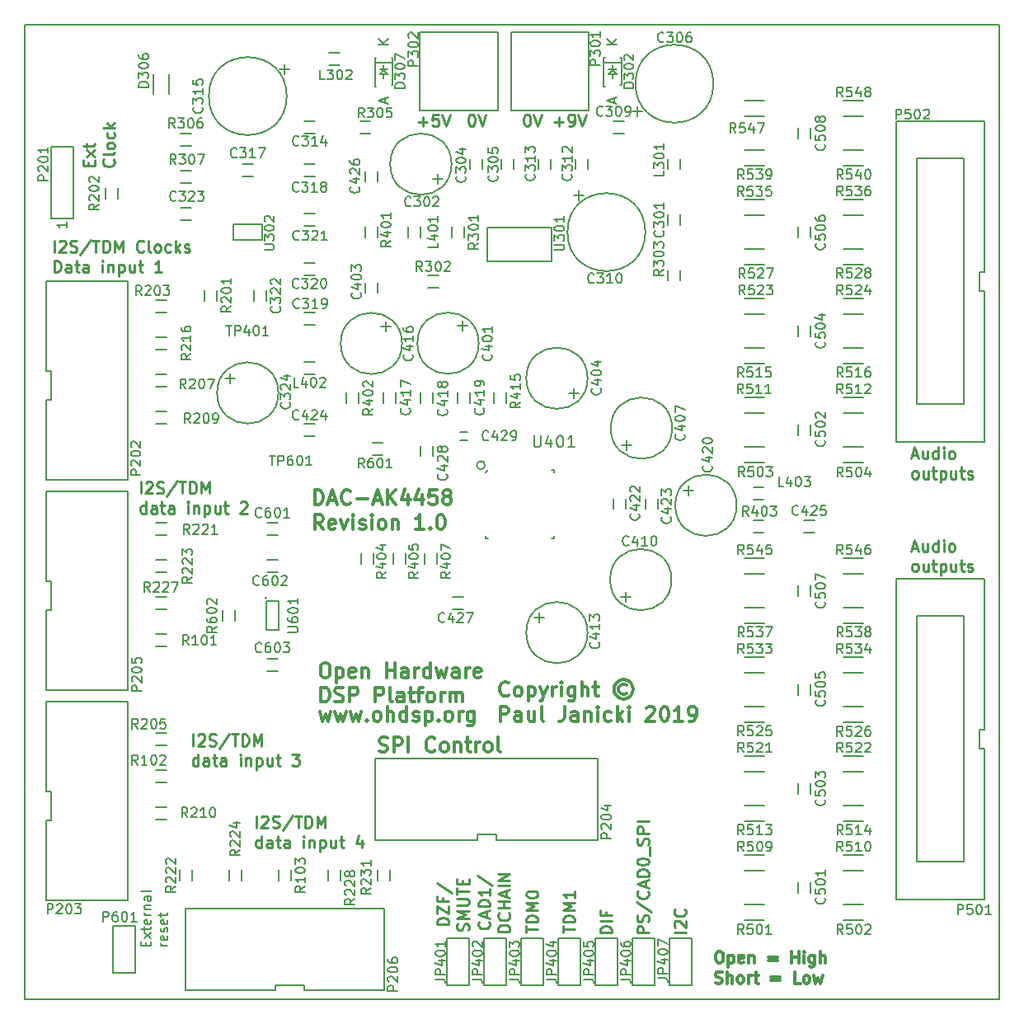
<source format=gto>
G04 #@! TF.GenerationSoftware,KiCad,Pcbnew,(5.1.0)-1*
G04 #@! TF.CreationDate,2019-04-03T21:41:51+01:00*
G04 #@! TF.ProjectId,DAC-AK4458-1.0,4441432d-414b-4343-9435-382d312e302e,1.0*
G04 #@! TF.SameCoordinates,PX6422c40PY8f0d180*
G04 #@! TF.FileFunction,Legend,Top*
G04 #@! TF.FilePolarity,Positive*
%FSLAX46Y46*%
G04 Gerber Fmt 4.6, Leading zero omitted, Abs format (unit mm)*
G04 Created by KiCad (PCBNEW (5.1.0)-1) date 2019-04-03 21:41:51*
%MOMM*%
%LPD*%
G04 APERTURE LIST*
%ADD10C,0.250000*%
%ADD11C,0.300000*%
%ADD12C,0.200000*%
%ADD13C,0.150000*%
G04 APERTURE END LIST*
D10*
X45783571Y90827143D02*
X45897857Y90827143D01*
X46012142Y90770000D01*
X46069285Y90712858D01*
X46126428Y90598572D01*
X46183571Y90370000D01*
X46183571Y90084286D01*
X46126428Y89855715D01*
X46069285Y89741429D01*
X46012142Y89684286D01*
X45897857Y89627143D01*
X45783571Y89627143D01*
X45669285Y89684286D01*
X45612142Y89741429D01*
X45555000Y89855715D01*
X45497857Y90084286D01*
X45497857Y90370000D01*
X45555000Y90598572D01*
X45612142Y90712858D01*
X45669285Y90770000D01*
X45783571Y90827143D01*
X46526428Y90827143D02*
X46926428Y89627143D01*
X47326428Y90827143D01*
X40367142Y90084286D02*
X41281428Y90084286D01*
X40824285Y89627143D02*
X40824285Y90541429D01*
X42424285Y90827143D02*
X41852857Y90827143D01*
X41795714Y90255715D01*
X41852857Y90312858D01*
X41967142Y90370000D01*
X42252857Y90370000D01*
X42367142Y90312858D01*
X42424285Y90255715D01*
X42481428Y90141429D01*
X42481428Y89855715D01*
X42424285Y89741429D01*
X42367142Y89684286D01*
X42252857Y89627143D01*
X41967142Y89627143D01*
X41852857Y89684286D01*
X41795714Y89741429D01*
X42824285Y90827143D02*
X43224285Y89627143D01*
X43624285Y90827143D01*
D11*
X30254285Y29531429D02*
X30540000Y28531429D01*
X30825714Y29245715D01*
X31111428Y28531429D01*
X31397142Y29531429D01*
X31825714Y29531429D02*
X32111428Y28531429D01*
X32397142Y29245715D01*
X32682857Y28531429D01*
X32968571Y29531429D01*
X33397142Y29531429D02*
X33682857Y28531429D01*
X33968571Y29245715D01*
X34254285Y28531429D01*
X34540000Y29531429D01*
X35111428Y28674286D02*
X35182857Y28602858D01*
X35111428Y28531429D01*
X35040000Y28602858D01*
X35111428Y28674286D01*
X35111428Y28531429D01*
X36040000Y28531429D02*
X35897142Y28602858D01*
X35825714Y28674286D01*
X35754285Y28817143D01*
X35754285Y29245715D01*
X35825714Y29388572D01*
X35897142Y29460000D01*
X36040000Y29531429D01*
X36254285Y29531429D01*
X36397142Y29460000D01*
X36468571Y29388572D01*
X36540000Y29245715D01*
X36540000Y28817143D01*
X36468571Y28674286D01*
X36397142Y28602858D01*
X36254285Y28531429D01*
X36040000Y28531429D01*
X37182857Y28531429D02*
X37182857Y30031429D01*
X37825714Y28531429D02*
X37825714Y29317143D01*
X37754285Y29460000D01*
X37611428Y29531429D01*
X37397142Y29531429D01*
X37254285Y29460000D01*
X37182857Y29388572D01*
X39182857Y28531429D02*
X39182857Y30031429D01*
X39182857Y28602858D02*
X39040000Y28531429D01*
X38754285Y28531429D01*
X38611428Y28602858D01*
X38540000Y28674286D01*
X38468571Y28817143D01*
X38468571Y29245715D01*
X38540000Y29388572D01*
X38611428Y29460000D01*
X38754285Y29531429D01*
X39040000Y29531429D01*
X39182857Y29460000D01*
X39825714Y28602858D02*
X39968571Y28531429D01*
X40254285Y28531429D01*
X40397142Y28602858D01*
X40468571Y28745715D01*
X40468571Y28817143D01*
X40397142Y28960000D01*
X40254285Y29031429D01*
X40040000Y29031429D01*
X39897142Y29102858D01*
X39825714Y29245715D01*
X39825714Y29317143D01*
X39897142Y29460000D01*
X40040000Y29531429D01*
X40254285Y29531429D01*
X40397142Y29460000D01*
X41111428Y29531429D02*
X41111428Y28031429D01*
X41111428Y29460000D02*
X41254285Y29531429D01*
X41540000Y29531429D01*
X41682857Y29460000D01*
X41754285Y29388572D01*
X41825714Y29245715D01*
X41825714Y28817143D01*
X41754285Y28674286D01*
X41682857Y28602858D01*
X41540000Y28531429D01*
X41254285Y28531429D01*
X41111428Y28602858D01*
X42468571Y28674286D02*
X42540000Y28602858D01*
X42468571Y28531429D01*
X42397142Y28602858D01*
X42468571Y28674286D01*
X42468571Y28531429D01*
X43397142Y28531429D02*
X43254285Y28602858D01*
X43182857Y28674286D01*
X43111428Y28817143D01*
X43111428Y29245715D01*
X43182857Y29388572D01*
X43254285Y29460000D01*
X43397142Y29531429D01*
X43611428Y29531429D01*
X43754285Y29460000D01*
X43825714Y29388572D01*
X43897142Y29245715D01*
X43897142Y28817143D01*
X43825714Y28674286D01*
X43754285Y28602858D01*
X43611428Y28531429D01*
X43397142Y28531429D01*
X44540000Y28531429D02*
X44540000Y29531429D01*
X44540000Y29245715D02*
X44611428Y29388572D01*
X44682857Y29460000D01*
X44825714Y29531429D01*
X44968571Y29531429D01*
X46111428Y29531429D02*
X46111428Y28317143D01*
X46040000Y28174286D01*
X45968571Y28102858D01*
X45825714Y28031429D01*
X45611428Y28031429D01*
X45468571Y28102858D01*
X46111428Y28602858D02*
X45968571Y28531429D01*
X45682857Y28531429D01*
X45540000Y28602858D01*
X45468571Y28674286D01*
X45397142Y28817143D01*
X45397142Y29245715D01*
X45468571Y29388572D01*
X45540000Y29460000D01*
X45682857Y29531429D01*
X45968571Y29531429D01*
X46111428Y29460000D01*
D10*
X2988214Y76682143D02*
X2988214Y77882143D01*
X3502500Y77767858D02*
X3559642Y77825000D01*
X3673928Y77882143D01*
X3959642Y77882143D01*
X4073928Y77825000D01*
X4131071Y77767858D01*
X4188214Y77653572D01*
X4188214Y77539286D01*
X4131071Y77367858D01*
X3445357Y76682143D01*
X4188214Y76682143D01*
X4645357Y76739286D02*
X4816785Y76682143D01*
X5102500Y76682143D01*
X5216785Y76739286D01*
X5273928Y76796429D01*
X5331071Y76910715D01*
X5331071Y77025000D01*
X5273928Y77139286D01*
X5216785Y77196429D01*
X5102500Y77253572D01*
X4873928Y77310715D01*
X4759642Y77367858D01*
X4702500Y77425000D01*
X4645357Y77539286D01*
X4645357Y77653572D01*
X4702500Y77767858D01*
X4759642Y77825000D01*
X4873928Y77882143D01*
X5159642Y77882143D01*
X5331071Y77825000D01*
X6702500Y77939286D02*
X5673928Y76396429D01*
X6931071Y77882143D02*
X7616785Y77882143D01*
X7273928Y76682143D02*
X7273928Y77882143D01*
X8016785Y76682143D02*
X8016785Y77882143D01*
X8302500Y77882143D01*
X8473928Y77825000D01*
X8588214Y77710715D01*
X8645357Y77596429D01*
X8702500Y77367858D01*
X8702500Y77196429D01*
X8645357Y76967858D01*
X8588214Y76853572D01*
X8473928Y76739286D01*
X8302500Y76682143D01*
X8016785Y76682143D01*
X9216785Y76682143D02*
X9216785Y77882143D01*
X9616785Y77025000D01*
X10016785Y77882143D01*
X10016785Y76682143D01*
X12188214Y76796429D02*
X12131071Y76739286D01*
X11959642Y76682143D01*
X11845357Y76682143D01*
X11673928Y76739286D01*
X11559642Y76853572D01*
X11502500Y76967858D01*
X11445357Y77196429D01*
X11445357Y77367858D01*
X11502500Y77596429D01*
X11559642Y77710715D01*
X11673928Y77825000D01*
X11845357Y77882143D01*
X11959642Y77882143D01*
X12131071Y77825000D01*
X12188214Y77767858D01*
X12873928Y76682143D02*
X12759642Y76739286D01*
X12702500Y76853572D01*
X12702500Y77882143D01*
X13502500Y76682143D02*
X13388214Y76739286D01*
X13331071Y76796429D01*
X13273928Y76910715D01*
X13273928Y77253572D01*
X13331071Y77367858D01*
X13388214Y77425000D01*
X13502500Y77482143D01*
X13673928Y77482143D01*
X13788214Y77425000D01*
X13845357Y77367858D01*
X13902500Y77253572D01*
X13902500Y76910715D01*
X13845357Y76796429D01*
X13788214Y76739286D01*
X13673928Y76682143D01*
X13502500Y76682143D01*
X14931071Y76739286D02*
X14816785Y76682143D01*
X14588214Y76682143D01*
X14473928Y76739286D01*
X14416785Y76796429D01*
X14359642Y76910715D01*
X14359642Y77253572D01*
X14416785Y77367858D01*
X14473928Y77425000D01*
X14588214Y77482143D01*
X14816785Y77482143D01*
X14931071Y77425000D01*
X15445357Y76682143D02*
X15445357Y77882143D01*
X15559642Y77139286D02*
X15902500Y76682143D01*
X15902500Y77482143D02*
X15445357Y77025000D01*
X16359642Y76739286D02*
X16473928Y76682143D01*
X16702500Y76682143D01*
X16816785Y76739286D01*
X16873928Y76853572D01*
X16873928Y76910715D01*
X16816785Y77025000D01*
X16702500Y77082143D01*
X16531071Y77082143D01*
X16416785Y77139286D01*
X16359642Y77253572D01*
X16359642Y77310715D01*
X16416785Y77425000D01*
X16531071Y77482143D01*
X16702500Y77482143D01*
X16816785Y77425000D01*
X2988214Y74632143D02*
X2988214Y75832143D01*
X3273928Y75832143D01*
X3445357Y75775000D01*
X3559642Y75660715D01*
X3616785Y75546429D01*
X3673928Y75317858D01*
X3673928Y75146429D01*
X3616785Y74917858D01*
X3559642Y74803572D01*
X3445357Y74689286D01*
X3273928Y74632143D01*
X2988214Y74632143D01*
X4702500Y74632143D02*
X4702500Y75260715D01*
X4645357Y75375000D01*
X4531071Y75432143D01*
X4302500Y75432143D01*
X4188214Y75375000D01*
X4702500Y74689286D02*
X4588214Y74632143D01*
X4302500Y74632143D01*
X4188214Y74689286D01*
X4131071Y74803572D01*
X4131071Y74917858D01*
X4188214Y75032143D01*
X4302500Y75089286D01*
X4588214Y75089286D01*
X4702500Y75146429D01*
X5102500Y75432143D02*
X5559642Y75432143D01*
X5273928Y75832143D02*
X5273928Y74803572D01*
X5331071Y74689286D01*
X5445357Y74632143D01*
X5559642Y74632143D01*
X6473928Y74632143D02*
X6473928Y75260715D01*
X6416785Y75375000D01*
X6302500Y75432143D01*
X6073928Y75432143D01*
X5959642Y75375000D01*
X6473928Y74689286D02*
X6359642Y74632143D01*
X6073928Y74632143D01*
X5959642Y74689286D01*
X5902500Y74803572D01*
X5902500Y74917858D01*
X5959642Y75032143D01*
X6073928Y75089286D01*
X6359642Y75089286D01*
X6473928Y75146429D01*
X7959642Y74632143D02*
X7959642Y75432143D01*
X7959642Y75832143D02*
X7902500Y75775000D01*
X7959642Y75717858D01*
X8016785Y75775000D01*
X7959642Y75832143D01*
X7959642Y75717858D01*
X8531071Y75432143D02*
X8531071Y74632143D01*
X8531071Y75317858D02*
X8588214Y75375000D01*
X8702500Y75432143D01*
X8873928Y75432143D01*
X8988214Y75375000D01*
X9045357Y75260715D01*
X9045357Y74632143D01*
X9616785Y75432143D02*
X9616785Y74232143D01*
X9616785Y75375000D02*
X9731071Y75432143D01*
X9959642Y75432143D01*
X10073928Y75375000D01*
X10131071Y75317858D01*
X10188214Y75203572D01*
X10188214Y74860715D01*
X10131071Y74746429D01*
X10073928Y74689286D01*
X9959642Y74632143D01*
X9731071Y74632143D01*
X9616785Y74689286D01*
X11216785Y75432143D02*
X11216785Y74632143D01*
X10702500Y75432143D02*
X10702500Y74803572D01*
X10759642Y74689286D01*
X10873928Y74632143D01*
X11045357Y74632143D01*
X11159642Y74689286D01*
X11216785Y74746429D01*
X11616785Y75432143D02*
X12073928Y75432143D01*
X11788214Y75832143D02*
X11788214Y74803572D01*
X11845357Y74689286D01*
X11959642Y74632143D01*
X12073928Y74632143D01*
X14016785Y74632143D02*
X13331071Y74632143D01*
X13673928Y74632143D02*
X13673928Y75832143D01*
X13559642Y75660715D01*
X13445357Y75546429D01*
X13331071Y75489286D01*
X23748214Y17582143D02*
X23748214Y18782143D01*
X24262500Y18667858D02*
X24319642Y18725000D01*
X24433928Y18782143D01*
X24719642Y18782143D01*
X24833928Y18725000D01*
X24891071Y18667858D01*
X24948214Y18553572D01*
X24948214Y18439286D01*
X24891071Y18267858D01*
X24205357Y17582143D01*
X24948214Y17582143D01*
X25405357Y17639286D02*
X25576785Y17582143D01*
X25862500Y17582143D01*
X25976785Y17639286D01*
X26033928Y17696429D01*
X26091071Y17810715D01*
X26091071Y17925000D01*
X26033928Y18039286D01*
X25976785Y18096429D01*
X25862500Y18153572D01*
X25633928Y18210715D01*
X25519642Y18267858D01*
X25462500Y18325000D01*
X25405357Y18439286D01*
X25405357Y18553572D01*
X25462500Y18667858D01*
X25519642Y18725000D01*
X25633928Y18782143D01*
X25919642Y18782143D01*
X26091071Y18725000D01*
X27462500Y18839286D02*
X26433928Y17296429D01*
X27691071Y18782143D02*
X28376785Y18782143D01*
X28033928Y17582143D02*
X28033928Y18782143D01*
X28776785Y17582143D02*
X28776785Y18782143D01*
X29062500Y18782143D01*
X29233928Y18725000D01*
X29348214Y18610715D01*
X29405357Y18496429D01*
X29462500Y18267858D01*
X29462500Y18096429D01*
X29405357Y17867858D01*
X29348214Y17753572D01*
X29233928Y17639286D01*
X29062500Y17582143D01*
X28776785Y17582143D01*
X29976785Y17582143D02*
X29976785Y18782143D01*
X30376785Y17925000D01*
X30776785Y18782143D01*
X30776785Y17582143D01*
X24262500Y15532143D02*
X24262500Y16732143D01*
X24262500Y15589286D02*
X24148214Y15532143D01*
X23919642Y15532143D01*
X23805357Y15589286D01*
X23748214Y15646429D01*
X23691071Y15760715D01*
X23691071Y16103572D01*
X23748214Y16217858D01*
X23805357Y16275000D01*
X23919642Y16332143D01*
X24148214Y16332143D01*
X24262500Y16275000D01*
X25348214Y15532143D02*
X25348214Y16160715D01*
X25291071Y16275000D01*
X25176785Y16332143D01*
X24948214Y16332143D01*
X24833928Y16275000D01*
X25348214Y15589286D02*
X25233928Y15532143D01*
X24948214Y15532143D01*
X24833928Y15589286D01*
X24776785Y15703572D01*
X24776785Y15817858D01*
X24833928Y15932143D01*
X24948214Y15989286D01*
X25233928Y15989286D01*
X25348214Y16046429D01*
X25748214Y16332143D02*
X26205357Y16332143D01*
X25919642Y16732143D02*
X25919642Y15703572D01*
X25976785Y15589286D01*
X26091071Y15532143D01*
X26205357Y15532143D01*
X27119642Y15532143D02*
X27119642Y16160715D01*
X27062500Y16275000D01*
X26948214Y16332143D01*
X26719642Y16332143D01*
X26605357Y16275000D01*
X27119642Y15589286D02*
X27005357Y15532143D01*
X26719642Y15532143D01*
X26605357Y15589286D01*
X26548214Y15703572D01*
X26548214Y15817858D01*
X26605357Y15932143D01*
X26719642Y15989286D01*
X27005357Y15989286D01*
X27119642Y16046429D01*
X28605357Y15532143D02*
X28605357Y16332143D01*
X28605357Y16732143D02*
X28548214Y16675000D01*
X28605357Y16617858D01*
X28662500Y16675000D01*
X28605357Y16732143D01*
X28605357Y16617858D01*
X29176785Y16332143D02*
X29176785Y15532143D01*
X29176785Y16217858D02*
X29233928Y16275000D01*
X29348214Y16332143D01*
X29519642Y16332143D01*
X29633928Y16275000D01*
X29691071Y16160715D01*
X29691071Y15532143D01*
X30262500Y16332143D02*
X30262500Y15132143D01*
X30262500Y16275000D02*
X30376785Y16332143D01*
X30605357Y16332143D01*
X30719642Y16275000D01*
X30776785Y16217858D01*
X30833928Y16103572D01*
X30833928Y15760715D01*
X30776785Y15646429D01*
X30719642Y15589286D01*
X30605357Y15532143D01*
X30376785Y15532143D01*
X30262500Y15589286D01*
X31862500Y16332143D02*
X31862500Y15532143D01*
X31348214Y16332143D02*
X31348214Y15703572D01*
X31405357Y15589286D01*
X31519642Y15532143D01*
X31691071Y15532143D01*
X31805357Y15589286D01*
X31862500Y15646429D01*
X32262500Y16332143D02*
X32719642Y16332143D01*
X32433928Y16732143D02*
X32433928Y15703572D01*
X32491071Y15589286D01*
X32605357Y15532143D01*
X32719642Y15532143D01*
X34548214Y16332143D02*
X34548214Y15532143D01*
X34262500Y16789286D02*
X33976785Y15932143D01*
X34719642Y15932143D01*
X17248214Y25982143D02*
X17248214Y27182143D01*
X17762500Y27067858D02*
X17819642Y27125000D01*
X17933928Y27182143D01*
X18219642Y27182143D01*
X18333928Y27125000D01*
X18391071Y27067858D01*
X18448214Y26953572D01*
X18448214Y26839286D01*
X18391071Y26667858D01*
X17705357Y25982143D01*
X18448214Y25982143D01*
X18905357Y26039286D02*
X19076785Y25982143D01*
X19362500Y25982143D01*
X19476785Y26039286D01*
X19533928Y26096429D01*
X19591071Y26210715D01*
X19591071Y26325000D01*
X19533928Y26439286D01*
X19476785Y26496429D01*
X19362500Y26553572D01*
X19133928Y26610715D01*
X19019642Y26667858D01*
X18962500Y26725000D01*
X18905357Y26839286D01*
X18905357Y26953572D01*
X18962500Y27067858D01*
X19019642Y27125000D01*
X19133928Y27182143D01*
X19419642Y27182143D01*
X19591071Y27125000D01*
X20962500Y27239286D02*
X19933928Y25696429D01*
X21191071Y27182143D02*
X21876785Y27182143D01*
X21533928Y25982143D02*
X21533928Y27182143D01*
X22276785Y25982143D02*
X22276785Y27182143D01*
X22562500Y27182143D01*
X22733928Y27125000D01*
X22848214Y27010715D01*
X22905357Y26896429D01*
X22962500Y26667858D01*
X22962500Y26496429D01*
X22905357Y26267858D01*
X22848214Y26153572D01*
X22733928Y26039286D01*
X22562500Y25982143D01*
X22276785Y25982143D01*
X23476785Y25982143D02*
X23476785Y27182143D01*
X23876785Y26325000D01*
X24276785Y27182143D01*
X24276785Y25982143D01*
X17762500Y23932143D02*
X17762500Y25132143D01*
X17762500Y23989286D02*
X17648214Y23932143D01*
X17419642Y23932143D01*
X17305357Y23989286D01*
X17248214Y24046429D01*
X17191071Y24160715D01*
X17191071Y24503572D01*
X17248214Y24617858D01*
X17305357Y24675000D01*
X17419642Y24732143D01*
X17648214Y24732143D01*
X17762500Y24675000D01*
X18848214Y23932143D02*
X18848214Y24560715D01*
X18791071Y24675000D01*
X18676785Y24732143D01*
X18448214Y24732143D01*
X18333928Y24675000D01*
X18848214Y23989286D02*
X18733928Y23932143D01*
X18448214Y23932143D01*
X18333928Y23989286D01*
X18276785Y24103572D01*
X18276785Y24217858D01*
X18333928Y24332143D01*
X18448214Y24389286D01*
X18733928Y24389286D01*
X18848214Y24446429D01*
X19248214Y24732143D02*
X19705357Y24732143D01*
X19419642Y25132143D02*
X19419642Y24103572D01*
X19476785Y23989286D01*
X19591071Y23932143D01*
X19705357Y23932143D01*
X20619642Y23932143D02*
X20619642Y24560715D01*
X20562500Y24675000D01*
X20448214Y24732143D01*
X20219642Y24732143D01*
X20105357Y24675000D01*
X20619642Y23989286D02*
X20505357Y23932143D01*
X20219642Y23932143D01*
X20105357Y23989286D01*
X20048214Y24103572D01*
X20048214Y24217858D01*
X20105357Y24332143D01*
X20219642Y24389286D01*
X20505357Y24389286D01*
X20619642Y24446429D01*
X22105357Y23932143D02*
X22105357Y24732143D01*
X22105357Y25132143D02*
X22048214Y25075000D01*
X22105357Y25017858D01*
X22162500Y25075000D01*
X22105357Y25132143D01*
X22105357Y25017858D01*
X22676785Y24732143D02*
X22676785Y23932143D01*
X22676785Y24617858D02*
X22733928Y24675000D01*
X22848214Y24732143D01*
X23019642Y24732143D01*
X23133928Y24675000D01*
X23191071Y24560715D01*
X23191071Y23932143D01*
X23762500Y24732143D02*
X23762500Y23532143D01*
X23762500Y24675000D02*
X23876785Y24732143D01*
X24105357Y24732143D01*
X24219642Y24675000D01*
X24276785Y24617858D01*
X24333928Y24503572D01*
X24333928Y24160715D01*
X24276785Y24046429D01*
X24219642Y23989286D01*
X24105357Y23932143D01*
X23876785Y23932143D01*
X23762500Y23989286D01*
X25362500Y24732143D02*
X25362500Y23932143D01*
X24848214Y24732143D02*
X24848214Y24103572D01*
X24905357Y23989286D01*
X25019642Y23932143D01*
X25191071Y23932143D01*
X25305357Y23989286D01*
X25362500Y24046429D01*
X25762500Y24732143D02*
X26219642Y24732143D01*
X25933928Y25132143D02*
X25933928Y24103572D01*
X25991071Y23989286D01*
X26105357Y23932143D01*
X26219642Y23932143D01*
X27419642Y25132143D02*
X28162500Y25132143D01*
X27762500Y24675000D01*
X27933928Y24675000D01*
X28048214Y24617858D01*
X28105357Y24560715D01*
X28162500Y24446429D01*
X28162500Y24160715D01*
X28105357Y24046429D01*
X28048214Y23989286D01*
X27933928Y23932143D01*
X27591071Y23932143D01*
X27476785Y23989286D01*
X27419642Y24046429D01*
X91069071Y46291000D02*
X91640500Y46291000D01*
X90954785Y45948143D02*
X91354785Y47148143D01*
X91754785Y45948143D01*
X92669071Y46748143D02*
X92669071Y45948143D01*
X92154785Y46748143D02*
X92154785Y46119572D01*
X92211928Y46005286D01*
X92326214Y45948143D01*
X92497642Y45948143D01*
X92611928Y46005286D01*
X92669071Y46062429D01*
X93754785Y45948143D02*
X93754785Y47148143D01*
X93754785Y46005286D02*
X93640500Y45948143D01*
X93411928Y45948143D01*
X93297642Y46005286D01*
X93240500Y46062429D01*
X93183357Y46176715D01*
X93183357Y46519572D01*
X93240500Y46633858D01*
X93297642Y46691000D01*
X93411928Y46748143D01*
X93640500Y46748143D01*
X93754785Y46691000D01*
X94326214Y45948143D02*
X94326214Y46748143D01*
X94326214Y47148143D02*
X94269071Y47091000D01*
X94326214Y47033858D01*
X94383357Y47091000D01*
X94326214Y47148143D01*
X94326214Y47033858D01*
X95069071Y45948143D02*
X94954785Y46005286D01*
X94897642Y46062429D01*
X94840500Y46176715D01*
X94840500Y46519572D01*
X94897642Y46633858D01*
X94954785Y46691000D01*
X95069071Y46748143D01*
X95240500Y46748143D01*
X95354785Y46691000D01*
X95411928Y46633858D01*
X95469071Y46519572D01*
X95469071Y46176715D01*
X95411928Y46062429D01*
X95354785Y46005286D01*
X95240500Y45948143D01*
X95069071Y45948143D01*
X91297642Y43898143D02*
X91183357Y43955286D01*
X91126214Y44012429D01*
X91069071Y44126715D01*
X91069071Y44469572D01*
X91126214Y44583858D01*
X91183357Y44641000D01*
X91297642Y44698143D01*
X91469071Y44698143D01*
X91583357Y44641000D01*
X91640500Y44583858D01*
X91697642Y44469572D01*
X91697642Y44126715D01*
X91640500Y44012429D01*
X91583357Y43955286D01*
X91469071Y43898143D01*
X91297642Y43898143D01*
X92726214Y44698143D02*
X92726214Y43898143D01*
X92211928Y44698143D02*
X92211928Y44069572D01*
X92269071Y43955286D01*
X92383357Y43898143D01*
X92554785Y43898143D01*
X92669071Y43955286D01*
X92726214Y44012429D01*
X93126214Y44698143D02*
X93583357Y44698143D01*
X93297642Y45098143D02*
X93297642Y44069572D01*
X93354785Y43955286D01*
X93469071Y43898143D01*
X93583357Y43898143D01*
X93983357Y44698143D02*
X93983357Y43498143D01*
X93983357Y44641000D02*
X94097642Y44698143D01*
X94326214Y44698143D01*
X94440500Y44641000D01*
X94497642Y44583858D01*
X94554785Y44469572D01*
X94554785Y44126715D01*
X94497642Y44012429D01*
X94440500Y43955286D01*
X94326214Y43898143D01*
X94097642Y43898143D01*
X93983357Y43955286D01*
X95583357Y44698143D02*
X95583357Y43898143D01*
X95069071Y44698143D02*
X95069071Y44069572D01*
X95126214Y43955286D01*
X95240500Y43898143D01*
X95411928Y43898143D01*
X95526214Y43955286D01*
X95583357Y44012429D01*
X95983357Y44698143D02*
X96440500Y44698143D01*
X96154785Y45098143D02*
X96154785Y44069572D01*
X96211928Y43955286D01*
X96326214Y43898143D01*
X96440500Y43898143D01*
X96783357Y43955286D02*
X96897642Y43898143D01*
X97126214Y43898143D01*
X97240500Y43955286D01*
X97297642Y44069572D01*
X97297642Y44126715D01*
X97240500Y44241000D01*
X97126214Y44298143D01*
X96954785Y44298143D01*
X96840500Y44355286D01*
X96783357Y44469572D01*
X96783357Y44526715D01*
X96840500Y44641000D01*
X96954785Y44698143D01*
X97126214Y44698143D01*
X97240500Y44641000D01*
X67842857Y6828572D02*
X66642857Y6828572D01*
X66757142Y7342858D02*
X66700000Y7400000D01*
X66642857Y7514286D01*
X66642857Y7800000D01*
X66700000Y7914286D01*
X66757142Y7971429D01*
X66871428Y8028572D01*
X66985714Y8028572D01*
X67157142Y7971429D01*
X67842857Y7285715D01*
X67842857Y8028572D01*
X67728571Y9228572D02*
X67785714Y9171429D01*
X67842857Y9000000D01*
X67842857Y8885715D01*
X67785714Y8714286D01*
X67671428Y8600000D01*
X67557142Y8542858D01*
X67328571Y8485715D01*
X67157142Y8485715D01*
X66928571Y8542858D01*
X66814285Y8600000D01*
X66700000Y8714286D01*
X66642857Y8885715D01*
X66642857Y9000000D01*
X66700000Y9171429D01*
X66757142Y9228572D01*
X64042857Y6785715D02*
X62842857Y6785715D01*
X62842857Y7242858D01*
X62900000Y7357143D01*
X62957142Y7414286D01*
X63071428Y7471429D01*
X63242857Y7471429D01*
X63357142Y7414286D01*
X63414285Y7357143D01*
X63471428Y7242858D01*
X63471428Y6785715D01*
X63985714Y7928572D02*
X64042857Y8100000D01*
X64042857Y8385715D01*
X63985714Y8500000D01*
X63928571Y8557143D01*
X63814285Y8614286D01*
X63700000Y8614286D01*
X63585714Y8557143D01*
X63528571Y8500000D01*
X63471428Y8385715D01*
X63414285Y8157143D01*
X63357142Y8042858D01*
X63300000Y7985715D01*
X63185714Y7928572D01*
X63071428Y7928572D01*
X62957142Y7985715D01*
X62900000Y8042858D01*
X62842857Y8157143D01*
X62842857Y8442858D01*
X62900000Y8614286D01*
X62785714Y9985715D02*
X64328571Y8957143D01*
X63928571Y11071429D02*
X63985714Y11014286D01*
X64042857Y10842858D01*
X64042857Y10728572D01*
X63985714Y10557143D01*
X63871428Y10442858D01*
X63757142Y10385715D01*
X63528571Y10328572D01*
X63357142Y10328572D01*
X63128571Y10385715D01*
X63014285Y10442858D01*
X62900000Y10557143D01*
X62842857Y10728572D01*
X62842857Y10842858D01*
X62900000Y11014286D01*
X62957142Y11071429D01*
X63700000Y11528572D02*
X63700000Y12100000D01*
X64042857Y11414286D02*
X62842857Y11814286D01*
X64042857Y12214286D01*
X64042857Y12614286D02*
X62842857Y12614286D01*
X62842857Y12900000D01*
X62900000Y13071429D01*
X63014285Y13185715D01*
X63128571Y13242858D01*
X63357142Y13300000D01*
X63528571Y13300000D01*
X63757142Y13242858D01*
X63871428Y13185715D01*
X63985714Y13071429D01*
X64042857Y12900000D01*
X64042857Y12614286D01*
X62842857Y14042858D02*
X62842857Y14157143D01*
X62900000Y14271429D01*
X62957142Y14328572D01*
X63071428Y14385715D01*
X63300000Y14442858D01*
X63585714Y14442858D01*
X63814285Y14385715D01*
X63928571Y14328572D01*
X63985714Y14271429D01*
X64042857Y14157143D01*
X64042857Y14042858D01*
X63985714Y13928572D01*
X63928571Y13871429D01*
X63814285Y13814286D01*
X63585714Y13757143D01*
X63300000Y13757143D01*
X63071428Y13814286D01*
X62957142Y13871429D01*
X62900000Y13928572D01*
X62842857Y14042858D01*
X64157142Y14671429D02*
X64157142Y15585715D01*
X63985714Y15814286D02*
X64042857Y15985715D01*
X64042857Y16271429D01*
X63985714Y16385715D01*
X63928571Y16442858D01*
X63814285Y16500000D01*
X63700000Y16500000D01*
X63585714Y16442858D01*
X63528571Y16385715D01*
X63471428Y16271429D01*
X63414285Y16042858D01*
X63357142Y15928572D01*
X63300000Y15871429D01*
X63185714Y15814286D01*
X63071428Y15814286D01*
X62957142Y15871429D01*
X62900000Y15928572D01*
X62842857Y16042858D01*
X62842857Y16328572D01*
X62900000Y16500000D01*
X64042857Y17014286D02*
X62842857Y17014286D01*
X62842857Y17471429D01*
X62900000Y17585715D01*
X62957142Y17642858D01*
X63071428Y17700000D01*
X63242857Y17700000D01*
X63357142Y17642858D01*
X63414285Y17585715D01*
X63471428Y17471429D01*
X63471428Y17014286D01*
X64042857Y18214286D02*
X62842857Y18214286D01*
X60242857Y6785715D02*
X59042857Y6785715D01*
X59042857Y7071429D01*
X59100000Y7242858D01*
X59214285Y7357143D01*
X59328571Y7414286D01*
X59557142Y7471429D01*
X59728571Y7471429D01*
X59957142Y7414286D01*
X60071428Y7357143D01*
X60185714Y7242858D01*
X60242857Y7071429D01*
X60242857Y6785715D01*
X60242857Y7985715D02*
X59042857Y7985715D01*
X59614285Y8957143D02*
X59614285Y8557143D01*
X60242857Y8557143D02*
X59042857Y8557143D01*
X59042857Y9128572D01*
X55242857Y6800000D02*
X55242857Y7485715D01*
X56442857Y7142858D02*
X55242857Y7142858D01*
X56442857Y7885715D02*
X55242857Y7885715D01*
X55242857Y8171429D01*
X55300000Y8342858D01*
X55414285Y8457143D01*
X55528571Y8514286D01*
X55757142Y8571429D01*
X55928571Y8571429D01*
X56157142Y8514286D01*
X56271428Y8457143D01*
X56385714Y8342858D01*
X56442857Y8171429D01*
X56442857Y7885715D01*
X56442857Y9085715D02*
X55242857Y9085715D01*
X56100000Y9485715D01*
X55242857Y9885715D01*
X56442857Y9885715D01*
X56442857Y11085715D02*
X56442857Y10400000D01*
X56442857Y10742858D02*
X55242857Y10742858D01*
X55414285Y10628572D01*
X55528571Y10514286D01*
X55585714Y10400000D01*
X51442857Y6800000D02*
X51442857Y7485715D01*
X52642857Y7142858D02*
X51442857Y7142858D01*
X52642857Y7885715D02*
X51442857Y7885715D01*
X51442857Y8171429D01*
X51500000Y8342858D01*
X51614285Y8457143D01*
X51728571Y8514286D01*
X51957142Y8571429D01*
X52128571Y8571429D01*
X52357142Y8514286D01*
X52471428Y8457143D01*
X52585714Y8342858D01*
X52642857Y8171429D01*
X52642857Y7885715D01*
X52642857Y9085715D02*
X51442857Y9085715D01*
X52300000Y9485715D01*
X51442857Y9885715D01*
X52642857Y9885715D01*
X51442857Y10685715D02*
X51442857Y10800000D01*
X51500000Y10914286D01*
X51557142Y10971429D01*
X51671428Y11028572D01*
X51900000Y11085715D01*
X52185714Y11085715D01*
X52414285Y11028572D01*
X52528571Y10971429D01*
X52585714Y10914286D01*
X52642857Y10800000D01*
X52642857Y10685715D01*
X52585714Y10571429D01*
X52528571Y10514286D01*
X52414285Y10457143D01*
X52185714Y10400000D01*
X51900000Y10400000D01*
X51671428Y10457143D01*
X51557142Y10514286D01*
X51500000Y10571429D01*
X51442857Y10685715D01*
X47603571Y7957143D02*
X47660714Y7900000D01*
X47717857Y7728572D01*
X47717857Y7614286D01*
X47660714Y7442858D01*
X47546428Y7328572D01*
X47432142Y7271429D01*
X47203571Y7214286D01*
X47032142Y7214286D01*
X46803571Y7271429D01*
X46689285Y7328572D01*
X46575000Y7442858D01*
X46517857Y7614286D01*
X46517857Y7728572D01*
X46575000Y7900000D01*
X46632142Y7957143D01*
X47375000Y8414286D02*
X47375000Y8985715D01*
X47717857Y8300000D02*
X46517857Y8700000D01*
X47717857Y9100000D01*
X47717857Y9500000D02*
X46517857Y9500000D01*
X46517857Y9785715D01*
X46575000Y9957143D01*
X46689285Y10071429D01*
X46803571Y10128572D01*
X47032142Y10185715D01*
X47203571Y10185715D01*
X47432142Y10128572D01*
X47546428Y10071429D01*
X47660714Y9957143D01*
X47717857Y9785715D01*
X47717857Y9500000D01*
X47717857Y11328572D02*
X47717857Y10642858D01*
X47717857Y10985715D02*
X46517857Y10985715D01*
X46689285Y10871429D01*
X46803571Y10757143D01*
X46860714Y10642858D01*
X46460714Y12700000D02*
X48003571Y11671429D01*
X49767857Y6928572D02*
X48567857Y6928572D01*
X48567857Y7214286D01*
X48625000Y7385715D01*
X48739285Y7500000D01*
X48853571Y7557143D01*
X49082142Y7614286D01*
X49253571Y7614286D01*
X49482142Y7557143D01*
X49596428Y7500000D01*
X49710714Y7385715D01*
X49767857Y7214286D01*
X49767857Y6928572D01*
X49653571Y8814286D02*
X49710714Y8757143D01*
X49767857Y8585715D01*
X49767857Y8471429D01*
X49710714Y8300000D01*
X49596428Y8185715D01*
X49482142Y8128572D01*
X49253571Y8071429D01*
X49082142Y8071429D01*
X48853571Y8128572D01*
X48739285Y8185715D01*
X48625000Y8300000D01*
X48567857Y8471429D01*
X48567857Y8585715D01*
X48625000Y8757143D01*
X48682142Y8814286D01*
X49767857Y9328572D02*
X48567857Y9328572D01*
X49139285Y9328572D02*
X49139285Y10014286D01*
X49767857Y10014286D02*
X48567857Y10014286D01*
X49425000Y10528572D02*
X49425000Y11100000D01*
X49767857Y10414286D02*
X48567857Y10814286D01*
X49767857Y11214286D01*
X49767857Y11614286D02*
X48567857Y11614286D01*
X49767857Y12185715D02*
X48567857Y12185715D01*
X49767857Y12871429D01*
X48567857Y12871429D01*
X43517857Y7671429D02*
X42317857Y7671429D01*
X42317857Y7957143D01*
X42375000Y8128572D01*
X42489285Y8242858D01*
X42603571Y8300000D01*
X42832142Y8357143D01*
X43003571Y8357143D01*
X43232142Y8300000D01*
X43346428Y8242858D01*
X43460714Y8128572D01*
X43517857Y7957143D01*
X43517857Y7671429D01*
X42317857Y8757143D02*
X42317857Y9557143D01*
X43517857Y8757143D01*
X43517857Y9557143D01*
X42889285Y10414286D02*
X42889285Y10014286D01*
X43517857Y10014286D02*
X42317857Y10014286D01*
X42317857Y10585715D01*
X42260714Y11900000D02*
X43803571Y10871429D01*
X45510714Y7042858D02*
X45567857Y7214286D01*
X45567857Y7500000D01*
X45510714Y7614286D01*
X45453571Y7671429D01*
X45339285Y7728572D01*
X45225000Y7728572D01*
X45110714Y7671429D01*
X45053571Y7614286D01*
X44996428Y7500000D01*
X44939285Y7271429D01*
X44882142Y7157143D01*
X44825000Y7100000D01*
X44710714Y7042858D01*
X44596428Y7042858D01*
X44482142Y7100000D01*
X44425000Y7157143D01*
X44367857Y7271429D01*
X44367857Y7557143D01*
X44425000Y7728572D01*
X45567857Y8242858D02*
X44367857Y8242858D01*
X45225000Y8642858D01*
X44367857Y9042858D01*
X45567857Y9042858D01*
X44367857Y9614286D02*
X45339285Y9614286D01*
X45453571Y9671429D01*
X45510714Y9728572D01*
X45567857Y9842858D01*
X45567857Y10071429D01*
X45510714Y10185715D01*
X45453571Y10242858D01*
X45339285Y10300000D01*
X44367857Y10300000D01*
X44367857Y10700000D02*
X44367857Y11385715D01*
X45567857Y11042858D02*
X44367857Y11042858D01*
X44939285Y11785715D02*
X44939285Y12185715D01*
X45567857Y12357143D02*
X45567857Y11785715D01*
X44367857Y11785715D01*
X44367857Y12357143D01*
D11*
X30682857Y34494429D02*
X30968571Y34494429D01*
X31111428Y34423000D01*
X31254285Y34280143D01*
X31325714Y33994429D01*
X31325714Y33494429D01*
X31254285Y33208715D01*
X31111428Y33065858D01*
X30968571Y32994429D01*
X30682857Y32994429D01*
X30540000Y33065858D01*
X30397142Y33208715D01*
X30325714Y33494429D01*
X30325714Y33994429D01*
X30397142Y34280143D01*
X30540000Y34423000D01*
X30682857Y34494429D01*
X31968571Y33994429D02*
X31968571Y32494429D01*
X31968571Y33923000D02*
X32111428Y33994429D01*
X32397142Y33994429D01*
X32540000Y33923000D01*
X32611428Y33851572D01*
X32682857Y33708715D01*
X32682857Y33280143D01*
X32611428Y33137286D01*
X32540000Y33065858D01*
X32397142Y32994429D01*
X32111428Y32994429D01*
X31968571Y33065858D01*
X33897142Y33065858D02*
X33754285Y32994429D01*
X33468571Y32994429D01*
X33325714Y33065858D01*
X33254285Y33208715D01*
X33254285Y33780143D01*
X33325714Y33923000D01*
X33468571Y33994429D01*
X33754285Y33994429D01*
X33897142Y33923000D01*
X33968571Y33780143D01*
X33968571Y33637286D01*
X33254285Y33494429D01*
X34611428Y33994429D02*
X34611428Y32994429D01*
X34611428Y33851572D02*
X34682857Y33923000D01*
X34825714Y33994429D01*
X35040000Y33994429D01*
X35182857Y33923000D01*
X35254285Y33780143D01*
X35254285Y32994429D01*
X37111428Y32994429D02*
X37111428Y34494429D01*
X37111428Y33780143D02*
X37968571Y33780143D01*
X37968571Y32994429D02*
X37968571Y34494429D01*
X39325714Y32994429D02*
X39325714Y33780143D01*
X39254285Y33923000D01*
X39111428Y33994429D01*
X38825714Y33994429D01*
X38682857Y33923000D01*
X39325714Y33065858D02*
X39182857Y32994429D01*
X38825714Y32994429D01*
X38682857Y33065858D01*
X38611428Y33208715D01*
X38611428Y33351572D01*
X38682857Y33494429D01*
X38825714Y33565858D01*
X39182857Y33565858D01*
X39325714Y33637286D01*
X40040000Y32994429D02*
X40040000Y33994429D01*
X40040000Y33708715D02*
X40111428Y33851572D01*
X40182857Y33923000D01*
X40325714Y33994429D01*
X40468571Y33994429D01*
X41611428Y32994429D02*
X41611428Y34494429D01*
X41611428Y33065858D02*
X41468571Y32994429D01*
X41182857Y32994429D01*
X41040000Y33065858D01*
X40968571Y33137286D01*
X40897142Y33280143D01*
X40897142Y33708715D01*
X40968571Y33851572D01*
X41040000Y33923000D01*
X41182857Y33994429D01*
X41468571Y33994429D01*
X41611428Y33923000D01*
X42182857Y33994429D02*
X42468571Y32994429D01*
X42754285Y33708715D01*
X43040000Y32994429D01*
X43325714Y33994429D01*
X44540000Y32994429D02*
X44540000Y33780143D01*
X44468571Y33923000D01*
X44325714Y33994429D01*
X44040000Y33994429D01*
X43897142Y33923000D01*
X44540000Y33065858D02*
X44397142Y32994429D01*
X44040000Y32994429D01*
X43897142Y33065858D01*
X43825714Y33208715D01*
X43825714Y33351572D01*
X43897142Y33494429D01*
X44040000Y33565858D01*
X44397142Y33565858D01*
X44540000Y33637286D01*
X45254285Y32994429D02*
X45254285Y33994429D01*
X45254285Y33708715D02*
X45325714Y33851572D01*
X45397142Y33923000D01*
X45540000Y33994429D01*
X45682857Y33994429D01*
X46754285Y33065858D02*
X46611428Y32994429D01*
X46325714Y32994429D01*
X46182857Y33065858D01*
X46111428Y33208715D01*
X46111428Y33780143D01*
X46182857Y33923000D01*
X46325714Y33994429D01*
X46611428Y33994429D01*
X46754285Y33923000D01*
X46825714Y33780143D01*
X46825714Y33637286D01*
X46111428Y33494429D01*
D10*
X6509285Y85538215D02*
X6509285Y85938215D01*
X7137857Y86109643D02*
X7137857Y85538215D01*
X5937857Y85538215D01*
X5937857Y86109643D01*
X7137857Y86509643D02*
X6337857Y87138215D01*
X6337857Y86509643D02*
X7137857Y87138215D01*
X6337857Y87423929D02*
X6337857Y87881072D01*
X5937857Y87595358D02*
X6966428Y87595358D01*
X7080714Y87652500D01*
X7137857Y87766786D01*
X7137857Y87881072D01*
X9073571Y86223929D02*
X9130714Y86166786D01*
X9187857Y85995358D01*
X9187857Y85881072D01*
X9130714Y85709643D01*
X9016428Y85595358D01*
X8902142Y85538215D01*
X8673571Y85481072D01*
X8502142Y85481072D01*
X8273571Y85538215D01*
X8159285Y85595358D01*
X8045000Y85709643D01*
X7987857Y85881072D01*
X7987857Y85995358D01*
X8045000Y86166786D01*
X8102142Y86223929D01*
X9187857Y86909643D02*
X9130714Y86795358D01*
X9016428Y86738215D01*
X7987857Y86738215D01*
X9187857Y87538215D02*
X9130714Y87423929D01*
X9073571Y87366786D01*
X8959285Y87309643D01*
X8616428Y87309643D01*
X8502142Y87366786D01*
X8445000Y87423929D01*
X8387857Y87538215D01*
X8387857Y87709643D01*
X8445000Y87823929D01*
X8502142Y87881072D01*
X8616428Y87938215D01*
X8959285Y87938215D01*
X9073571Y87881072D01*
X9130714Y87823929D01*
X9187857Y87709643D01*
X9187857Y87538215D01*
X9130714Y88966786D02*
X9187857Y88852500D01*
X9187857Y88623929D01*
X9130714Y88509643D01*
X9073571Y88452500D01*
X8959285Y88395358D01*
X8616428Y88395358D01*
X8502142Y88452500D01*
X8445000Y88509643D01*
X8387857Y88623929D01*
X8387857Y88852500D01*
X8445000Y88966786D01*
X9187857Y89481072D02*
X7987857Y89481072D01*
X8730714Y89595358D02*
X9187857Y89938215D01*
X8387857Y89938215D02*
X8845000Y89481072D01*
X11878214Y51917143D02*
X11878214Y53117143D01*
X12392500Y53002858D02*
X12449642Y53060000D01*
X12563928Y53117143D01*
X12849642Y53117143D01*
X12963928Y53060000D01*
X13021071Y53002858D01*
X13078214Y52888572D01*
X13078214Y52774286D01*
X13021071Y52602858D01*
X12335357Y51917143D01*
X13078214Y51917143D01*
X13535357Y51974286D02*
X13706785Y51917143D01*
X13992500Y51917143D01*
X14106785Y51974286D01*
X14163928Y52031429D01*
X14221071Y52145715D01*
X14221071Y52260000D01*
X14163928Y52374286D01*
X14106785Y52431429D01*
X13992500Y52488572D01*
X13763928Y52545715D01*
X13649642Y52602858D01*
X13592500Y52660000D01*
X13535357Y52774286D01*
X13535357Y52888572D01*
X13592500Y53002858D01*
X13649642Y53060000D01*
X13763928Y53117143D01*
X14049642Y53117143D01*
X14221071Y53060000D01*
X15592500Y53174286D02*
X14563928Y51631429D01*
X15821071Y53117143D02*
X16506785Y53117143D01*
X16163928Y51917143D02*
X16163928Y53117143D01*
X16906785Y51917143D02*
X16906785Y53117143D01*
X17192500Y53117143D01*
X17363928Y53060000D01*
X17478214Y52945715D01*
X17535357Y52831429D01*
X17592500Y52602858D01*
X17592500Y52431429D01*
X17535357Y52202858D01*
X17478214Y52088572D01*
X17363928Y51974286D01*
X17192500Y51917143D01*
X16906785Y51917143D01*
X18106785Y51917143D02*
X18106785Y53117143D01*
X18506785Y52260000D01*
X18906785Y53117143D01*
X18906785Y51917143D01*
X12392500Y49867143D02*
X12392500Y51067143D01*
X12392500Y49924286D02*
X12278214Y49867143D01*
X12049642Y49867143D01*
X11935357Y49924286D01*
X11878214Y49981429D01*
X11821071Y50095715D01*
X11821071Y50438572D01*
X11878214Y50552858D01*
X11935357Y50610000D01*
X12049642Y50667143D01*
X12278214Y50667143D01*
X12392500Y50610000D01*
X13478214Y49867143D02*
X13478214Y50495715D01*
X13421071Y50610000D01*
X13306785Y50667143D01*
X13078214Y50667143D01*
X12963928Y50610000D01*
X13478214Y49924286D02*
X13363928Y49867143D01*
X13078214Y49867143D01*
X12963928Y49924286D01*
X12906785Y50038572D01*
X12906785Y50152858D01*
X12963928Y50267143D01*
X13078214Y50324286D01*
X13363928Y50324286D01*
X13478214Y50381429D01*
X13878214Y50667143D02*
X14335357Y50667143D01*
X14049642Y51067143D02*
X14049642Y50038572D01*
X14106785Y49924286D01*
X14221071Y49867143D01*
X14335357Y49867143D01*
X15249642Y49867143D02*
X15249642Y50495715D01*
X15192500Y50610000D01*
X15078214Y50667143D01*
X14849642Y50667143D01*
X14735357Y50610000D01*
X15249642Y49924286D02*
X15135357Y49867143D01*
X14849642Y49867143D01*
X14735357Y49924286D01*
X14678214Y50038572D01*
X14678214Y50152858D01*
X14735357Y50267143D01*
X14849642Y50324286D01*
X15135357Y50324286D01*
X15249642Y50381429D01*
X16735357Y49867143D02*
X16735357Y50667143D01*
X16735357Y51067143D02*
X16678214Y51010000D01*
X16735357Y50952858D01*
X16792500Y51010000D01*
X16735357Y51067143D01*
X16735357Y50952858D01*
X17306785Y50667143D02*
X17306785Y49867143D01*
X17306785Y50552858D02*
X17363928Y50610000D01*
X17478214Y50667143D01*
X17649642Y50667143D01*
X17763928Y50610000D01*
X17821071Y50495715D01*
X17821071Y49867143D01*
X18392500Y50667143D02*
X18392500Y49467143D01*
X18392500Y50610000D02*
X18506785Y50667143D01*
X18735357Y50667143D01*
X18849642Y50610000D01*
X18906785Y50552858D01*
X18963928Y50438572D01*
X18963928Y50095715D01*
X18906785Y49981429D01*
X18849642Y49924286D01*
X18735357Y49867143D01*
X18506785Y49867143D01*
X18392500Y49924286D01*
X19992500Y50667143D02*
X19992500Y49867143D01*
X19478214Y50667143D02*
X19478214Y50038572D01*
X19535357Y49924286D01*
X19649642Y49867143D01*
X19821071Y49867143D01*
X19935357Y49924286D01*
X19992500Y49981429D01*
X20392500Y50667143D02*
X20849642Y50667143D01*
X20563928Y51067143D02*
X20563928Y50038572D01*
X20621071Y49924286D01*
X20735357Y49867143D01*
X20849642Y49867143D01*
X22106785Y50952858D02*
X22163928Y51010000D01*
X22278214Y51067143D01*
X22563928Y51067143D01*
X22678214Y51010000D01*
X22735357Y50952858D01*
X22792500Y50838572D01*
X22792500Y50724286D01*
X22735357Y50552858D01*
X22049642Y49867143D01*
X22792500Y49867143D01*
X91069071Y55816000D02*
X91640500Y55816000D01*
X90954785Y55473143D02*
X91354785Y56673143D01*
X91754785Y55473143D01*
X92669071Y56273143D02*
X92669071Y55473143D01*
X92154785Y56273143D02*
X92154785Y55644572D01*
X92211928Y55530286D01*
X92326214Y55473143D01*
X92497642Y55473143D01*
X92611928Y55530286D01*
X92669071Y55587429D01*
X93754785Y55473143D02*
X93754785Y56673143D01*
X93754785Y55530286D02*
X93640500Y55473143D01*
X93411928Y55473143D01*
X93297642Y55530286D01*
X93240500Y55587429D01*
X93183357Y55701715D01*
X93183357Y56044572D01*
X93240500Y56158858D01*
X93297642Y56216000D01*
X93411928Y56273143D01*
X93640500Y56273143D01*
X93754785Y56216000D01*
X94326214Y55473143D02*
X94326214Y56273143D01*
X94326214Y56673143D02*
X94269071Y56616000D01*
X94326214Y56558858D01*
X94383357Y56616000D01*
X94326214Y56673143D01*
X94326214Y56558858D01*
X95069071Y55473143D02*
X94954785Y55530286D01*
X94897642Y55587429D01*
X94840500Y55701715D01*
X94840500Y56044572D01*
X94897642Y56158858D01*
X94954785Y56216000D01*
X95069071Y56273143D01*
X95240500Y56273143D01*
X95354785Y56216000D01*
X95411928Y56158858D01*
X95469071Y56044572D01*
X95469071Y55701715D01*
X95411928Y55587429D01*
X95354785Y55530286D01*
X95240500Y55473143D01*
X95069071Y55473143D01*
X91297642Y53423143D02*
X91183357Y53480286D01*
X91126214Y53537429D01*
X91069071Y53651715D01*
X91069071Y53994572D01*
X91126214Y54108858D01*
X91183357Y54166000D01*
X91297642Y54223143D01*
X91469071Y54223143D01*
X91583357Y54166000D01*
X91640500Y54108858D01*
X91697642Y53994572D01*
X91697642Y53651715D01*
X91640500Y53537429D01*
X91583357Y53480286D01*
X91469071Y53423143D01*
X91297642Y53423143D01*
X92726214Y54223143D02*
X92726214Y53423143D01*
X92211928Y54223143D02*
X92211928Y53594572D01*
X92269071Y53480286D01*
X92383357Y53423143D01*
X92554785Y53423143D01*
X92669071Y53480286D01*
X92726214Y53537429D01*
X93126214Y54223143D02*
X93583357Y54223143D01*
X93297642Y54623143D02*
X93297642Y53594572D01*
X93354785Y53480286D01*
X93469071Y53423143D01*
X93583357Y53423143D01*
X93983357Y54223143D02*
X93983357Y53023143D01*
X93983357Y54166000D02*
X94097642Y54223143D01*
X94326214Y54223143D01*
X94440500Y54166000D01*
X94497642Y54108858D01*
X94554785Y53994572D01*
X94554785Y53651715D01*
X94497642Y53537429D01*
X94440500Y53480286D01*
X94326214Y53423143D01*
X94097642Y53423143D01*
X93983357Y53480286D01*
X95583357Y54223143D02*
X95583357Y53423143D01*
X95069071Y54223143D02*
X95069071Y53594572D01*
X95126214Y53480286D01*
X95240500Y53423143D01*
X95411928Y53423143D01*
X95526214Y53480286D01*
X95583357Y53537429D01*
X95983357Y54223143D02*
X96440500Y54223143D01*
X96154785Y54623143D02*
X96154785Y53594572D01*
X96211928Y53480286D01*
X96326214Y53423143D01*
X96440500Y53423143D01*
X96783357Y53480286D02*
X96897642Y53423143D01*
X97126214Y53423143D01*
X97240500Y53480286D01*
X97297642Y53594572D01*
X97297642Y53651715D01*
X97240500Y53766000D01*
X97126214Y53823143D01*
X96954785Y53823143D01*
X96840500Y53880286D01*
X96783357Y53994572D01*
X96783357Y54051715D01*
X96840500Y54166000D01*
X96954785Y54223143D01*
X97126214Y54223143D01*
X97240500Y54166000D01*
D11*
X71194285Y4882143D02*
X71422857Y4882143D01*
X71537142Y4825000D01*
X71651428Y4710715D01*
X71708571Y4482143D01*
X71708571Y4082143D01*
X71651428Y3853572D01*
X71537142Y3739286D01*
X71422857Y3682143D01*
X71194285Y3682143D01*
X71080000Y3739286D01*
X70965714Y3853572D01*
X70908571Y4082143D01*
X70908571Y4482143D01*
X70965714Y4710715D01*
X71080000Y4825000D01*
X71194285Y4882143D01*
X72222857Y4482143D02*
X72222857Y3282143D01*
X72222857Y4425000D02*
X72337142Y4482143D01*
X72565714Y4482143D01*
X72680000Y4425000D01*
X72737142Y4367858D01*
X72794285Y4253572D01*
X72794285Y3910715D01*
X72737142Y3796429D01*
X72680000Y3739286D01*
X72565714Y3682143D01*
X72337142Y3682143D01*
X72222857Y3739286D01*
X73765714Y3739286D02*
X73651428Y3682143D01*
X73422857Y3682143D01*
X73308571Y3739286D01*
X73251428Y3853572D01*
X73251428Y4310715D01*
X73308571Y4425000D01*
X73422857Y4482143D01*
X73651428Y4482143D01*
X73765714Y4425000D01*
X73822857Y4310715D01*
X73822857Y4196429D01*
X73251428Y4082143D01*
X74337142Y4482143D02*
X74337142Y3682143D01*
X74337142Y4367858D02*
X74394285Y4425000D01*
X74508571Y4482143D01*
X74680000Y4482143D01*
X74794285Y4425000D01*
X74851428Y4310715D01*
X74851428Y3682143D01*
X76337142Y4310715D02*
X77251428Y4310715D01*
X77251428Y3967858D02*
X76337142Y3967858D01*
X78737142Y3682143D02*
X78737142Y4882143D01*
X78737142Y4310715D02*
X79422857Y4310715D01*
X79422857Y3682143D02*
X79422857Y4882143D01*
X79994285Y3682143D02*
X79994285Y4482143D01*
X79994285Y4882143D02*
X79937142Y4825000D01*
X79994285Y4767858D01*
X80051428Y4825000D01*
X79994285Y4882143D01*
X79994285Y4767858D01*
X81080000Y4482143D02*
X81080000Y3510715D01*
X81022857Y3396429D01*
X80965714Y3339286D01*
X80851428Y3282143D01*
X80680000Y3282143D01*
X80565714Y3339286D01*
X81080000Y3739286D02*
X80965714Y3682143D01*
X80737142Y3682143D01*
X80622857Y3739286D01*
X80565714Y3796429D01*
X80508571Y3910715D01*
X80508571Y4253572D01*
X80565714Y4367858D01*
X80622857Y4425000D01*
X80737142Y4482143D01*
X80965714Y4482143D01*
X81080000Y4425000D01*
X81651428Y3682143D02*
X81651428Y4882143D01*
X82165714Y3682143D02*
X82165714Y4310715D01*
X82108571Y4425000D01*
X81994285Y4482143D01*
X81822857Y4482143D01*
X81708571Y4425000D01*
X81651428Y4367858D01*
X70908571Y1639286D02*
X71080000Y1582143D01*
X71365714Y1582143D01*
X71480000Y1639286D01*
X71537142Y1696429D01*
X71594285Y1810715D01*
X71594285Y1925000D01*
X71537142Y2039286D01*
X71480000Y2096429D01*
X71365714Y2153572D01*
X71137142Y2210715D01*
X71022857Y2267858D01*
X70965714Y2325000D01*
X70908571Y2439286D01*
X70908571Y2553572D01*
X70965714Y2667858D01*
X71022857Y2725000D01*
X71137142Y2782143D01*
X71422857Y2782143D01*
X71594285Y2725000D01*
X72108571Y1582143D02*
X72108571Y2782143D01*
X72622857Y1582143D02*
X72622857Y2210715D01*
X72565714Y2325000D01*
X72451428Y2382143D01*
X72280000Y2382143D01*
X72165714Y2325000D01*
X72108571Y2267858D01*
X73365714Y1582143D02*
X73251428Y1639286D01*
X73194285Y1696429D01*
X73137142Y1810715D01*
X73137142Y2153572D01*
X73194285Y2267858D01*
X73251428Y2325000D01*
X73365714Y2382143D01*
X73537142Y2382143D01*
X73651428Y2325000D01*
X73708571Y2267858D01*
X73765714Y2153572D01*
X73765714Y1810715D01*
X73708571Y1696429D01*
X73651428Y1639286D01*
X73537142Y1582143D01*
X73365714Y1582143D01*
X74280000Y1582143D02*
X74280000Y2382143D01*
X74280000Y2153572D02*
X74337142Y2267858D01*
X74394285Y2325000D01*
X74508571Y2382143D01*
X74622857Y2382143D01*
X74851428Y2382143D02*
X75308571Y2382143D01*
X75022857Y2782143D02*
X75022857Y1753572D01*
X75080000Y1639286D01*
X75194285Y1582143D01*
X75308571Y1582143D01*
X76622857Y2210715D02*
X77537142Y2210715D01*
X77537142Y1867858D02*
X76622857Y1867858D01*
X79594285Y1582143D02*
X79022857Y1582143D01*
X79022857Y2782143D01*
X80165714Y1582143D02*
X80051428Y1639286D01*
X79994285Y1696429D01*
X79937142Y1810715D01*
X79937142Y2153572D01*
X79994285Y2267858D01*
X80051428Y2325000D01*
X80165714Y2382143D01*
X80337142Y2382143D01*
X80451428Y2325000D01*
X80508571Y2267858D01*
X80565714Y2153572D01*
X80565714Y1810715D01*
X80508571Y1696429D01*
X80451428Y1639286D01*
X80337142Y1582143D01*
X80165714Y1582143D01*
X80965714Y2382143D02*
X81194285Y1582143D01*
X81422857Y2153572D01*
X81651428Y1582143D01*
X81880000Y2382143D01*
X49669285Y31219286D02*
X49597857Y31147858D01*
X49383571Y31076429D01*
X49240714Y31076429D01*
X49026428Y31147858D01*
X48883571Y31290715D01*
X48812142Y31433572D01*
X48740714Y31719286D01*
X48740714Y31933572D01*
X48812142Y32219286D01*
X48883571Y32362143D01*
X49026428Y32505000D01*
X49240714Y32576429D01*
X49383571Y32576429D01*
X49597857Y32505000D01*
X49669285Y32433572D01*
X50526428Y31076429D02*
X50383571Y31147858D01*
X50312142Y31219286D01*
X50240714Y31362143D01*
X50240714Y31790715D01*
X50312142Y31933572D01*
X50383571Y32005000D01*
X50526428Y32076429D01*
X50740714Y32076429D01*
X50883571Y32005000D01*
X50955000Y31933572D01*
X51026428Y31790715D01*
X51026428Y31362143D01*
X50955000Y31219286D01*
X50883571Y31147858D01*
X50740714Y31076429D01*
X50526428Y31076429D01*
X51669285Y32076429D02*
X51669285Y30576429D01*
X51669285Y32005000D02*
X51812142Y32076429D01*
X52097857Y32076429D01*
X52240714Y32005000D01*
X52312142Y31933572D01*
X52383571Y31790715D01*
X52383571Y31362143D01*
X52312142Y31219286D01*
X52240714Y31147858D01*
X52097857Y31076429D01*
X51812142Y31076429D01*
X51669285Y31147858D01*
X52883571Y32076429D02*
X53240714Y31076429D01*
X53597857Y32076429D02*
X53240714Y31076429D01*
X53097857Y30719286D01*
X53026428Y30647858D01*
X52883571Y30576429D01*
X54169285Y31076429D02*
X54169285Y32076429D01*
X54169285Y31790715D02*
X54240714Y31933572D01*
X54312142Y32005000D01*
X54455000Y32076429D01*
X54597857Y32076429D01*
X55097857Y31076429D02*
X55097857Y32076429D01*
X55097857Y32576429D02*
X55026428Y32505000D01*
X55097857Y32433572D01*
X55169285Y32505000D01*
X55097857Y32576429D01*
X55097857Y32433572D01*
X56455000Y32076429D02*
X56455000Y30862143D01*
X56383571Y30719286D01*
X56312142Y30647858D01*
X56169285Y30576429D01*
X55955000Y30576429D01*
X55812142Y30647858D01*
X56455000Y31147858D02*
X56312142Y31076429D01*
X56026428Y31076429D01*
X55883571Y31147858D01*
X55812142Y31219286D01*
X55740714Y31362143D01*
X55740714Y31790715D01*
X55812142Y31933572D01*
X55883571Y32005000D01*
X56026428Y32076429D01*
X56312142Y32076429D01*
X56455000Y32005000D01*
X57169285Y31076429D02*
X57169285Y32576429D01*
X57812142Y31076429D02*
X57812142Y31862143D01*
X57740714Y32005000D01*
X57597857Y32076429D01*
X57383571Y32076429D01*
X57240714Y32005000D01*
X57169285Y31933572D01*
X58312142Y32076429D02*
X58883571Y32076429D01*
X58526428Y32576429D02*
X58526428Y31290715D01*
X58597857Y31147858D01*
X58740714Y31076429D01*
X58883571Y31076429D01*
X61740714Y32219286D02*
X61597857Y32290715D01*
X61312142Y32290715D01*
X61169285Y32219286D01*
X61026428Y32076429D01*
X60955000Y31933572D01*
X60955000Y31647858D01*
X61026428Y31505000D01*
X61169285Y31362143D01*
X61312142Y31290715D01*
X61597857Y31290715D01*
X61740714Y31362143D01*
X61455000Y32790715D02*
X61097857Y32719286D01*
X60740714Y32505000D01*
X60526428Y32147858D01*
X60455000Y31790715D01*
X60526428Y31433572D01*
X60740714Y31076429D01*
X61097857Y30862143D01*
X61455000Y30790715D01*
X61812142Y30862143D01*
X62169285Y31076429D01*
X62383571Y31433572D01*
X62455000Y31790715D01*
X62383571Y32147858D01*
X62169285Y32505000D01*
X61812142Y32719286D01*
X61455000Y32790715D01*
X48812142Y28526429D02*
X48812142Y30026429D01*
X49383571Y30026429D01*
X49526428Y29955000D01*
X49597857Y29883572D01*
X49669285Y29740715D01*
X49669285Y29526429D01*
X49597857Y29383572D01*
X49526428Y29312143D01*
X49383571Y29240715D01*
X48812142Y29240715D01*
X50955000Y28526429D02*
X50955000Y29312143D01*
X50883571Y29455000D01*
X50740714Y29526429D01*
X50455000Y29526429D01*
X50312142Y29455000D01*
X50955000Y28597858D02*
X50812142Y28526429D01*
X50455000Y28526429D01*
X50312142Y28597858D01*
X50240714Y28740715D01*
X50240714Y28883572D01*
X50312142Y29026429D01*
X50455000Y29097858D01*
X50812142Y29097858D01*
X50955000Y29169286D01*
X52312142Y29526429D02*
X52312142Y28526429D01*
X51669285Y29526429D02*
X51669285Y28740715D01*
X51740714Y28597858D01*
X51883571Y28526429D01*
X52097857Y28526429D01*
X52240714Y28597858D01*
X52312142Y28669286D01*
X53240714Y28526429D02*
X53097857Y28597858D01*
X53026428Y28740715D01*
X53026428Y30026429D01*
X55383571Y30026429D02*
X55383571Y28955000D01*
X55312142Y28740715D01*
X55169285Y28597858D01*
X54955000Y28526429D01*
X54812142Y28526429D01*
X56740714Y28526429D02*
X56740714Y29312143D01*
X56669285Y29455000D01*
X56526428Y29526429D01*
X56240714Y29526429D01*
X56097857Y29455000D01*
X56740714Y28597858D02*
X56597857Y28526429D01*
X56240714Y28526429D01*
X56097857Y28597858D01*
X56026428Y28740715D01*
X56026428Y28883572D01*
X56097857Y29026429D01*
X56240714Y29097858D01*
X56597857Y29097858D01*
X56740714Y29169286D01*
X57455000Y29526429D02*
X57455000Y28526429D01*
X57455000Y29383572D02*
X57526428Y29455000D01*
X57669285Y29526429D01*
X57883571Y29526429D01*
X58026428Y29455000D01*
X58097857Y29312143D01*
X58097857Y28526429D01*
X58812142Y28526429D02*
X58812142Y29526429D01*
X58812142Y30026429D02*
X58740714Y29955000D01*
X58812142Y29883572D01*
X58883571Y29955000D01*
X58812142Y30026429D01*
X58812142Y29883572D01*
X60169285Y28597858D02*
X60026428Y28526429D01*
X59740714Y28526429D01*
X59597857Y28597858D01*
X59526428Y28669286D01*
X59455000Y28812143D01*
X59455000Y29240715D01*
X59526428Y29383572D01*
X59597857Y29455000D01*
X59740714Y29526429D01*
X60026428Y29526429D01*
X60169285Y29455000D01*
X60812142Y28526429D02*
X60812142Y30026429D01*
X60955000Y29097858D02*
X61383571Y28526429D01*
X61383571Y29526429D02*
X60812142Y28955000D01*
X62026428Y28526429D02*
X62026428Y29526429D01*
X62026428Y30026429D02*
X61955000Y29955000D01*
X62026428Y29883572D01*
X62097857Y29955000D01*
X62026428Y30026429D01*
X62026428Y29883572D01*
X63812142Y29883572D02*
X63883571Y29955000D01*
X64026428Y30026429D01*
X64383571Y30026429D01*
X64526428Y29955000D01*
X64597857Y29883572D01*
X64669285Y29740715D01*
X64669285Y29597858D01*
X64597857Y29383572D01*
X63740714Y28526429D01*
X64669285Y28526429D01*
X65597857Y30026429D02*
X65740714Y30026429D01*
X65883571Y29955000D01*
X65955000Y29883572D01*
X66026428Y29740715D01*
X66097857Y29455000D01*
X66097857Y29097858D01*
X66026428Y28812143D01*
X65955000Y28669286D01*
X65883571Y28597858D01*
X65740714Y28526429D01*
X65597857Y28526429D01*
X65455000Y28597858D01*
X65383571Y28669286D01*
X65312142Y28812143D01*
X65240714Y29097858D01*
X65240714Y29455000D01*
X65312142Y29740715D01*
X65383571Y29883572D01*
X65455000Y29955000D01*
X65597857Y30026429D01*
X67526428Y28526429D02*
X66669285Y28526429D01*
X67097857Y28526429D02*
X67097857Y30026429D01*
X66955000Y29812143D01*
X66812142Y29669286D01*
X66669285Y29597858D01*
X68240714Y28526429D02*
X68526428Y28526429D01*
X68669285Y28597858D01*
X68740714Y28669286D01*
X68883571Y28883572D01*
X68955000Y29169286D01*
X68955000Y29740715D01*
X68883571Y29883572D01*
X68812142Y29955000D01*
X68669285Y30026429D01*
X68383571Y30026429D01*
X68240714Y29955000D01*
X68169285Y29883572D01*
X68097857Y29740715D01*
X68097857Y29383572D01*
X68169285Y29240715D01*
X68240714Y29169286D01*
X68383571Y29097858D01*
X68669285Y29097858D01*
X68812142Y29169286D01*
X68883571Y29240715D01*
X68955000Y29383572D01*
D10*
X51498571Y90827143D02*
X51612857Y90827143D01*
X51727142Y90770000D01*
X51784285Y90712858D01*
X51841428Y90598572D01*
X51898571Y90370000D01*
X51898571Y90084286D01*
X51841428Y89855715D01*
X51784285Y89741429D01*
X51727142Y89684286D01*
X51612857Y89627143D01*
X51498571Y89627143D01*
X51384285Y89684286D01*
X51327142Y89741429D01*
X51270000Y89855715D01*
X51212857Y90084286D01*
X51212857Y90370000D01*
X51270000Y90598572D01*
X51327142Y90712858D01*
X51384285Y90770000D01*
X51498571Y90827143D01*
X52241428Y90827143D02*
X52641428Y89627143D01*
X53041428Y90827143D01*
X54337142Y90084286D02*
X55251428Y90084286D01*
X54794285Y89627143D02*
X54794285Y90541429D01*
X55880000Y89627143D02*
X56108571Y89627143D01*
X56222857Y89684286D01*
X56280000Y89741429D01*
X56394285Y89912858D01*
X56451428Y90141429D01*
X56451428Y90598572D01*
X56394285Y90712858D01*
X56337142Y90770000D01*
X56222857Y90827143D01*
X55994285Y90827143D01*
X55880000Y90770000D01*
X55822857Y90712858D01*
X55765714Y90598572D01*
X55765714Y90312858D01*
X55822857Y90198572D01*
X55880000Y90141429D01*
X55994285Y90084286D01*
X56222857Y90084286D01*
X56337142Y90141429D01*
X56394285Y90198572D01*
X56451428Y90312858D01*
X56794285Y90827143D02*
X57194285Y89627143D01*
X57594285Y90827143D01*
D11*
X29762142Y50761429D02*
X29762142Y52261429D01*
X30119285Y52261429D01*
X30333571Y52190000D01*
X30476428Y52047143D01*
X30547857Y51904286D01*
X30619285Y51618572D01*
X30619285Y51404286D01*
X30547857Y51118572D01*
X30476428Y50975715D01*
X30333571Y50832858D01*
X30119285Y50761429D01*
X29762142Y50761429D01*
X31190714Y51190000D02*
X31905000Y51190000D01*
X31047857Y50761429D02*
X31547857Y52261429D01*
X32047857Y50761429D01*
X33405000Y50904286D02*
X33333571Y50832858D01*
X33119285Y50761429D01*
X32976428Y50761429D01*
X32762142Y50832858D01*
X32619285Y50975715D01*
X32547857Y51118572D01*
X32476428Y51404286D01*
X32476428Y51618572D01*
X32547857Y51904286D01*
X32619285Y52047143D01*
X32762142Y52190000D01*
X32976428Y52261429D01*
X33119285Y52261429D01*
X33333571Y52190000D01*
X33405000Y52118572D01*
X34047857Y51332858D02*
X35190714Y51332858D01*
X35833571Y51190000D02*
X36547857Y51190000D01*
X35690714Y50761429D02*
X36190714Y52261429D01*
X36690714Y50761429D01*
X37190714Y50761429D02*
X37190714Y52261429D01*
X38047857Y50761429D02*
X37405000Y51618572D01*
X38047857Y52261429D02*
X37190714Y51404286D01*
X39333571Y51761429D02*
X39333571Y50761429D01*
X38976428Y52332858D02*
X38619285Y51261429D01*
X39547857Y51261429D01*
X40762142Y51761429D02*
X40762142Y50761429D01*
X40405000Y52332858D02*
X40047857Y51261429D01*
X40976428Y51261429D01*
X42262142Y52261429D02*
X41547857Y52261429D01*
X41476428Y51547143D01*
X41547857Y51618572D01*
X41690714Y51690000D01*
X42047857Y51690000D01*
X42190714Y51618572D01*
X42262142Y51547143D01*
X42333571Y51404286D01*
X42333571Y51047143D01*
X42262142Y50904286D01*
X42190714Y50832858D01*
X42047857Y50761429D01*
X41690714Y50761429D01*
X41547857Y50832858D01*
X41476428Y50904286D01*
X43190714Y51618572D02*
X43047857Y51690000D01*
X42976428Y51761429D01*
X42905000Y51904286D01*
X42905000Y51975715D01*
X42976428Y52118572D01*
X43047857Y52190000D01*
X43190714Y52261429D01*
X43476428Y52261429D01*
X43619285Y52190000D01*
X43690714Y52118572D01*
X43762142Y51975715D01*
X43762142Y51904286D01*
X43690714Y51761429D01*
X43619285Y51690000D01*
X43476428Y51618572D01*
X43190714Y51618572D01*
X43047857Y51547143D01*
X42976428Y51475715D01*
X42905000Y51332858D01*
X42905000Y51047143D01*
X42976428Y50904286D01*
X43047857Y50832858D01*
X43190714Y50761429D01*
X43476428Y50761429D01*
X43619285Y50832858D01*
X43690714Y50904286D01*
X43762142Y51047143D01*
X43762142Y51332858D01*
X43690714Y51475715D01*
X43619285Y51547143D01*
X43476428Y51618572D01*
X30619285Y48211429D02*
X30119285Y48925715D01*
X29762142Y48211429D02*
X29762142Y49711429D01*
X30333571Y49711429D01*
X30476428Y49640000D01*
X30547857Y49568572D01*
X30619285Y49425715D01*
X30619285Y49211429D01*
X30547857Y49068572D01*
X30476428Y48997143D01*
X30333571Y48925715D01*
X29762142Y48925715D01*
X31833571Y48282858D02*
X31690714Y48211429D01*
X31405000Y48211429D01*
X31262142Y48282858D01*
X31190714Y48425715D01*
X31190714Y48997143D01*
X31262142Y49140000D01*
X31405000Y49211429D01*
X31690714Y49211429D01*
X31833571Y49140000D01*
X31905000Y48997143D01*
X31905000Y48854286D01*
X31190714Y48711429D01*
X32405000Y49211429D02*
X32762142Y48211429D01*
X33119285Y49211429D01*
X33690714Y48211429D02*
X33690714Y49211429D01*
X33690714Y49711429D02*
X33619285Y49640000D01*
X33690714Y49568572D01*
X33762142Y49640000D01*
X33690714Y49711429D01*
X33690714Y49568572D01*
X34333571Y48282858D02*
X34476428Y48211429D01*
X34762142Y48211429D01*
X34905000Y48282858D01*
X34976428Y48425715D01*
X34976428Y48497143D01*
X34905000Y48640000D01*
X34762142Y48711429D01*
X34547857Y48711429D01*
X34405000Y48782858D01*
X34333571Y48925715D01*
X34333571Y48997143D01*
X34405000Y49140000D01*
X34547857Y49211429D01*
X34762142Y49211429D01*
X34905000Y49140000D01*
X35619285Y48211429D02*
X35619285Y49211429D01*
X35619285Y49711429D02*
X35547857Y49640000D01*
X35619285Y49568572D01*
X35690714Y49640000D01*
X35619285Y49711429D01*
X35619285Y49568572D01*
X36547857Y48211429D02*
X36405000Y48282858D01*
X36333571Y48354286D01*
X36262142Y48497143D01*
X36262142Y48925715D01*
X36333571Y49068572D01*
X36405000Y49140000D01*
X36547857Y49211429D01*
X36762142Y49211429D01*
X36905000Y49140000D01*
X36976428Y49068572D01*
X37047857Y48925715D01*
X37047857Y48497143D01*
X36976428Y48354286D01*
X36905000Y48282858D01*
X36762142Y48211429D01*
X36547857Y48211429D01*
X37690714Y49211429D02*
X37690714Y48211429D01*
X37690714Y49068572D02*
X37762142Y49140000D01*
X37905000Y49211429D01*
X38119285Y49211429D01*
X38262142Y49140000D01*
X38333571Y48997143D01*
X38333571Y48211429D01*
X40976428Y48211429D02*
X40119285Y48211429D01*
X40547857Y48211429D02*
X40547857Y49711429D01*
X40405000Y49497143D01*
X40262142Y49354286D01*
X40119285Y49282858D01*
X41619285Y48354286D02*
X41690714Y48282858D01*
X41619285Y48211429D01*
X41547857Y48282858D01*
X41619285Y48354286D01*
X41619285Y48211429D01*
X42619285Y49711429D02*
X42762142Y49711429D01*
X42905000Y49640000D01*
X42976428Y49568572D01*
X43047857Y49425715D01*
X43119285Y49140000D01*
X43119285Y48782858D01*
X43047857Y48497143D01*
X42976428Y48354286D01*
X42905000Y48282858D01*
X42762142Y48211429D01*
X42619285Y48211429D01*
X42476428Y48282858D01*
X42405000Y48354286D01*
X42333571Y48497143D01*
X42262142Y48782858D01*
X42262142Y49140000D01*
X42333571Y49425715D01*
X42405000Y49568572D01*
X42476428Y49640000D01*
X42619285Y49711429D01*
D12*
X12413571Y5448096D02*
X12413571Y5781429D01*
X12937380Y5924286D02*
X12937380Y5448096D01*
X11937380Y5448096D01*
X11937380Y5924286D01*
X12937380Y6257620D02*
X12270714Y6781429D01*
X12270714Y6257620D02*
X12937380Y6781429D01*
X12270714Y7019524D02*
X12270714Y7400477D01*
X11937380Y7162381D02*
X12794523Y7162381D01*
X12889761Y7210000D01*
X12937380Y7305239D01*
X12937380Y7400477D01*
X12889761Y8114762D02*
X12937380Y8019524D01*
X12937380Y7829048D01*
X12889761Y7733810D01*
X12794523Y7686191D01*
X12413571Y7686191D01*
X12318333Y7733810D01*
X12270714Y7829048D01*
X12270714Y8019524D01*
X12318333Y8114762D01*
X12413571Y8162381D01*
X12508809Y8162381D01*
X12604047Y7686191D01*
X12937380Y8590953D02*
X12270714Y8590953D01*
X12461190Y8590953D02*
X12365952Y8638572D01*
X12318333Y8686191D01*
X12270714Y8781429D01*
X12270714Y8876667D01*
X12270714Y9210000D02*
X12937380Y9210000D01*
X12365952Y9210000D02*
X12318333Y9257620D01*
X12270714Y9352858D01*
X12270714Y9495715D01*
X12318333Y9590953D01*
X12413571Y9638572D01*
X12937380Y9638572D01*
X12937380Y10543334D02*
X12413571Y10543334D01*
X12318333Y10495715D01*
X12270714Y10400477D01*
X12270714Y10210000D01*
X12318333Y10114762D01*
X12889761Y10543334D02*
X12937380Y10448096D01*
X12937380Y10210000D01*
X12889761Y10114762D01*
X12794523Y10067143D01*
X12699285Y10067143D01*
X12604047Y10114762D01*
X12556428Y10210000D01*
X12556428Y10448096D01*
X12508809Y10543334D01*
X12937380Y11162381D02*
X12889761Y11067143D01*
X12794523Y11019524D01*
X11937380Y11019524D01*
X14637380Y5448096D02*
X13970714Y5448096D01*
X14161190Y5448096D02*
X14065952Y5495715D01*
X14018333Y5543334D01*
X13970714Y5638572D01*
X13970714Y5733810D01*
X14589761Y6448096D02*
X14637380Y6352858D01*
X14637380Y6162381D01*
X14589761Y6067143D01*
X14494523Y6019524D01*
X14113571Y6019524D01*
X14018333Y6067143D01*
X13970714Y6162381D01*
X13970714Y6352858D01*
X14018333Y6448096D01*
X14113571Y6495715D01*
X14208809Y6495715D01*
X14304047Y6019524D01*
X14589761Y6876667D02*
X14637380Y6971905D01*
X14637380Y7162381D01*
X14589761Y7257620D01*
X14494523Y7305239D01*
X14446904Y7305239D01*
X14351666Y7257620D01*
X14304047Y7162381D01*
X14304047Y7019524D01*
X14256428Y6924286D01*
X14161190Y6876667D01*
X14113571Y6876667D01*
X14018333Y6924286D01*
X13970714Y7019524D01*
X13970714Y7162381D01*
X14018333Y7257620D01*
X14589761Y8114762D02*
X14637380Y8019524D01*
X14637380Y7829048D01*
X14589761Y7733810D01*
X14494523Y7686191D01*
X14113571Y7686191D01*
X14018333Y7733810D01*
X13970714Y7829048D01*
X13970714Y8019524D01*
X14018333Y8114762D01*
X14113571Y8162381D01*
X14208809Y8162381D01*
X14304047Y7686191D01*
X13970714Y8448096D02*
X13970714Y8829048D01*
X13637380Y8590953D02*
X14494523Y8590953D01*
X14589761Y8638572D01*
X14637380Y8733810D01*
X14637380Y8829048D01*
D11*
X30397142Y30494429D02*
X30397142Y31994429D01*
X30754285Y31994429D01*
X30968571Y31923000D01*
X31111428Y31780143D01*
X31182857Y31637286D01*
X31254285Y31351572D01*
X31254285Y31137286D01*
X31182857Y30851572D01*
X31111428Y30708715D01*
X30968571Y30565858D01*
X30754285Y30494429D01*
X30397142Y30494429D01*
X31825714Y30565858D02*
X32040000Y30494429D01*
X32397142Y30494429D01*
X32540000Y30565858D01*
X32611428Y30637286D01*
X32682857Y30780143D01*
X32682857Y30923000D01*
X32611428Y31065858D01*
X32540000Y31137286D01*
X32397142Y31208715D01*
X32111428Y31280143D01*
X31968571Y31351572D01*
X31897142Y31423000D01*
X31825714Y31565858D01*
X31825714Y31708715D01*
X31897142Y31851572D01*
X31968571Y31923000D01*
X32111428Y31994429D01*
X32468571Y31994429D01*
X32682857Y31923000D01*
X33325714Y30494429D02*
X33325714Y31994429D01*
X33897142Y31994429D01*
X34040000Y31923000D01*
X34111428Y31851572D01*
X34182857Y31708715D01*
X34182857Y31494429D01*
X34111428Y31351572D01*
X34040000Y31280143D01*
X33897142Y31208715D01*
X33325714Y31208715D01*
X35968571Y30494429D02*
X35968571Y31994429D01*
X36540000Y31994429D01*
X36682857Y31923000D01*
X36754285Y31851572D01*
X36825714Y31708715D01*
X36825714Y31494429D01*
X36754285Y31351572D01*
X36682857Y31280143D01*
X36540000Y31208715D01*
X35968571Y31208715D01*
X37682857Y30494429D02*
X37540000Y30565858D01*
X37468571Y30708715D01*
X37468571Y31994429D01*
X38897142Y30494429D02*
X38897142Y31280143D01*
X38825714Y31423000D01*
X38682857Y31494429D01*
X38397142Y31494429D01*
X38254285Y31423000D01*
X38897142Y30565858D02*
X38754285Y30494429D01*
X38397142Y30494429D01*
X38254285Y30565858D01*
X38182857Y30708715D01*
X38182857Y30851572D01*
X38254285Y30994429D01*
X38397142Y31065858D01*
X38754285Y31065858D01*
X38897142Y31137286D01*
X39397142Y31494429D02*
X39968571Y31494429D01*
X39611428Y31994429D02*
X39611428Y30708715D01*
X39682857Y30565858D01*
X39825714Y30494429D01*
X39968571Y30494429D01*
X40254285Y31494429D02*
X40825714Y31494429D01*
X40468571Y30494429D02*
X40468571Y31780143D01*
X40540000Y31923000D01*
X40682857Y31994429D01*
X40825714Y31994429D01*
X41540000Y30494429D02*
X41397142Y30565858D01*
X41325714Y30637286D01*
X41254285Y30780143D01*
X41254285Y31208715D01*
X41325714Y31351572D01*
X41397142Y31423000D01*
X41540000Y31494429D01*
X41754285Y31494429D01*
X41897142Y31423000D01*
X41968571Y31351572D01*
X42040000Y31208715D01*
X42040000Y30780143D01*
X41968571Y30637286D01*
X41897142Y30565858D01*
X41754285Y30494429D01*
X41540000Y30494429D01*
X42682857Y30494429D02*
X42682857Y31494429D01*
X42682857Y31208715D02*
X42754285Y31351572D01*
X42825714Y31423000D01*
X42968571Y31494429D01*
X43111428Y31494429D01*
X43611428Y30494429D02*
X43611428Y31494429D01*
X43611428Y31351572D02*
X43682857Y31423000D01*
X43825714Y31494429D01*
X44040000Y31494429D01*
X44182857Y31423000D01*
X44254285Y31280143D01*
X44254285Y30494429D01*
X44254285Y31280143D02*
X44325714Y31423000D01*
X44468571Y31494429D01*
X44682857Y31494429D01*
X44825714Y31423000D01*
X44897142Y31280143D01*
X44897142Y30494429D01*
X36366428Y25427858D02*
X36580714Y25356429D01*
X36937857Y25356429D01*
X37080714Y25427858D01*
X37152142Y25499286D01*
X37223571Y25642143D01*
X37223571Y25785000D01*
X37152142Y25927858D01*
X37080714Y25999286D01*
X36937857Y26070715D01*
X36652142Y26142143D01*
X36509285Y26213572D01*
X36437857Y26285000D01*
X36366428Y26427858D01*
X36366428Y26570715D01*
X36437857Y26713572D01*
X36509285Y26785000D01*
X36652142Y26856429D01*
X37009285Y26856429D01*
X37223571Y26785000D01*
X37866428Y25356429D02*
X37866428Y26856429D01*
X38437857Y26856429D01*
X38580714Y26785000D01*
X38652142Y26713572D01*
X38723571Y26570715D01*
X38723571Y26356429D01*
X38652142Y26213572D01*
X38580714Y26142143D01*
X38437857Y26070715D01*
X37866428Y26070715D01*
X39366428Y25356429D02*
X39366428Y26856429D01*
X42080714Y25499286D02*
X42009285Y25427858D01*
X41795000Y25356429D01*
X41652142Y25356429D01*
X41437857Y25427858D01*
X41295000Y25570715D01*
X41223571Y25713572D01*
X41152142Y25999286D01*
X41152142Y26213572D01*
X41223571Y26499286D01*
X41295000Y26642143D01*
X41437857Y26785000D01*
X41652142Y26856429D01*
X41795000Y26856429D01*
X42009285Y26785000D01*
X42080714Y26713572D01*
X42937857Y25356429D02*
X42795000Y25427858D01*
X42723571Y25499286D01*
X42652142Y25642143D01*
X42652142Y26070715D01*
X42723571Y26213572D01*
X42795000Y26285000D01*
X42937857Y26356429D01*
X43152142Y26356429D01*
X43295000Y26285000D01*
X43366428Y26213572D01*
X43437857Y26070715D01*
X43437857Y25642143D01*
X43366428Y25499286D01*
X43295000Y25427858D01*
X43152142Y25356429D01*
X42937857Y25356429D01*
X44080714Y26356429D02*
X44080714Y25356429D01*
X44080714Y26213572D02*
X44152142Y26285000D01*
X44295000Y26356429D01*
X44509285Y26356429D01*
X44652142Y26285000D01*
X44723571Y26142143D01*
X44723571Y25356429D01*
X45223571Y26356429D02*
X45795000Y26356429D01*
X45437857Y26856429D02*
X45437857Y25570715D01*
X45509285Y25427858D01*
X45652142Y25356429D01*
X45795000Y25356429D01*
X46295000Y25356429D02*
X46295000Y26356429D01*
X46295000Y26070715D02*
X46366428Y26213572D01*
X46437857Y26285000D01*
X46580714Y26356429D01*
X46723571Y26356429D01*
X47437857Y25356429D02*
X47295000Y25427858D01*
X47223571Y25499286D01*
X47152142Y25642143D01*
X47152142Y26070715D01*
X47223571Y26213572D01*
X47295000Y26285000D01*
X47437857Y26356429D01*
X47652142Y26356429D01*
X47795000Y26285000D01*
X47866428Y26213572D01*
X47937857Y26070715D01*
X47937857Y25642143D01*
X47866428Y25499286D01*
X47795000Y25427858D01*
X47652142Y25356429D01*
X47437857Y25356429D01*
X48795000Y25356429D02*
X48652142Y25427858D01*
X48580714Y25570715D01*
X48580714Y26856429D01*
D13*
X100000000Y0D02*
X0Y0D01*
X100000000Y100000000D02*
X100000000Y0D01*
X0Y100000000D02*
X100000000Y100000000D01*
X0Y0D02*
X0Y100000000D01*
X57785000Y85725000D02*
X57785000Y85191600D01*
X57785000Y85725000D02*
X57785000Y86258400D01*
X56515000Y85725000D02*
X56515000Y85191600D01*
X56515000Y85725000D02*
X56515000Y86258400D01*
X54100000Y75720000D02*
X50800000Y75720000D01*
X54100000Y79220000D02*
X54100000Y75720000D01*
X50800000Y79220000D02*
X54100000Y79220000D01*
X47500000Y79220000D02*
X50800000Y79220000D01*
X47500000Y77470000D02*
X47500000Y79220000D01*
X47500000Y75720000D02*
X47500000Y77470000D01*
X50800000Y75720000D02*
X47500000Y75720000D01*
X16510000Y83820000D02*
X15976600Y83820000D01*
X16510000Y83820000D02*
X17043400Y83820000D01*
X16510000Y85090000D02*
X15976600Y85090000D01*
X16510000Y85090000D02*
X17043400Y85090000D01*
X23495000Y72220000D02*
X23495000Y72753400D01*
X23495000Y72220000D02*
X23495000Y71686600D01*
X24765000Y72220000D02*
X24765000Y72753400D01*
X24765000Y72220000D02*
X24765000Y71686600D01*
X40545000Y97250000D02*
X40545000Y99250000D01*
X40545000Y91250000D02*
X40545000Y93250000D01*
X48545000Y93250000D02*
X48545000Y91250000D01*
X48545000Y99250000D02*
X48545000Y97250000D01*
X48545000Y95250000D02*
X48545000Y97250000D01*
X48545000Y99250000D02*
X40545000Y99250000D01*
X40545000Y97250000D02*
X40545000Y93250000D01*
X40545000Y91250000D02*
X48545000Y91250000D01*
X48545000Y93250000D02*
X48545000Y95250000D01*
X37730000Y96150000D02*
X35930000Y96150000D01*
X36830000Y95450000D02*
X36830000Y95850000D01*
X36830000Y94950000D02*
X36830000Y94550000D01*
X37230000Y95450000D02*
X36430000Y95450000D01*
X36430000Y94950000D02*
X36830000Y95350000D01*
X37230000Y94950000D02*
X36430000Y94950000D01*
X36830000Y95350000D02*
X37230000Y94950000D01*
X35930000Y93650000D02*
X36030000Y93650000D01*
X35930000Y96650000D02*
X35930000Y93650000D01*
X36030000Y96650000D02*
X35930000Y96650000D01*
X37730000Y93850000D02*
X37630000Y93850000D01*
X37730000Y95250000D02*
X37730000Y93850000D01*
X37730000Y96650000D02*
X37630000Y96650000D01*
X37730000Y95250000D02*
X37730000Y96650000D01*
X16510000Y80010000D02*
X15976600Y80010000D01*
X16510000Y80010000D02*
X17043400Y80010000D01*
X16510000Y81280000D02*
X15976600Y81280000D01*
X16510000Y81280000D02*
X17043400Y81280000D01*
X16510000Y88900000D02*
X17043400Y88900000D01*
X16510000Y88900000D02*
X15976600Y88900000D01*
X16510000Y87630000D02*
X17043400Y87630000D01*
X16510000Y87630000D02*
X15976600Y87630000D01*
X36195000Y57150000D02*
X36728400Y57150000D01*
X36195000Y57150000D02*
X35661600Y57150000D01*
X36195000Y55880000D02*
X36728400Y55880000D01*
X36195000Y55880000D02*
X35661600Y55880000D01*
X11303000Y7493000D02*
X9017000Y7493000D01*
X11303000Y2667000D02*
X9017000Y2667000D01*
X11303000Y7493000D02*
X11303000Y2667000D01*
X9017000Y2667000D02*
X9017000Y7493000D01*
X45593000Y6223000D02*
X43307000Y6223000D01*
X45593000Y1397000D02*
X43307000Y1397000D01*
X45593000Y6223000D02*
X45593000Y1397000D01*
X43307000Y1397000D02*
X43307000Y6223000D01*
X49403000Y6223000D02*
X47117000Y6223000D01*
X49403000Y1397000D02*
X47117000Y1397000D01*
X49403000Y6223000D02*
X49403000Y1397000D01*
X47117000Y1397000D02*
X47117000Y6223000D01*
X53213000Y6223000D02*
X50927000Y6223000D01*
X53213000Y1397000D02*
X50927000Y1397000D01*
X53213000Y6223000D02*
X53213000Y1397000D01*
X50927000Y1397000D02*
X50927000Y6223000D01*
X57023000Y6223000D02*
X54737000Y6223000D01*
X57023000Y1397000D02*
X54737000Y1397000D01*
X57023000Y6223000D02*
X57023000Y1397000D01*
X54737000Y1397000D02*
X54737000Y6223000D01*
X60833000Y6223000D02*
X58547000Y6223000D01*
X60833000Y1397000D02*
X58547000Y1397000D01*
X60833000Y6223000D02*
X60833000Y1397000D01*
X58547000Y1397000D02*
X58547000Y6223000D01*
X64643000Y6223000D02*
X62357000Y6223000D01*
X64643000Y1397000D02*
X62357000Y1397000D01*
X64643000Y6223000D02*
X64643000Y1397000D01*
X62357000Y1397000D02*
X62357000Y6223000D01*
X68453000Y6223000D02*
X66167000Y6223000D01*
X68453000Y1397000D02*
X66167000Y1397000D01*
X68453000Y6223000D02*
X68453000Y1397000D01*
X66167000Y1397000D02*
X66167000Y6223000D01*
X35970000Y20460000D02*
X35970000Y16260000D01*
X35970000Y24660000D02*
X35970000Y20460000D01*
X58830000Y16260000D02*
X58830000Y24660000D01*
X58830000Y24660000D02*
X35970000Y24660000D01*
X58830000Y16260000D02*
X48416000Y16260000D01*
X48416000Y16260000D02*
X48416000Y16860000D01*
X48416000Y16860000D02*
X46416000Y16860000D01*
X46416000Y16860000D02*
X46416000Y16260000D01*
X46384000Y16260000D02*
X35970000Y16260000D01*
X4953000Y84963000D02*
X4953000Y80137000D01*
X2667000Y80137000D02*
X2667000Y84963000D01*
X2667000Y87503000D02*
X4953000Y87503000D01*
X2667000Y80137000D02*
X4953000Y80137000D01*
X2667000Y84963000D02*
X2667000Y87503000D01*
X4953000Y84963000D02*
X4953000Y87503000D01*
X16470000Y5080000D02*
X16470000Y880000D01*
X16470000Y9280000D02*
X16470000Y5080000D01*
X36870000Y9280000D02*
X16470000Y9280000D01*
X36870000Y880000D02*
X36870000Y9280000D01*
X16470000Y880000D02*
X25670000Y880000D01*
X25670000Y880000D02*
X25670000Y1380000D01*
X25670000Y1380000D02*
X28670000Y1380000D01*
X28670000Y1380000D02*
X28670000Y880000D01*
X28670000Y880000D02*
X36870000Y880000D01*
X6350000Y73700000D02*
X2150000Y73700000D01*
X10550000Y73700000D02*
X6350000Y73700000D01*
X10550000Y53300000D02*
X10550000Y73700000D01*
X2150000Y53300000D02*
X10550000Y53300000D01*
X2150000Y73700000D02*
X2150000Y64500000D01*
X2150000Y64500000D02*
X2650000Y64500000D01*
X2650000Y64500000D02*
X2650000Y61500000D01*
X2650000Y61500000D02*
X2150000Y61500000D01*
X2150000Y61500000D02*
X2150000Y53300000D01*
X6350000Y52110000D02*
X2150000Y52110000D01*
X10550000Y52110000D02*
X6350000Y52110000D01*
X10550000Y31710000D02*
X10550000Y52110000D01*
X2150000Y31710000D02*
X10550000Y31710000D01*
X2150000Y52110000D02*
X2150000Y42910000D01*
X2150000Y42910000D02*
X2650000Y42910000D01*
X2650000Y42910000D02*
X2650000Y39910000D01*
X2650000Y39910000D02*
X2150000Y39910000D01*
X2150000Y39910000D02*
X2150000Y31710000D01*
X6350000Y30520000D02*
X2150000Y30520000D01*
X10550000Y30520000D02*
X6350000Y30520000D01*
X10550000Y10120000D02*
X10550000Y30520000D01*
X2150000Y10120000D02*
X10550000Y10120000D01*
X2150000Y30520000D02*
X2150000Y21320000D01*
X2150000Y21320000D02*
X2650000Y21320000D01*
X2650000Y21320000D02*
X2650000Y18320000D01*
X2650000Y18320000D02*
X2150000Y18320000D01*
X2150000Y18320000D02*
X2150000Y10120000D01*
X39370000Y78740000D02*
X39370000Y79273400D01*
X39370000Y78740000D02*
X39370000Y78206600D01*
X40640000Y78740000D02*
X40640000Y79273400D01*
X40640000Y78740000D02*
X40640000Y78206600D01*
X66040000Y85725000D02*
X66040000Y86258400D01*
X66040000Y85725000D02*
X66040000Y85191600D01*
X67310000Y85725000D02*
X67310000Y86258400D01*
X67310000Y85725000D02*
X67310000Y85191600D01*
X79375000Y88900000D02*
X79375000Y89433400D01*
X79375000Y88900000D02*
X79375000Y88366600D01*
X80645000Y88900000D02*
X80645000Y89433400D01*
X80645000Y88900000D02*
X80645000Y88366600D01*
X85090000Y90627200D02*
X84074000Y90627200D01*
X85090000Y90627200D02*
X86106000Y90627200D01*
X85090000Y92252800D02*
X86106000Y92252800D01*
X85090000Y92252800D02*
X84074000Y92252800D01*
X85090000Y85547200D02*
X84074000Y85547200D01*
X85090000Y85547200D02*
X86106000Y85547200D01*
X85090000Y87172800D02*
X86106000Y87172800D01*
X85090000Y87172800D02*
X84074000Y87172800D01*
X85090000Y80467200D02*
X84074000Y80467200D01*
X85090000Y80467200D02*
X86106000Y80467200D01*
X85090000Y82092800D02*
X86106000Y82092800D01*
X85090000Y82092800D02*
X84074000Y82092800D01*
X85090000Y75387200D02*
X84074000Y75387200D01*
X85090000Y75387200D02*
X86106000Y75387200D01*
X85090000Y77012800D02*
X86106000Y77012800D01*
X85090000Y77012800D02*
X84074000Y77012800D01*
X85090000Y70307200D02*
X84074000Y70307200D01*
X85090000Y70307200D02*
X86106000Y70307200D01*
X85090000Y71932800D02*
X86106000Y71932800D01*
X85090000Y71932800D02*
X84074000Y71932800D01*
X85090000Y65227200D02*
X84074000Y65227200D01*
X85090000Y65227200D02*
X86106000Y65227200D01*
X85090000Y66852800D02*
X86106000Y66852800D01*
X85090000Y66852800D02*
X84074000Y66852800D01*
X85090000Y60147200D02*
X84074000Y60147200D01*
X85090000Y60147200D02*
X86106000Y60147200D01*
X85090000Y61772800D02*
X86106000Y61772800D01*
X85090000Y61772800D02*
X84074000Y61772800D01*
X85090000Y55067200D02*
X84074000Y55067200D01*
X85090000Y55067200D02*
X86106000Y55067200D01*
X85090000Y56692800D02*
X86106000Y56692800D01*
X85090000Y56692800D02*
X84074000Y56692800D01*
X85090000Y43637200D02*
X84074000Y43637200D01*
X85090000Y43637200D02*
X86106000Y43637200D01*
X85090000Y45262800D02*
X86106000Y45262800D01*
X85090000Y45262800D02*
X84074000Y45262800D01*
X85090000Y38557200D02*
X84074000Y38557200D01*
X85090000Y38557200D02*
X86106000Y38557200D01*
X85090000Y40182800D02*
X86106000Y40182800D01*
X85090000Y40182800D02*
X84074000Y40182800D01*
X85090000Y33477200D02*
X84074000Y33477200D01*
X85090000Y33477200D02*
X86106000Y33477200D01*
X85090000Y35102800D02*
X86106000Y35102800D01*
X85090000Y35102800D02*
X84074000Y35102800D01*
X85090000Y28397200D02*
X84074000Y28397200D01*
X85090000Y28397200D02*
X86106000Y28397200D01*
X85090000Y30022800D02*
X86106000Y30022800D01*
X85090000Y30022800D02*
X84074000Y30022800D01*
X85090000Y23317200D02*
X84074000Y23317200D01*
X85090000Y23317200D02*
X86106000Y23317200D01*
X85090000Y24942800D02*
X86106000Y24942800D01*
X85090000Y24942800D02*
X84074000Y24942800D01*
X85090000Y18237200D02*
X84074000Y18237200D01*
X85090000Y18237200D02*
X86106000Y18237200D01*
X85090000Y19862800D02*
X86106000Y19862800D01*
X85090000Y19862800D02*
X84074000Y19862800D01*
X74930000Y90627200D02*
X73914000Y90627200D01*
X74930000Y90627200D02*
X75946000Y90627200D01*
X74930000Y92252800D02*
X75946000Y92252800D01*
X74930000Y92252800D02*
X73914000Y92252800D01*
X74930000Y85547200D02*
X73914000Y85547200D01*
X74930000Y85547200D02*
X75946000Y85547200D01*
X74930000Y87172800D02*
X75946000Y87172800D01*
X74930000Y87172800D02*
X73914000Y87172800D01*
X74930000Y80467200D02*
X73914000Y80467200D01*
X74930000Y80467200D02*
X75946000Y80467200D01*
X74930000Y82092800D02*
X75946000Y82092800D01*
X74930000Y82092800D02*
X73914000Y82092800D01*
X74930000Y75387200D02*
X73914000Y75387200D01*
X74930000Y75387200D02*
X75946000Y75387200D01*
X74930000Y77012800D02*
X75946000Y77012800D01*
X74930000Y77012800D02*
X73914000Y77012800D01*
X74930000Y70307200D02*
X73914000Y70307200D01*
X74930000Y70307200D02*
X75946000Y70307200D01*
X74930000Y71932800D02*
X75946000Y71932800D01*
X74930000Y71932800D02*
X73914000Y71932800D01*
X74930000Y65227200D02*
X73914000Y65227200D01*
X74930000Y65227200D02*
X75946000Y65227200D01*
X74930000Y66852800D02*
X75946000Y66852800D01*
X74930000Y66852800D02*
X73914000Y66852800D01*
X74930000Y60147200D02*
X73914000Y60147200D01*
X74930000Y60147200D02*
X75946000Y60147200D01*
X74930000Y61772800D02*
X75946000Y61772800D01*
X74930000Y61772800D02*
X73914000Y61772800D01*
X74930000Y55067200D02*
X73914000Y55067200D01*
X74930000Y55067200D02*
X75946000Y55067200D01*
X74930000Y56692800D02*
X75946000Y56692800D01*
X74930000Y56692800D02*
X73914000Y56692800D01*
X74930000Y43637200D02*
X73914000Y43637200D01*
X74930000Y43637200D02*
X75946000Y43637200D01*
X74930000Y45262800D02*
X75946000Y45262800D01*
X74930000Y45262800D02*
X73914000Y45262800D01*
X74930000Y38557200D02*
X73914000Y38557200D01*
X74930000Y38557200D02*
X75946000Y38557200D01*
X74930000Y40182800D02*
X75946000Y40182800D01*
X74930000Y40182800D02*
X73914000Y40182800D01*
X74930000Y33477200D02*
X73914000Y33477200D01*
X74930000Y33477200D02*
X75946000Y33477200D01*
X74930000Y35102800D02*
X75946000Y35102800D01*
X74930000Y35102800D02*
X73914000Y35102800D01*
X74930000Y28397200D02*
X73914000Y28397200D01*
X74930000Y28397200D02*
X75946000Y28397200D01*
X74930000Y30022800D02*
X75946000Y30022800D01*
X74930000Y30022800D02*
X73914000Y30022800D01*
X74930000Y23317200D02*
X73914000Y23317200D01*
X74930000Y23317200D02*
X75946000Y23317200D01*
X74930000Y24942800D02*
X75946000Y24942800D01*
X74930000Y24942800D02*
X73914000Y24942800D01*
X74930000Y18237200D02*
X73914000Y18237200D01*
X74930000Y18237200D02*
X75946000Y18237200D01*
X74930000Y19862800D02*
X75946000Y19862800D01*
X74930000Y19862800D02*
X73914000Y19862800D01*
X79375000Y78740000D02*
X79375000Y79273400D01*
X79375000Y78740000D02*
X79375000Y78206600D01*
X80645000Y78740000D02*
X80645000Y79273400D01*
X80645000Y78740000D02*
X80645000Y78206600D01*
X79375000Y68580000D02*
X79375000Y69113400D01*
X79375000Y68580000D02*
X79375000Y68046600D01*
X80645000Y68580000D02*
X80645000Y69113400D01*
X80645000Y68580000D02*
X80645000Y68046600D01*
X79375000Y58420000D02*
X79375000Y58953400D01*
X79375000Y58420000D02*
X79375000Y57886600D01*
X80645000Y58420000D02*
X80645000Y58953400D01*
X80645000Y58420000D02*
X80645000Y57886600D01*
X79375000Y41910000D02*
X79375000Y42443400D01*
X79375000Y41910000D02*
X79375000Y41376600D01*
X80645000Y41910000D02*
X80645000Y42443400D01*
X80645000Y41910000D02*
X80645000Y41376600D01*
X79375000Y31750000D02*
X79375000Y32283400D01*
X79375000Y31750000D02*
X79375000Y31216600D01*
X80645000Y31750000D02*
X80645000Y32283400D01*
X80645000Y31750000D02*
X80645000Y31216600D01*
X79375000Y21590000D02*
X79375000Y22123400D01*
X79375000Y21590000D02*
X79375000Y21056600D01*
X80645000Y21590000D02*
X80645000Y22123400D01*
X80645000Y21590000D02*
X80645000Y21056600D01*
X45024000Y58216800D02*
X44643000Y58216800D01*
X45024000Y58216800D02*
X45405000Y58216800D01*
X45024000Y57353200D02*
X44643000Y57353200D01*
X45024000Y57353200D02*
X45405000Y57353200D01*
X34925000Y73025000D02*
X34925000Y73558400D01*
X34925000Y73025000D02*
X34925000Y72491600D01*
X36195000Y73025000D02*
X36195000Y73558400D01*
X36195000Y73025000D02*
X36195000Y72491600D01*
X36195000Y78740000D02*
X36195000Y78206600D01*
X36195000Y78740000D02*
X36195000Y79273400D01*
X34925000Y78740000D02*
X34925000Y78206600D01*
X34925000Y78740000D02*
X34925000Y79273400D01*
X75311000Y47879000D02*
X74777600Y47879000D01*
X75311000Y47879000D02*
X75844400Y47879000D01*
X75311000Y49149000D02*
X74777600Y49149000D01*
X75311000Y49149000D02*
X75844400Y49149000D01*
X33020000Y61722000D02*
X33020000Y62255400D01*
X33020000Y61722000D02*
X33020000Y61188600D01*
X34290000Y61722000D02*
X34290000Y62255400D01*
X34290000Y61722000D02*
X34290000Y61188600D01*
X85090000Y13157200D02*
X84074000Y13157200D01*
X85090000Y13157200D02*
X86106000Y13157200D01*
X85090000Y14782800D02*
X86106000Y14782800D01*
X85090000Y14782800D02*
X84074000Y14782800D01*
X85090000Y8077200D02*
X84074000Y8077200D01*
X85090000Y8077200D02*
X86106000Y8077200D01*
X85090000Y9702800D02*
X86106000Y9702800D01*
X85090000Y9702800D02*
X84074000Y9702800D01*
X74930000Y13157200D02*
X73914000Y13157200D01*
X74930000Y13157200D02*
X75946000Y13157200D01*
X74930000Y14782800D02*
X75946000Y14782800D01*
X74930000Y14782800D02*
X73914000Y14782800D01*
X74930000Y8077200D02*
X73914000Y8077200D01*
X74930000Y8077200D02*
X75946000Y8077200D01*
X74930000Y9702800D02*
X75946000Y9702800D01*
X74930000Y9702800D02*
X73914000Y9702800D01*
X41910000Y74295000D02*
X42443400Y74295000D01*
X41910000Y74295000D02*
X41376600Y74295000D01*
X41910000Y73025000D02*
X42443400Y73025000D01*
X41910000Y73025000D02*
X41376600Y73025000D01*
X66040000Y74295000D02*
X66040000Y74828400D01*
X66040000Y74295000D02*
X66040000Y73761600D01*
X67310000Y74295000D02*
X67310000Y74828400D01*
X67310000Y74295000D02*
X67310000Y73761600D01*
X34925000Y88900000D02*
X34391600Y88900000D01*
X34925000Y88900000D02*
X35458400Y88900000D01*
X34925000Y90170000D02*
X34391600Y90170000D01*
X34925000Y90170000D02*
X35458400Y90170000D01*
X13970000Y18415000D02*
X13436600Y18415000D01*
X13970000Y18415000D02*
X14503400Y18415000D01*
X13970000Y19685000D02*
X13436600Y19685000D01*
X13970000Y19685000D02*
X14503400Y19685000D01*
X32385000Y12700000D02*
X32385000Y12166600D01*
X32385000Y12700000D02*
X32385000Y13233400D01*
X31115000Y12700000D02*
X31115000Y12166600D01*
X31115000Y12700000D02*
X31115000Y13233400D01*
X13970000Y67945000D02*
X14503400Y67945000D01*
X13970000Y67945000D02*
X13436600Y67945000D01*
X13970000Y66675000D02*
X14503400Y66675000D01*
X13970000Y66675000D02*
X13436600Y66675000D01*
X13970000Y59055000D02*
X13436600Y59055000D01*
X13970000Y59055000D02*
X14503400Y59055000D01*
X13970000Y60325000D02*
X13436600Y60325000D01*
X13970000Y60325000D02*
X14503400Y60325000D01*
X13970000Y62865000D02*
X13436600Y62865000D01*
X13970000Y62865000D02*
X14503400Y62865000D01*
X13970000Y64135000D02*
X13436600Y64135000D01*
X13970000Y64135000D02*
X14503400Y64135000D01*
X13970000Y70485000D02*
X13436600Y70485000D01*
X13970000Y70485000D02*
X14503400Y70485000D01*
X13970000Y71755000D02*
X13436600Y71755000D01*
X13970000Y71755000D02*
X14503400Y71755000D01*
X13970000Y40005000D02*
X13436600Y40005000D01*
X13970000Y40005000D02*
X14503400Y40005000D01*
X13970000Y41275000D02*
X13436600Y41275000D01*
X13970000Y41275000D02*
X14503400Y41275000D01*
X26035000Y12700000D02*
X26035000Y13233400D01*
X26035000Y12700000D02*
X26035000Y12166600D01*
X27305000Y12700000D02*
X27305000Y13233400D01*
X27305000Y12700000D02*
X27305000Y12166600D01*
X13970000Y23495000D02*
X14503400Y23495000D01*
X13970000Y23495000D02*
X13436600Y23495000D01*
X13970000Y22225000D02*
X14503400Y22225000D01*
X13970000Y22225000D02*
X13436600Y22225000D01*
X57880000Y93250000D02*
X57880000Y91250000D01*
X57880000Y99250000D02*
X57880000Y97250000D01*
X49880000Y97250000D02*
X49880000Y99250000D01*
X49880000Y91250000D02*
X49880000Y93250000D01*
X49880000Y95250000D02*
X49880000Y93250000D01*
X49880000Y91250000D02*
X57880000Y91250000D01*
X57880000Y93250000D02*
X57880000Y97250000D01*
X57880000Y99250000D02*
X49880000Y99250000D01*
X49880000Y97250000D02*
X49880000Y95250000D01*
X75311000Y52578000D02*
X75844400Y52578000D01*
X75311000Y52578000D02*
X74777600Y52578000D01*
X75311000Y51308000D02*
X75844400Y51308000D01*
X75311000Y51308000D02*
X74777600Y51308000D01*
X29210000Y64135000D02*
X28676600Y64135000D01*
X29210000Y64135000D02*
X29743400Y64135000D01*
X29210000Y65405000D02*
X28676600Y65405000D01*
X29210000Y65405000D02*
X29743400Y65405000D01*
X31750000Y97155000D02*
X32283400Y97155000D01*
X31750000Y97155000D02*
X31216600Y97155000D01*
X31750000Y95885000D02*
X32283400Y95885000D01*
X31750000Y95885000D02*
X31216600Y95885000D01*
X36195000Y84455000D02*
X36195000Y83921600D01*
X36195000Y84455000D02*
X36195000Y84988400D01*
X34925000Y84455000D02*
X34925000Y83921600D01*
X34925000Y84455000D02*
X34925000Y84988400D01*
X60388500Y50843000D02*
X60388500Y51376400D01*
X60388500Y50843000D02*
X60388500Y50309600D01*
X61658500Y50843000D02*
X61658500Y51376400D01*
X61658500Y50843000D02*
X61658500Y50309600D01*
X80518000Y47879000D02*
X79984600Y47879000D01*
X80518000Y47879000D02*
X81051400Y47879000D01*
X80518000Y49149000D02*
X79984600Y49149000D01*
X80518000Y49149000D02*
X81051400Y49149000D01*
X40640000Y61722000D02*
X40640000Y62255400D01*
X40640000Y61722000D02*
X40640000Y61188600D01*
X41910000Y61722000D02*
X41910000Y62255400D01*
X41910000Y61722000D02*
X41910000Y61188600D01*
X36830000Y61722000D02*
X36830000Y62255400D01*
X36830000Y61722000D02*
X36830000Y61188600D01*
X38100000Y61722000D02*
X38100000Y62255400D01*
X38100000Y61722000D02*
X38100000Y61188600D01*
X29210000Y59055000D02*
X29743400Y59055000D01*
X29210000Y59055000D02*
X28676600Y59055000D01*
X29210000Y57785000D02*
X29743400Y57785000D01*
X29210000Y57785000D02*
X28676600Y57785000D01*
X79375000Y11430000D02*
X79375000Y11963400D01*
X79375000Y11430000D02*
X79375000Y10896600D01*
X80645000Y11430000D02*
X80645000Y11963400D01*
X80645000Y11430000D02*
X80645000Y10896600D01*
X50165000Y85725000D02*
X50165000Y85191600D01*
X50165000Y85725000D02*
X50165000Y86258400D01*
X48895000Y85725000D02*
X48895000Y85191600D01*
X48895000Y85725000D02*
X48895000Y86258400D01*
X46990000Y85725000D02*
X46990000Y85191600D01*
X46990000Y85725000D02*
X46990000Y86258400D01*
X45720000Y85725000D02*
X45720000Y85191600D01*
X45720000Y85725000D02*
X45720000Y86258400D01*
X29210000Y79375000D02*
X28676600Y79375000D01*
X29210000Y79375000D02*
X29743400Y79375000D01*
X29210000Y80645000D02*
X28676600Y80645000D01*
X29210000Y80645000D02*
X29743400Y80645000D01*
X29210000Y74295000D02*
X28676600Y74295000D01*
X29210000Y74295000D02*
X29743400Y74295000D01*
X29210000Y75565000D02*
X28676600Y75565000D01*
X29210000Y75565000D02*
X29743400Y75565000D01*
X29210000Y69215000D02*
X28676600Y69215000D01*
X29210000Y69215000D02*
X29743400Y69215000D01*
X29210000Y70485000D02*
X28676600Y70485000D01*
X29210000Y70485000D02*
X29743400Y70485000D01*
X29210000Y84455000D02*
X28676600Y84455000D01*
X29210000Y84455000D02*
X29743400Y84455000D01*
X29210000Y85725000D02*
X28676600Y85725000D01*
X29210000Y85725000D02*
X29743400Y85725000D01*
X22860000Y85725000D02*
X23393400Y85725000D01*
X22860000Y85725000D02*
X22326600Y85725000D01*
X22860000Y84455000D02*
X23393400Y84455000D01*
X22860000Y84455000D02*
X22326600Y84455000D01*
X26670000Y94996000D02*
X26670000Y96012000D01*
X27178000Y95504000D02*
X26162000Y95504000D01*
X26860000Y92710000D02*
G75*
G03X26860000Y92710000I-4000000J0D01*
G01*
X66040000Y80010000D02*
X66040000Y80543400D01*
X66040000Y80010000D02*
X66040000Y79476600D01*
X67310000Y80010000D02*
X67310000Y80543400D01*
X67310000Y80010000D02*
X67310000Y79476600D01*
X29210000Y88900000D02*
X28676600Y88900000D01*
X29210000Y88900000D02*
X29743400Y88900000D01*
X29210000Y90170000D02*
X28676600Y90170000D01*
X29210000Y90170000D02*
X29743400Y90170000D01*
X60960000Y90170000D02*
X61493400Y90170000D01*
X60960000Y90170000D02*
X60426600Y90170000D01*
X60960000Y88900000D02*
X61493400Y88900000D01*
X60960000Y88900000D02*
X60426600Y88900000D01*
X53975000Y85725000D02*
X53975000Y85191600D01*
X53975000Y85725000D02*
X53975000Y86258400D01*
X52705000Y85725000D02*
X52705000Y85191600D01*
X52705000Y85725000D02*
X52705000Y86258400D01*
X62865000Y91694000D02*
X62865000Y90678000D01*
X62357000Y91186000D02*
X63373000Y91186000D01*
X70675000Y93980000D02*
G75*
G03X70675000Y93980000I-4000000J0D01*
G01*
X57404000Y82550000D02*
X56388000Y82550000D01*
X56896000Y83058000D02*
X56896000Y82042000D01*
X63690000Y78740000D02*
G75*
G03X63690000Y78740000I-4000000J0D01*
G01*
X13970000Y47625000D02*
X13436600Y47625000D01*
X13970000Y47625000D02*
X14503400Y47625000D01*
X13970000Y48895000D02*
X13436600Y48895000D01*
X13970000Y48895000D02*
X14503400Y48895000D01*
X13970000Y43815000D02*
X13436600Y43815000D01*
X13970000Y43815000D02*
X14503400Y43815000D01*
X13970000Y45085000D02*
X13436600Y45085000D01*
X13970000Y45085000D02*
X14503400Y45085000D01*
X17145000Y12700000D02*
X17145000Y12166600D01*
X17145000Y12700000D02*
X17145000Y13233400D01*
X15875000Y12700000D02*
X15875000Y12166600D01*
X15875000Y12700000D02*
X15875000Y13233400D01*
X22225000Y12700000D02*
X22225000Y12166600D01*
X22225000Y12700000D02*
X22225000Y13233400D01*
X20955000Y12700000D02*
X20955000Y12166600D01*
X20955000Y12700000D02*
X20955000Y13233400D01*
X13970000Y26035000D02*
X13436600Y26035000D01*
X13970000Y26035000D02*
X14503400Y26035000D01*
X13970000Y27305000D02*
X13436600Y27305000D01*
X13970000Y27305000D02*
X14503400Y27305000D01*
X68643500Y52217000D02*
X67627500Y52217000D01*
X68135500Y52725000D02*
X68135500Y51709000D01*
X73063897Y50693000D02*
G75*
G03X73063897Y50693000I-3150397J0D01*
G01*
X61765500Y57340500D02*
X61765500Y56324500D01*
X61257500Y56832500D02*
X62273500Y56832500D01*
X66439897Y58610500D02*
G75*
G03X66439897Y58610500I-3150397J0D01*
G01*
X41910000Y84201000D02*
X42926000Y84201000D01*
X42418000Y83693000D02*
X42418000Y84709000D01*
X43790397Y85725000D02*
G75*
G03X43790397Y85725000I-3150397J0D01*
G01*
X37084000Y68580000D02*
X37084000Y69596000D01*
X37592000Y69088000D02*
X36576000Y69088000D01*
X38710397Y67310000D02*
G75*
G03X38710397Y67310000I-3150397J0D01*
G01*
X55880000Y62210000D02*
X56896000Y62210000D01*
X56388000Y61702000D02*
X56388000Y62718000D01*
X57760397Y63734000D02*
G75*
G03X57760397Y63734000I-3150397J0D01*
G01*
X44958000Y68600000D02*
X44958000Y69616000D01*
X45466000Y69108000D02*
X44450000Y69108000D01*
X46584397Y67330000D02*
G75*
G03X46584397Y67330000I-3150397J0D01*
G01*
X18415000Y72220000D02*
X18415000Y72753400D01*
X18415000Y72220000D02*
X18415000Y71686600D01*
X19685000Y72220000D02*
X19685000Y72753400D01*
X19685000Y72220000D02*
X19685000Y71686600D01*
X9525000Y82720000D02*
X9525000Y82186600D01*
X9525000Y82720000D02*
X9525000Y83253400D01*
X8255000Y82720000D02*
X8255000Y82186600D01*
X8255000Y82720000D02*
X8255000Y83253400D01*
X61225000Y96150000D02*
X59425000Y96150000D01*
X60325000Y95450000D02*
X60325000Y95850000D01*
X60325000Y94950000D02*
X60325000Y94550000D01*
X60725000Y95450000D02*
X59925000Y95450000D01*
X59925000Y94950000D02*
X60325000Y95350000D01*
X60725000Y94950000D02*
X59925000Y94950000D01*
X60325000Y95350000D02*
X60725000Y94950000D01*
X59425000Y93650000D02*
X59525000Y93650000D01*
X59425000Y96650000D02*
X59425000Y93650000D01*
X59525000Y96650000D02*
X59425000Y96650000D01*
X61225000Y93850000D02*
X61125000Y93850000D01*
X61225000Y95250000D02*
X61225000Y93850000D01*
X61225000Y96650000D02*
X61125000Y96650000D01*
X61225000Y95250000D02*
X61225000Y96650000D01*
X13157200Y93980000D02*
X13157200Y94996000D01*
X13157200Y93980000D02*
X13157200Y92964000D01*
X14782800Y93980000D02*
X14782800Y92964000D01*
X14782800Y93980000D02*
X14782800Y94996000D01*
X98480000Y72660000D02*
X98480000Y57160000D01*
X97980000Y72660000D02*
X98480000Y72660000D01*
X97980000Y74660000D02*
X97980000Y72660000D01*
X98480000Y74660000D02*
X97980000Y74660000D01*
X98480000Y90160000D02*
X98480000Y74660000D01*
X93980000Y57160000D02*
X98480000Y57160000D01*
X98480000Y90160000D02*
X89480000Y90160000D01*
X89480000Y90160000D02*
X89480000Y57160000D01*
X89480000Y57160000D02*
X93980000Y57160000D01*
X96393000Y61087000D02*
X96393000Y86360000D01*
X91567000Y86360000D02*
X91567000Y61087000D01*
X96393000Y61087000D02*
X91567000Y61087000D01*
X91567000Y86360000D02*
X96393000Y86360000D01*
X98480000Y25670000D02*
X98480000Y10170000D01*
X97980000Y25670000D02*
X98480000Y25670000D01*
X97980000Y27670000D02*
X97980000Y25670000D01*
X98480000Y27670000D02*
X97980000Y27670000D01*
X98480000Y43170000D02*
X98480000Y27670000D01*
X93980000Y10170000D02*
X98480000Y10170000D01*
X98480000Y43170000D02*
X89480000Y43170000D01*
X89480000Y43170000D02*
X89480000Y10170000D01*
X89480000Y10170000D02*
X93980000Y10170000D01*
X96393000Y14097000D02*
X96393000Y39370000D01*
X91567000Y39370000D02*
X91567000Y14097000D01*
X96393000Y14097000D02*
X91567000Y14097000D01*
X91567000Y39370000D02*
X96393000Y39370000D01*
X25400000Y48895000D02*
X25933400Y48895000D01*
X25400000Y48895000D02*
X24866600Y48895000D01*
X25400000Y47625000D02*
X25933400Y47625000D01*
X25400000Y47625000D02*
X24866600Y47625000D01*
X25400000Y45085000D02*
X25933400Y45085000D01*
X25400000Y45085000D02*
X24866600Y45085000D01*
X25400000Y43815000D02*
X25933400Y43815000D01*
X25400000Y43815000D02*
X24866600Y43815000D01*
X25400000Y34925000D02*
X25933400Y34925000D01*
X25400000Y34925000D02*
X24866600Y34925000D01*
X25400000Y33655000D02*
X25933400Y33655000D01*
X25400000Y33655000D02*
X24866600Y33655000D01*
X21590000Y39370000D02*
X21590000Y38836600D01*
X21590000Y39370000D02*
X21590000Y39903400D01*
X20320000Y39370000D02*
X20320000Y38836600D01*
X20320000Y39370000D02*
X20320000Y39903400D01*
X22860000Y77940000D02*
X24310000Y77940000D01*
X24310000Y77940000D02*
X24310000Y79540000D01*
X24310000Y79540000D02*
X21410000Y79540000D01*
X21410000Y79540000D02*
X21410000Y77940000D01*
X21410000Y77940000D02*
X22860000Y77940000D01*
X43815000Y78740000D02*
X43815000Y79273400D01*
X43815000Y78740000D02*
X43815000Y78206600D01*
X45085000Y78740000D02*
X45085000Y79273400D01*
X45085000Y78740000D02*
X45085000Y78206600D01*
X36195000Y12700000D02*
X36195000Y13233400D01*
X36195000Y12700000D02*
X36195000Y12166600D01*
X37465000Y12700000D02*
X37465000Y13233400D01*
X37465000Y12700000D02*
X37465000Y12166600D01*
X61702000Y41783000D02*
X61702000Y40767000D01*
X61194000Y41275000D02*
X62210000Y41275000D01*
X66376397Y43053000D02*
G75*
G03X66376397Y43053000I-3150397J0D01*
G01*
X53340000Y39136000D02*
X52324000Y39136000D01*
X52832000Y39644000D02*
X52832000Y38628000D01*
X57760397Y37612000D02*
G75*
G03X57760397Y37612000I-3150397J0D01*
G01*
X44450000Y61722000D02*
X44450000Y62255400D01*
X44450000Y61722000D02*
X44450000Y61188600D01*
X45720000Y61722000D02*
X45720000Y62255400D01*
X45720000Y61722000D02*
X45720000Y61188600D01*
X63754000Y50843000D02*
X63754000Y51376400D01*
X63754000Y50843000D02*
X63754000Y50309600D01*
X65024000Y50843000D02*
X65024000Y51376400D01*
X65024000Y50843000D02*
X65024000Y50309600D01*
X34465000Y45200000D02*
X34465000Y45733400D01*
X34465000Y45200000D02*
X34465000Y44666600D01*
X35735000Y45200000D02*
X35735000Y45733400D01*
X35735000Y45200000D02*
X35735000Y44666600D01*
X37765000Y45200000D02*
X37765000Y45733400D01*
X37765000Y45200000D02*
X37765000Y44666600D01*
X39035000Y45200000D02*
X39035000Y45733400D01*
X39035000Y45200000D02*
X39035000Y44666600D01*
X41065000Y45200000D02*
X41065000Y45733400D01*
X41065000Y45200000D02*
X41065000Y44666600D01*
X42335000Y45200000D02*
X42335000Y45733400D01*
X42335000Y45200000D02*
X42335000Y44666600D01*
X47224264Y54800000D02*
G75*
G03X47224264Y54800000I-424264J0D01*
G01*
X47300000Y54050000D02*
X47550000Y54300000D01*
X54050000Y54300000D02*
X54300000Y54300000D01*
X54300000Y54300000D02*
X54300000Y54050000D01*
X47550000Y47300000D02*
X47300000Y47300000D01*
X47300000Y47300000D02*
X47300000Y47550000D01*
X54050000Y47300000D02*
X54300000Y47300000D01*
X54300000Y47300000D02*
X54300000Y47550000D01*
X24770711Y41170000D02*
G75*
G03X24770711Y41170000I-70711J0D01*
G01*
X26050000Y39370000D02*
X26050000Y40870000D01*
X26050000Y40870000D02*
X24750000Y40870000D01*
X24750000Y40870000D02*
X24750000Y37870000D01*
X24750000Y37870000D02*
X26050000Y37870000D01*
X26050000Y37870000D02*
X26050000Y39370000D01*
X41885000Y56250000D02*
X41885000Y55716600D01*
X41885000Y56250000D02*
X41885000Y56783400D01*
X40615000Y56250000D02*
X40615000Y55716600D01*
X40615000Y56250000D02*
X40615000Y56783400D01*
X44450000Y41275000D02*
X44983400Y41275000D01*
X44450000Y41275000D02*
X43916600Y41275000D01*
X44450000Y40005000D02*
X44983400Y40005000D01*
X44450000Y40005000D02*
X43916600Y40005000D01*
X13970000Y37465000D02*
X14503400Y37465000D01*
X13970000Y37465000D02*
X13436600Y37465000D01*
X13970000Y36195000D02*
X14503400Y36195000D01*
X13970000Y36195000D02*
X13436600Y36195000D01*
X49385000Y61750000D02*
X49385000Y61216600D01*
X49385000Y61750000D02*
X49385000Y62283400D01*
X48115000Y61750000D02*
X48115000Y61216600D01*
X48115000Y61750000D02*
X48115000Y62283400D01*
X21590000Y63754000D02*
X20574000Y63754000D01*
X21082000Y64262000D02*
X21082000Y63246000D01*
X26010397Y62230000D02*
G75*
G03X26010397Y62230000I-3150397J0D01*
G01*
X56057142Y84680953D02*
X56104761Y84633334D01*
X56152380Y84490477D01*
X56152380Y84395239D01*
X56104761Y84252381D01*
X56009523Y84157143D01*
X55914285Y84109524D01*
X55723809Y84061905D01*
X55580952Y84061905D01*
X55390476Y84109524D01*
X55295238Y84157143D01*
X55200000Y84252381D01*
X55152380Y84395239D01*
X55152380Y84490477D01*
X55200000Y84633334D01*
X55247619Y84680953D01*
X55152380Y85014286D02*
X55152380Y85633334D01*
X55533333Y85300000D01*
X55533333Y85442858D01*
X55580952Y85538096D01*
X55628571Y85585715D01*
X55723809Y85633334D01*
X55961904Y85633334D01*
X56057142Y85585715D01*
X56104761Y85538096D01*
X56152380Y85442858D01*
X56152380Y85157143D01*
X56104761Y85061905D01*
X56057142Y85014286D01*
X56152380Y86585715D02*
X56152380Y86014286D01*
X56152380Y86300000D02*
X55152380Y86300000D01*
X55295238Y86204762D01*
X55390476Y86109524D01*
X55438095Y86014286D01*
X55247619Y86966667D02*
X55200000Y87014286D01*
X55152380Y87109524D01*
X55152380Y87347620D01*
X55200000Y87442858D01*
X55247619Y87490477D01*
X55342857Y87538096D01*
X55438095Y87538096D01*
X55580952Y87490477D01*
X56152380Y86919048D01*
X56152380Y87538096D01*
X54352380Y76885715D02*
X55161904Y76885715D01*
X55257142Y76933334D01*
X55304761Y76980953D01*
X55352380Y77076191D01*
X55352380Y77266667D01*
X55304761Y77361905D01*
X55257142Y77409524D01*
X55161904Y77457143D01*
X54352380Y77457143D01*
X54352380Y77838096D02*
X54352380Y78457143D01*
X54733333Y78123810D01*
X54733333Y78266667D01*
X54780952Y78361905D01*
X54828571Y78409524D01*
X54923809Y78457143D01*
X55161904Y78457143D01*
X55257142Y78409524D01*
X55304761Y78361905D01*
X55352380Y78266667D01*
X55352380Y77980953D01*
X55304761Y77885715D01*
X55257142Y77838096D01*
X54352380Y79076191D02*
X54352380Y79171429D01*
X54400000Y79266667D01*
X54447619Y79314286D01*
X54542857Y79361905D01*
X54733333Y79409524D01*
X54971428Y79409524D01*
X55161904Y79361905D01*
X55257142Y79314286D01*
X55304761Y79266667D01*
X55352380Y79171429D01*
X55352380Y79076191D01*
X55304761Y78980953D01*
X55257142Y78933334D01*
X55161904Y78885715D01*
X54971428Y78838096D01*
X54733333Y78838096D01*
X54542857Y78885715D01*
X54447619Y78933334D01*
X54400000Y78980953D01*
X54352380Y79076191D01*
X55352380Y80361905D02*
X55352380Y79790477D01*
X55352380Y80076191D02*
X54352380Y80076191D01*
X54495238Y79980953D01*
X54590476Y79885715D01*
X54638095Y79790477D01*
X15480952Y85747620D02*
X15147619Y86223810D01*
X14909523Y85747620D02*
X14909523Y86747620D01*
X15290476Y86747620D01*
X15385714Y86700000D01*
X15433333Y86652381D01*
X15480952Y86557143D01*
X15480952Y86414286D01*
X15433333Y86319048D01*
X15385714Y86271429D01*
X15290476Y86223810D01*
X14909523Y86223810D01*
X15814285Y86747620D02*
X16433333Y86747620D01*
X16100000Y86366667D01*
X16242857Y86366667D01*
X16338095Y86319048D01*
X16385714Y86271429D01*
X16433333Y86176191D01*
X16433333Y85938096D01*
X16385714Y85842858D01*
X16338095Y85795239D01*
X16242857Y85747620D01*
X15957142Y85747620D01*
X15861904Y85795239D01*
X15814285Y85842858D01*
X17052380Y86747620D02*
X17147619Y86747620D01*
X17242857Y86700000D01*
X17290476Y86652381D01*
X17338095Y86557143D01*
X17385714Y86366667D01*
X17385714Y86128572D01*
X17338095Y85938096D01*
X17290476Y85842858D01*
X17242857Y85795239D01*
X17147619Y85747620D01*
X17052380Y85747620D01*
X16957142Y85795239D01*
X16909523Y85842858D01*
X16861904Y85938096D01*
X16814285Y86128572D01*
X16814285Y86366667D01*
X16861904Y86557143D01*
X16909523Y86652381D01*
X16957142Y86700000D01*
X17052380Y86747620D01*
X17719047Y86747620D02*
X18385714Y86747620D01*
X17957142Y85747620D01*
X26138142Y71100953D02*
X26185761Y71053334D01*
X26233380Y70910477D01*
X26233380Y70815239D01*
X26185761Y70672381D01*
X26090523Y70577143D01*
X25995285Y70529524D01*
X25804809Y70481905D01*
X25661952Y70481905D01*
X25471476Y70529524D01*
X25376238Y70577143D01*
X25281000Y70672381D01*
X25233380Y70815239D01*
X25233380Y70910477D01*
X25281000Y71053334D01*
X25328619Y71100953D01*
X25233380Y71434286D02*
X25233380Y72053334D01*
X25614333Y71720000D01*
X25614333Y71862858D01*
X25661952Y71958096D01*
X25709571Y72005715D01*
X25804809Y72053334D01*
X26042904Y72053334D01*
X26138142Y72005715D01*
X26185761Y71958096D01*
X26233380Y71862858D01*
X26233380Y71577143D01*
X26185761Y71481905D01*
X26138142Y71434286D01*
X25328619Y72434286D02*
X25281000Y72481905D01*
X25233380Y72577143D01*
X25233380Y72815239D01*
X25281000Y72910477D01*
X25328619Y72958096D01*
X25423857Y73005715D01*
X25519095Y73005715D01*
X25661952Y72958096D01*
X26233380Y72386667D01*
X26233380Y73005715D01*
X25328619Y73386667D02*
X25281000Y73434286D01*
X25233380Y73529524D01*
X25233380Y73767620D01*
X25281000Y73862858D01*
X25328619Y73910477D01*
X25423857Y73958096D01*
X25519095Y73958096D01*
X25661952Y73910477D01*
X26233380Y73339048D01*
X26233380Y73958096D01*
X40352380Y95809524D02*
X39352380Y95809524D01*
X39352380Y96190477D01*
X39400000Y96285715D01*
X39447619Y96333334D01*
X39542857Y96380953D01*
X39685714Y96380953D01*
X39780952Y96333334D01*
X39828571Y96285715D01*
X39876190Y96190477D01*
X39876190Y95809524D01*
X39352380Y96714286D02*
X39352380Y97333334D01*
X39733333Y97000000D01*
X39733333Y97142858D01*
X39780952Y97238096D01*
X39828571Y97285715D01*
X39923809Y97333334D01*
X40161904Y97333334D01*
X40257142Y97285715D01*
X40304761Y97238096D01*
X40352380Y97142858D01*
X40352380Y96857143D01*
X40304761Y96761905D01*
X40257142Y96714286D01*
X39352380Y97952381D02*
X39352380Y98047620D01*
X39400000Y98142858D01*
X39447619Y98190477D01*
X39542857Y98238096D01*
X39733333Y98285715D01*
X39971428Y98285715D01*
X40161904Y98238096D01*
X40257142Y98190477D01*
X40304761Y98142858D01*
X40352380Y98047620D01*
X40352380Y97952381D01*
X40304761Y97857143D01*
X40257142Y97809524D01*
X40161904Y97761905D01*
X39971428Y97714286D01*
X39733333Y97714286D01*
X39542857Y97761905D01*
X39447619Y97809524D01*
X39400000Y97857143D01*
X39352380Y97952381D01*
X39447619Y98666667D02*
X39400000Y98714286D01*
X39352380Y98809524D01*
X39352380Y99047620D01*
X39400000Y99142858D01*
X39447619Y99190477D01*
X39542857Y99238096D01*
X39638095Y99238096D01*
X39780952Y99190477D01*
X40352380Y98619048D01*
X40352380Y99238096D01*
X38982380Y93559524D02*
X37982380Y93559524D01*
X37982380Y93797620D01*
X38030000Y93940477D01*
X38125238Y94035715D01*
X38220476Y94083334D01*
X38410952Y94130953D01*
X38553809Y94130953D01*
X38744285Y94083334D01*
X38839523Y94035715D01*
X38934761Y93940477D01*
X38982380Y93797620D01*
X38982380Y93559524D01*
X37982380Y94464286D02*
X37982380Y95083334D01*
X38363333Y94750000D01*
X38363333Y94892858D01*
X38410952Y94988096D01*
X38458571Y95035715D01*
X38553809Y95083334D01*
X38791904Y95083334D01*
X38887142Y95035715D01*
X38934761Y94988096D01*
X38982380Y94892858D01*
X38982380Y94607143D01*
X38934761Y94511905D01*
X38887142Y94464286D01*
X37982380Y95702381D02*
X37982380Y95797620D01*
X38030000Y95892858D01*
X38077619Y95940477D01*
X38172857Y95988096D01*
X38363333Y96035715D01*
X38601428Y96035715D01*
X38791904Y95988096D01*
X38887142Y95940477D01*
X38934761Y95892858D01*
X38982380Y95797620D01*
X38982380Y95702381D01*
X38934761Y95607143D01*
X38887142Y95559524D01*
X38791904Y95511905D01*
X38601428Y95464286D01*
X38363333Y95464286D01*
X38172857Y95511905D01*
X38077619Y95559524D01*
X38030000Y95607143D01*
X37982380Y95702381D01*
X37982380Y96369048D02*
X37982380Y97035715D01*
X38982380Y96607143D01*
X37282380Y97988096D02*
X36282380Y97988096D01*
X37282380Y98559524D02*
X36710952Y98130953D01*
X36282380Y98559524D02*
X36853809Y97988096D01*
X36996666Y92011905D02*
X36996666Y92488096D01*
X37282380Y91916667D02*
X36282380Y92250000D01*
X37282380Y92583334D01*
X15480952Y82042858D02*
X15433333Y81995239D01*
X15290476Y81947620D01*
X15195238Y81947620D01*
X15052380Y81995239D01*
X14957142Y82090477D01*
X14909523Y82185715D01*
X14861904Y82376191D01*
X14861904Y82519048D01*
X14909523Y82709524D01*
X14957142Y82804762D01*
X15052380Y82900000D01*
X15195238Y82947620D01*
X15290476Y82947620D01*
X15433333Y82900000D01*
X15480952Y82852381D01*
X15814285Y82947620D02*
X16433333Y82947620D01*
X16100000Y82566667D01*
X16242857Y82566667D01*
X16338095Y82519048D01*
X16385714Y82471429D01*
X16433333Y82376191D01*
X16433333Y82138096D01*
X16385714Y82042858D01*
X16338095Y81995239D01*
X16242857Y81947620D01*
X15957142Y81947620D01*
X15861904Y81995239D01*
X15814285Y82042858D01*
X16814285Y82852381D02*
X16861904Y82900000D01*
X16957142Y82947620D01*
X17195238Y82947620D01*
X17290476Y82900000D01*
X17338095Y82852381D01*
X17385714Y82757143D01*
X17385714Y82661905D01*
X17338095Y82519048D01*
X16766666Y81947620D01*
X17385714Y81947620D01*
X17719047Y82947620D02*
X18338095Y82947620D01*
X18004761Y82566667D01*
X18147619Y82566667D01*
X18242857Y82519048D01*
X18290476Y82471429D01*
X18338095Y82376191D01*
X18338095Y82138096D01*
X18290476Y82042858D01*
X18242857Y81995239D01*
X18147619Y81947620D01*
X17861904Y81947620D01*
X17766666Y81995239D01*
X17719047Y82042858D01*
X15380952Y89447620D02*
X15047619Y89923810D01*
X14809523Y89447620D02*
X14809523Y90447620D01*
X15190476Y90447620D01*
X15285714Y90400000D01*
X15333333Y90352381D01*
X15380952Y90257143D01*
X15380952Y90114286D01*
X15333333Y90019048D01*
X15285714Y89971429D01*
X15190476Y89923810D01*
X14809523Y89923810D01*
X15714285Y90447620D02*
X16333333Y90447620D01*
X16000000Y90066667D01*
X16142857Y90066667D01*
X16238095Y90019048D01*
X16285714Y89971429D01*
X16333333Y89876191D01*
X16333333Y89638096D01*
X16285714Y89542858D01*
X16238095Y89495239D01*
X16142857Y89447620D01*
X15857142Y89447620D01*
X15761904Y89495239D01*
X15714285Y89542858D01*
X16952380Y90447620D02*
X17047619Y90447620D01*
X17142857Y90400000D01*
X17190476Y90352381D01*
X17238095Y90257143D01*
X17285714Y90066667D01*
X17285714Y89828572D01*
X17238095Y89638096D01*
X17190476Y89542858D01*
X17142857Y89495239D01*
X17047619Y89447620D01*
X16952380Y89447620D01*
X16857142Y89495239D01*
X16809523Y89542858D01*
X16761904Y89638096D01*
X16714285Y89828572D01*
X16714285Y90066667D01*
X16761904Y90257143D01*
X16809523Y90352381D01*
X16857142Y90400000D01*
X16952380Y90447620D01*
X18142857Y90447620D02*
X17952380Y90447620D01*
X17857142Y90400000D01*
X17809523Y90352381D01*
X17714285Y90209524D01*
X17666666Y90019048D01*
X17666666Y89638096D01*
X17714285Y89542858D01*
X17761904Y89495239D01*
X17857142Y89447620D01*
X18047619Y89447620D01*
X18142857Y89495239D01*
X18190476Y89542858D01*
X18238095Y89638096D01*
X18238095Y89876191D01*
X18190476Y89971429D01*
X18142857Y90019048D01*
X18047619Y90066667D01*
X17857142Y90066667D01*
X17761904Y90019048D01*
X17714285Y89971429D01*
X17666666Y89876191D01*
X34821952Y54538620D02*
X34488619Y55014810D01*
X34250523Y54538620D02*
X34250523Y55538620D01*
X34631476Y55538620D01*
X34726714Y55491000D01*
X34774333Y55443381D01*
X34821952Y55348143D01*
X34821952Y55205286D01*
X34774333Y55110048D01*
X34726714Y55062429D01*
X34631476Y55014810D01*
X34250523Y55014810D01*
X35679095Y55538620D02*
X35488619Y55538620D01*
X35393380Y55491000D01*
X35345761Y55443381D01*
X35250523Y55300524D01*
X35202904Y55110048D01*
X35202904Y54729096D01*
X35250523Y54633858D01*
X35298142Y54586239D01*
X35393380Y54538620D01*
X35583857Y54538620D01*
X35679095Y54586239D01*
X35726714Y54633858D01*
X35774333Y54729096D01*
X35774333Y54967191D01*
X35726714Y55062429D01*
X35679095Y55110048D01*
X35583857Y55157667D01*
X35393380Y55157667D01*
X35298142Y55110048D01*
X35250523Y55062429D01*
X35202904Y54967191D01*
X36393380Y55538620D02*
X36488619Y55538620D01*
X36583857Y55491000D01*
X36631476Y55443381D01*
X36679095Y55348143D01*
X36726714Y55157667D01*
X36726714Y54919572D01*
X36679095Y54729096D01*
X36631476Y54633858D01*
X36583857Y54586239D01*
X36488619Y54538620D01*
X36393380Y54538620D01*
X36298142Y54586239D01*
X36250523Y54633858D01*
X36202904Y54729096D01*
X36155285Y54919572D01*
X36155285Y55157667D01*
X36202904Y55348143D01*
X36250523Y55443381D01*
X36298142Y55491000D01*
X36393380Y55538620D01*
X37679095Y54538620D02*
X37107666Y54538620D01*
X37393380Y54538620D02*
X37393380Y55538620D01*
X37298142Y55395762D01*
X37202904Y55300524D01*
X37107666Y55252905D01*
X8009523Y7947620D02*
X8009523Y8947620D01*
X8390476Y8947620D01*
X8485714Y8900000D01*
X8533333Y8852381D01*
X8580952Y8757143D01*
X8580952Y8614286D01*
X8533333Y8519048D01*
X8485714Y8471429D01*
X8390476Y8423810D01*
X8009523Y8423810D01*
X9438095Y8947620D02*
X9247619Y8947620D01*
X9152380Y8900000D01*
X9104761Y8852381D01*
X9009523Y8709524D01*
X8961904Y8519048D01*
X8961904Y8138096D01*
X9009523Y8042858D01*
X9057142Y7995239D01*
X9152380Y7947620D01*
X9342857Y7947620D01*
X9438095Y7995239D01*
X9485714Y8042858D01*
X9533333Y8138096D01*
X9533333Y8376191D01*
X9485714Y8471429D01*
X9438095Y8519048D01*
X9342857Y8566667D01*
X9152380Y8566667D01*
X9057142Y8519048D01*
X9009523Y8471429D01*
X8961904Y8376191D01*
X10152380Y8947620D02*
X10247619Y8947620D01*
X10342857Y8900000D01*
X10390476Y8852381D01*
X10438095Y8757143D01*
X10485714Y8566667D01*
X10485714Y8328572D01*
X10438095Y8138096D01*
X10390476Y8042858D01*
X10342857Y7995239D01*
X10247619Y7947620D01*
X10152380Y7947620D01*
X10057142Y7995239D01*
X10009523Y8042858D01*
X9961904Y8138096D01*
X9914285Y8328572D01*
X9914285Y8566667D01*
X9961904Y8757143D01*
X10009523Y8852381D01*
X10057142Y8900000D01*
X10152380Y8947620D01*
X11438095Y7947620D02*
X10866666Y7947620D01*
X11152380Y7947620D02*
X11152380Y8947620D01*
X11057142Y8804762D01*
X10961904Y8709524D01*
X10866666Y8661905D01*
X42124380Y2024286D02*
X42838666Y2024286D01*
X42981523Y1976667D01*
X43076761Y1881429D01*
X43124380Y1738572D01*
X43124380Y1643334D01*
X43124380Y2500477D02*
X42124380Y2500477D01*
X42124380Y2881429D01*
X42172000Y2976667D01*
X42219619Y3024286D01*
X42314857Y3071905D01*
X42457714Y3071905D01*
X42552952Y3024286D01*
X42600571Y2976667D01*
X42648190Y2881429D01*
X42648190Y2500477D01*
X42457714Y3929048D02*
X43124380Y3929048D01*
X42076761Y3690953D02*
X42791047Y3452858D01*
X42791047Y4071905D01*
X42124380Y4643334D02*
X42124380Y4738572D01*
X42172000Y4833810D01*
X42219619Y4881429D01*
X42314857Y4929048D01*
X42505333Y4976667D01*
X42743428Y4976667D01*
X42933904Y4929048D01*
X43029142Y4881429D01*
X43076761Y4833810D01*
X43124380Y4738572D01*
X43124380Y4643334D01*
X43076761Y4548096D01*
X43029142Y4500477D01*
X42933904Y4452858D01*
X42743428Y4405239D01*
X42505333Y4405239D01*
X42314857Y4452858D01*
X42219619Y4500477D01*
X42172000Y4548096D01*
X42124380Y4643334D01*
X43124380Y5929048D02*
X43124380Y5357620D01*
X43124380Y5643334D02*
X42124380Y5643334D01*
X42267238Y5548096D01*
X42362476Y5452858D01*
X42410095Y5357620D01*
X45934380Y2024286D02*
X46648666Y2024286D01*
X46791523Y1976667D01*
X46886761Y1881429D01*
X46934380Y1738572D01*
X46934380Y1643334D01*
X46934380Y2500477D02*
X45934380Y2500477D01*
X45934380Y2881429D01*
X45982000Y2976667D01*
X46029619Y3024286D01*
X46124857Y3071905D01*
X46267714Y3071905D01*
X46362952Y3024286D01*
X46410571Y2976667D01*
X46458190Y2881429D01*
X46458190Y2500477D01*
X46267714Y3929048D02*
X46934380Y3929048D01*
X45886761Y3690953D02*
X46601047Y3452858D01*
X46601047Y4071905D01*
X45934380Y4643334D02*
X45934380Y4738572D01*
X45982000Y4833810D01*
X46029619Y4881429D01*
X46124857Y4929048D01*
X46315333Y4976667D01*
X46553428Y4976667D01*
X46743904Y4929048D01*
X46839142Y4881429D01*
X46886761Y4833810D01*
X46934380Y4738572D01*
X46934380Y4643334D01*
X46886761Y4548096D01*
X46839142Y4500477D01*
X46743904Y4452858D01*
X46553428Y4405239D01*
X46315333Y4405239D01*
X46124857Y4452858D01*
X46029619Y4500477D01*
X45982000Y4548096D01*
X45934380Y4643334D01*
X46029619Y5357620D02*
X45982000Y5405239D01*
X45934380Y5500477D01*
X45934380Y5738572D01*
X45982000Y5833810D01*
X46029619Y5881429D01*
X46124857Y5929048D01*
X46220095Y5929048D01*
X46362952Y5881429D01*
X46934380Y5310000D01*
X46934380Y5929048D01*
X49744380Y2024286D02*
X50458666Y2024286D01*
X50601523Y1976667D01*
X50696761Y1881429D01*
X50744380Y1738572D01*
X50744380Y1643334D01*
X50744380Y2500477D02*
X49744380Y2500477D01*
X49744380Y2881429D01*
X49792000Y2976667D01*
X49839619Y3024286D01*
X49934857Y3071905D01*
X50077714Y3071905D01*
X50172952Y3024286D01*
X50220571Y2976667D01*
X50268190Y2881429D01*
X50268190Y2500477D01*
X50077714Y3929048D02*
X50744380Y3929048D01*
X49696761Y3690953D02*
X50411047Y3452858D01*
X50411047Y4071905D01*
X49744380Y4643334D02*
X49744380Y4738572D01*
X49792000Y4833810D01*
X49839619Y4881429D01*
X49934857Y4929048D01*
X50125333Y4976667D01*
X50363428Y4976667D01*
X50553904Y4929048D01*
X50649142Y4881429D01*
X50696761Y4833810D01*
X50744380Y4738572D01*
X50744380Y4643334D01*
X50696761Y4548096D01*
X50649142Y4500477D01*
X50553904Y4452858D01*
X50363428Y4405239D01*
X50125333Y4405239D01*
X49934857Y4452858D01*
X49839619Y4500477D01*
X49792000Y4548096D01*
X49744380Y4643334D01*
X49744380Y5310000D02*
X49744380Y5929048D01*
X50125333Y5595715D01*
X50125333Y5738572D01*
X50172952Y5833810D01*
X50220571Y5881429D01*
X50315809Y5929048D01*
X50553904Y5929048D01*
X50649142Y5881429D01*
X50696761Y5833810D01*
X50744380Y5738572D01*
X50744380Y5452858D01*
X50696761Y5357620D01*
X50649142Y5310000D01*
X53554380Y2024286D02*
X54268666Y2024286D01*
X54411523Y1976667D01*
X54506761Y1881429D01*
X54554380Y1738572D01*
X54554380Y1643334D01*
X54554380Y2500477D02*
X53554380Y2500477D01*
X53554380Y2881429D01*
X53602000Y2976667D01*
X53649619Y3024286D01*
X53744857Y3071905D01*
X53887714Y3071905D01*
X53982952Y3024286D01*
X54030571Y2976667D01*
X54078190Y2881429D01*
X54078190Y2500477D01*
X53887714Y3929048D02*
X54554380Y3929048D01*
X53506761Y3690953D02*
X54221047Y3452858D01*
X54221047Y4071905D01*
X53554380Y4643334D02*
X53554380Y4738572D01*
X53602000Y4833810D01*
X53649619Y4881429D01*
X53744857Y4929048D01*
X53935333Y4976667D01*
X54173428Y4976667D01*
X54363904Y4929048D01*
X54459142Y4881429D01*
X54506761Y4833810D01*
X54554380Y4738572D01*
X54554380Y4643334D01*
X54506761Y4548096D01*
X54459142Y4500477D01*
X54363904Y4452858D01*
X54173428Y4405239D01*
X53935333Y4405239D01*
X53744857Y4452858D01*
X53649619Y4500477D01*
X53602000Y4548096D01*
X53554380Y4643334D01*
X53887714Y5833810D02*
X54554380Y5833810D01*
X53506761Y5595715D02*
X54221047Y5357620D01*
X54221047Y5976667D01*
X57364380Y2024286D02*
X58078666Y2024286D01*
X58221523Y1976667D01*
X58316761Y1881429D01*
X58364380Y1738572D01*
X58364380Y1643334D01*
X58364380Y2500477D02*
X57364380Y2500477D01*
X57364380Y2881429D01*
X57412000Y2976667D01*
X57459619Y3024286D01*
X57554857Y3071905D01*
X57697714Y3071905D01*
X57792952Y3024286D01*
X57840571Y2976667D01*
X57888190Y2881429D01*
X57888190Y2500477D01*
X57697714Y3929048D02*
X58364380Y3929048D01*
X57316761Y3690953D02*
X58031047Y3452858D01*
X58031047Y4071905D01*
X57364380Y4643334D02*
X57364380Y4738572D01*
X57412000Y4833810D01*
X57459619Y4881429D01*
X57554857Y4929048D01*
X57745333Y4976667D01*
X57983428Y4976667D01*
X58173904Y4929048D01*
X58269142Y4881429D01*
X58316761Y4833810D01*
X58364380Y4738572D01*
X58364380Y4643334D01*
X58316761Y4548096D01*
X58269142Y4500477D01*
X58173904Y4452858D01*
X57983428Y4405239D01*
X57745333Y4405239D01*
X57554857Y4452858D01*
X57459619Y4500477D01*
X57412000Y4548096D01*
X57364380Y4643334D01*
X57364380Y5881429D02*
X57364380Y5405239D01*
X57840571Y5357620D01*
X57792952Y5405239D01*
X57745333Y5500477D01*
X57745333Y5738572D01*
X57792952Y5833810D01*
X57840571Y5881429D01*
X57935809Y5929048D01*
X58173904Y5929048D01*
X58269142Y5881429D01*
X58316761Y5833810D01*
X58364380Y5738572D01*
X58364380Y5500477D01*
X58316761Y5405239D01*
X58269142Y5357620D01*
X61174380Y2024286D02*
X61888666Y2024286D01*
X62031523Y1976667D01*
X62126761Y1881429D01*
X62174380Y1738572D01*
X62174380Y1643334D01*
X62174380Y2500477D02*
X61174380Y2500477D01*
X61174380Y2881429D01*
X61222000Y2976667D01*
X61269619Y3024286D01*
X61364857Y3071905D01*
X61507714Y3071905D01*
X61602952Y3024286D01*
X61650571Y2976667D01*
X61698190Y2881429D01*
X61698190Y2500477D01*
X61507714Y3929048D02*
X62174380Y3929048D01*
X61126761Y3690953D02*
X61841047Y3452858D01*
X61841047Y4071905D01*
X61174380Y4643334D02*
X61174380Y4738572D01*
X61222000Y4833810D01*
X61269619Y4881429D01*
X61364857Y4929048D01*
X61555333Y4976667D01*
X61793428Y4976667D01*
X61983904Y4929048D01*
X62079142Y4881429D01*
X62126761Y4833810D01*
X62174380Y4738572D01*
X62174380Y4643334D01*
X62126761Y4548096D01*
X62079142Y4500477D01*
X61983904Y4452858D01*
X61793428Y4405239D01*
X61555333Y4405239D01*
X61364857Y4452858D01*
X61269619Y4500477D01*
X61222000Y4548096D01*
X61174380Y4643334D01*
X61174380Y5833810D02*
X61174380Y5643334D01*
X61222000Y5548096D01*
X61269619Y5500477D01*
X61412476Y5405239D01*
X61602952Y5357620D01*
X61983904Y5357620D01*
X62079142Y5405239D01*
X62126761Y5452858D01*
X62174380Y5548096D01*
X62174380Y5738572D01*
X62126761Y5833810D01*
X62079142Y5881429D01*
X61983904Y5929048D01*
X61745809Y5929048D01*
X61650571Y5881429D01*
X61602952Y5833810D01*
X61555333Y5738572D01*
X61555333Y5548096D01*
X61602952Y5452858D01*
X61650571Y5405239D01*
X61745809Y5357620D01*
X64984380Y2151286D02*
X65698666Y2151286D01*
X65841523Y2103667D01*
X65936761Y2008429D01*
X65984380Y1865572D01*
X65984380Y1770334D01*
X65984380Y2627477D02*
X64984380Y2627477D01*
X64984380Y3008429D01*
X65032000Y3103667D01*
X65079619Y3151286D01*
X65174857Y3198905D01*
X65317714Y3198905D01*
X65412952Y3151286D01*
X65460571Y3103667D01*
X65508190Y3008429D01*
X65508190Y2627477D01*
X65317714Y4056048D02*
X65984380Y4056048D01*
X64936761Y3817953D02*
X65651047Y3579858D01*
X65651047Y4198905D01*
X64984380Y4770334D02*
X64984380Y4865572D01*
X65032000Y4960810D01*
X65079619Y5008429D01*
X65174857Y5056048D01*
X65365333Y5103667D01*
X65603428Y5103667D01*
X65793904Y5056048D01*
X65889142Y5008429D01*
X65936761Y4960810D01*
X65984380Y4865572D01*
X65984380Y4770334D01*
X65936761Y4675096D01*
X65889142Y4627477D01*
X65793904Y4579858D01*
X65603428Y4532239D01*
X65365333Y4532239D01*
X65174857Y4579858D01*
X65079619Y4627477D01*
X65032000Y4675096D01*
X64984380Y4770334D01*
X64984380Y5437000D02*
X64984380Y6103667D01*
X65984380Y5675096D01*
X60170328Y16486680D02*
X59170328Y16486680D01*
X59170328Y16867633D01*
X59217948Y16962871D01*
X59265567Y17010490D01*
X59360805Y17058109D01*
X59503662Y17058109D01*
X59598900Y17010490D01*
X59646519Y16962871D01*
X59694138Y16867633D01*
X59694138Y16486680D01*
X59265567Y17439061D02*
X59217948Y17486680D01*
X59170328Y17581918D01*
X59170328Y17820014D01*
X59217948Y17915252D01*
X59265567Y17962871D01*
X59360805Y18010490D01*
X59456043Y18010490D01*
X59598900Y17962871D01*
X60170328Y17391442D01*
X60170328Y18010490D01*
X59170328Y18629537D02*
X59170328Y18724776D01*
X59217948Y18820014D01*
X59265567Y18867633D01*
X59360805Y18915252D01*
X59551281Y18962871D01*
X59789376Y18962871D01*
X59979852Y18915252D01*
X60075090Y18867633D01*
X60122709Y18820014D01*
X60170328Y18724776D01*
X60170328Y18629537D01*
X60122709Y18534299D01*
X60075090Y18486680D01*
X59979852Y18439061D01*
X59789376Y18391442D01*
X59551281Y18391442D01*
X59360805Y18439061D01*
X59265567Y18486680D01*
X59217948Y18534299D01*
X59170328Y18629537D01*
X59503662Y19820014D02*
X60170328Y19820014D01*
X59122709Y19581918D02*
X59836995Y19343823D01*
X59836995Y19962871D01*
X2357380Y84034524D02*
X1357380Y84034524D01*
X1357380Y84415477D01*
X1405000Y84510715D01*
X1452619Y84558334D01*
X1547857Y84605953D01*
X1690714Y84605953D01*
X1785952Y84558334D01*
X1833571Y84510715D01*
X1881190Y84415477D01*
X1881190Y84034524D01*
X1452619Y84986905D02*
X1405000Y85034524D01*
X1357380Y85129762D01*
X1357380Y85367858D01*
X1405000Y85463096D01*
X1452619Y85510715D01*
X1547857Y85558334D01*
X1643095Y85558334D01*
X1785952Y85510715D01*
X2357380Y84939286D01*
X2357380Y85558334D01*
X1357380Y86177381D02*
X1357380Y86272620D01*
X1405000Y86367858D01*
X1452619Y86415477D01*
X1547857Y86463096D01*
X1738333Y86510715D01*
X1976428Y86510715D01*
X2166904Y86463096D01*
X2262142Y86415477D01*
X2309761Y86367858D01*
X2357380Y86272620D01*
X2357380Y86177381D01*
X2309761Y86082143D01*
X2262142Y86034524D01*
X2166904Y85986905D01*
X1976428Y85939286D01*
X1738333Y85939286D01*
X1547857Y85986905D01*
X1452619Y86034524D01*
X1405000Y86082143D01*
X1357380Y86177381D01*
X2357380Y87463096D02*
X2357380Y86891667D01*
X2357380Y87177381D02*
X1357380Y87177381D01*
X1500238Y87082143D01*
X1595476Y86986905D01*
X1643095Y86891667D01*
X4262380Y79765715D02*
X4262380Y79194286D01*
X4262380Y79480000D02*
X3262380Y79480000D01*
X3405238Y79384762D01*
X3500476Y79289524D01*
X3548095Y79194286D01*
X38252380Y809524D02*
X37252380Y809524D01*
X37252380Y1190477D01*
X37300000Y1285715D01*
X37347619Y1333334D01*
X37442857Y1380953D01*
X37585714Y1380953D01*
X37680952Y1333334D01*
X37728571Y1285715D01*
X37776190Y1190477D01*
X37776190Y809524D01*
X37347619Y1761905D02*
X37300000Y1809524D01*
X37252380Y1904762D01*
X37252380Y2142858D01*
X37300000Y2238096D01*
X37347619Y2285715D01*
X37442857Y2333334D01*
X37538095Y2333334D01*
X37680952Y2285715D01*
X38252380Y1714286D01*
X38252380Y2333334D01*
X37252380Y2952381D02*
X37252380Y3047620D01*
X37300000Y3142858D01*
X37347619Y3190477D01*
X37442857Y3238096D01*
X37633333Y3285715D01*
X37871428Y3285715D01*
X38061904Y3238096D01*
X38157142Y3190477D01*
X38204761Y3142858D01*
X38252380Y3047620D01*
X38252380Y2952381D01*
X38204761Y2857143D01*
X38157142Y2809524D01*
X38061904Y2761905D01*
X37871428Y2714286D01*
X37633333Y2714286D01*
X37442857Y2761905D01*
X37347619Y2809524D01*
X37300000Y2857143D01*
X37252380Y2952381D01*
X37252380Y4142858D02*
X37252380Y3952381D01*
X37300000Y3857143D01*
X37347619Y3809524D01*
X37490476Y3714286D01*
X37680952Y3666667D01*
X38061904Y3666667D01*
X38157142Y3714286D01*
X38204761Y3761905D01*
X38252380Y3857143D01*
X38252380Y4047620D01*
X38204761Y4142858D01*
X38157142Y4190477D01*
X38061904Y4238096D01*
X37823809Y4238096D01*
X37728571Y4190477D01*
X37680952Y4142858D01*
X37633333Y4047620D01*
X37633333Y3857143D01*
X37680952Y3761905D01*
X37728571Y3714286D01*
X37823809Y3666667D01*
X11852380Y53809524D02*
X10852380Y53809524D01*
X10852380Y54190477D01*
X10900000Y54285715D01*
X10947619Y54333334D01*
X11042857Y54380953D01*
X11185714Y54380953D01*
X11280952Y54333334D01*
X11328571Y54285715D01*
X11376190Y54190477D01*
X11376190Y53809524D01*
X10947619Y54761905D02*
X10900000Y54809524D01*
X10852380Y54904762D01*
X10852380Y55142858D01*
X10900000Y55238096D01*
X10947619Y55285715D01*
X11042857Y55333334D01*
X11138095Y55333334D01*
X11280952Y55285715D01*
X11852380Y54714286D01*
X11852380Y55333334D01*
X10852380Y55952381D02*
X10852380Y56047620D01*
X10900000Y56142858D01*
X10947619Y56190477D01*
X11042857Y56238096D01*
X11233333Y56285715D01*
X11471428Y56285715D01*
X11661904Y56238096D01*
X11757142Y56190477D01*
X11804761Y56142858D01*
X11852380Y56047620D01*
X11852380Y55952381D01*
X11804761Y55857143D01*
X11757142Y55809524D01*
X11661904Y55761905D01*
X11471428Y55714286D01*
X11233333Y55714286D01*
X11042857Y55761905D01*
X10947619Y55809524D01*
X10900000Y55857143D01*
X10852380Y55952381D01*
X10947619Y56666667D02*
X10900000Y56714286D01*
X10852380Y56809524D01*
X10852380Y57047620D01*
X10900000Y57142858D01*
X10947619Y57190477D01*
X11042857Y57238096D01*
X11138095Y57238096D01*
X11280952Y57190477D01*
X11852380Y56619048D01*
X11852380Y57238096D01*
X11952380Y31609524D02*
X10952380Y31609524D01*
X10952380Y31990477D01*
X11000000Y32085715D01*
X11047619Y32133334D01*
X11142857Y32180953D01*
X11285714Y32180953D01*
X11380952Y32133334D01*
X11428571Y32085715D01*
X11476190Y31990477D01*
X11476190Y31609524D01*
X11047619Y32561905D02*
X11000000Y32609524D01*
X10952380Y32704762D01*
X10952380Y32942858D01*
X11000000Y33038096D01*
X11047619Y33085715D01*
X11142857Y33133334D01*
X11238095Y33133334D01*
X11380952Y33085715D01*
X11952380Y32514286D01*
X11952380Y33133334D01*
X10952380Y33752381D02*
X10952380Y33847620D01*
X11000000Y33942858D01*
X11047619Y33990477D01*
X11142857Y34038096D01*
X11333333Y34085715D01*
X11571428Y34085715D01*
X11761904Y34038096D01*
X11857142Y33990477D01*
X11904761Y33942858D01*
X11952380Y33847620D01*
X11952380Y33752381D01*
X11904761Y33657143D01*
X11857142Y33609524D01*
X11761904Y33561905D01*
X11571428Y33514286D01*
X11333333Y33514286D01*
X11142857Y33561905D01*
X11047619Y33609524D01*
X11000000Y33657143D01*
X10952380Y33752381D01*
X10952380Y34990477D02*
X10952380Y34514286D01*
X11428571Y34466667D01*
X11380952Y34514286D01*
X11333333Y34609524D01*
X11333333Y34847620D01*
X11380952Y34942858D01*
X11428571Y34990477D01*
X11523809Y35038096D01*
X11761904Y35038096D01*
X11857142Y34990477D01*
X11904761Y34942858D01*
X11952380Y34847620D01*
X11952380Y34609524D01*
X11904761Y34514286D01*
X11857142Y34466667D01*
X2309523Y8747620D02*
X2309523Y9747620D01*
X2690476Y9747620D01*
X2785714Y9700000D01*
X2833333Y9652381D01*
X2880952Y9557143D01*
X2880952Y9414286D01*
X2833333Y9319048D01*
X2785714Y9271429D01*
X2690476Y9223810D01*
X2309523Y9223810D01*
X3261904Y9652381D02*
X3309523Y9700000D01*
X3404761Y9747620D01*
X3642857Y9747620D01*
X3738095Y9700000D01*
X3785714Y9652381D01*
X3833333Y9557143D01*
X3833333Y9461905D01*
X3785714Y9319048D01*
X3214285Y8747620D01*
X3833333Y8747620D01*
X4452380Y9747620D02*
X4547619Y9747620D01*
X4642857Y9700000D01*
X4690476Y9652381D01*
X4738095Y9557143D01*
X4785714Y9366667D01*
X4785714Y9128572D01*
X4738095Y8938096D01*
X4690476Y8842858D01*
X4642857Y8795239D01*
X4547619Y8747620D01*
X4452380Y8747620D01*
X4357142Y8795239D01*
X4309523Y8842858D01*
X4261904Y8938096D01*
X4214285Y9128572D01*
X4214285Y9366667D01*
X4261904Y9557143D01*
X4309523Y9652381D01*
X4357142Y9700000D01*
X4452380Y9747620D01*
X5119047Y9747620D02*
X5738095Y9747620D01*
X5404761Y9366667D01*
X5547619Y9366667D01*
X5642857Y9319048D01*
X5690476Y9271429D01*
X5738095Y9176191D01*
X5738095Y8938096D01*
X5690476Y8842858D01*
X5642857Y8795239D01*
X5547619Y8747620D01*
X5261904Y8747620D01*
X5166666Y8795239D01*
X5119047Y8842858D01*
X42362380Y77620953D02*
X42362380Y77144762D01*
X41362380Y77144762D01*
X41695714Y78382858D02*
X42362380Y78382858D01*
X41314761Y78144762D02*
X42029047Y77906667D01*
X42029047Y78525715D01*
X41362380Y79097143D02*
X41362380Y79192381D01*
X41410000Y79287620D01*
X41457619Y79335239D01*
X41552857Y79382858D01*
X41743333Y79430477D01*
X41981428Y79430477D01*
X42171904Y79382858D01*
X42267142Y79335239D01*
X42314761Y79287620D01*
X42362380Y79192381D01*
X42362380Y79097143D01*
X42314761Y79001905D01*
X42267142Y78954286D01*
X42171904Y78906667D01*
X41981428Y78859048D01*
X41743333Y78859048D01*
X41552857Y78906667D01*
X41457619Y78954286D01*
X41410000Y79001905D01*
X41362380Y79097143D01*
X42362380Y80382858D02*
X42362380Y79811429D01*
X42362380Y80097143D02*
X41362380Y80097143D01*
X41505238Y80001905D01*
X41600476Y79906667D01*
X41648095Y79811429D01*
X65602880Y85041953D02*
X65602880Y84565762D01*
X64602880Y84565762D01*
X64602880Y85280048D02*
X64602880Y85899096D01*
X64983833Y85565762D01*
X64983833Y85708620D01*
X65031452Y85803858D01*
X65079071Y85851477D01*
X65174309Y85899096D01*
X65412404Y85899096D01*
X65507642Y85851477D01*
X65555261Y85803858D01*
X65602880Y85708620D01*
X65602880Y85422905D01*
X65555261Y85327667D01*
X65507642Y85280048D01*
X64602880Y86518143D02*
X64602880Y86613381D01*
X64650500Y86708620D01*
X64698119Y86756239D01*
X64793357Y86803858D01*
X64983833Y86851477D01*
X65221928Y86851477D01*
X65412404Y86803858D01*
X65507642Y86756239D01*
X65555261Y86708620D01*
X65602880Y86613381D01*
X65602880Y86518143D01*
X65555261Y86422905D01*
X65507642Y86375286D01*
X65412404Y86327667D01*
X65221928Y86280048D01*
X64983833Y86280048D01*
X64793357Y86327667D01*
X64698119Y86375286D01*
X64650500Y86422905D01*
X64602880Y86518143D01*
X65602880Y87803858D02*
X65602880Y87232429D01*
X65602880Y87518143D02*
X64602880Y87518143D01*
X64745738Y87422905D01*
X64840976Y87327667D01*
X64888595Y87232429D01*
X82057142Y87780953D02*
X82104761Y87733334D01*
X82152380Y87590477D01*
X82152380Y87495239D01*
X82104761Y87352381D01*
X82009523Y87257143D01*
X81914285Y87209524D01*
X81723809Y87161905D01*
X81580952Y87161905D01*
X81390476Y87209524D01*
X81295238Y87257143D01*
X81200000Y87352381D01*
X81152380Y87495239D01*
X81152380Y87590477D01*
X81200000Y87733334D01*
X81247619Y87780953D01*
X81152380Y88685715D02*
X81152380Y88209524D01*
X81628571Y88161905D01*
X81580952Y88209524D01*
X81533333Y88304762D01*
X81533333Y88542858D01*
X81580952Y88638096D01*
X81628571Y88685715D01*
X81723809Y88733334D01*
X81961904Y88733334D01*
X82057142Y88685715D01*
X82104761Y88638096D01*
X82152380Y88542858D01*
X82152380Y88304762D01*
X82104761Y88209524D01*
X82057142Y88161905D01*
X81152380Y89352381D02*
X81152380Y89447620D01*
X81200000Y89542858D01*
X81247619Y89590477D01*
X81342857Y89638096D01*
X81533333Y89685715D01*
X81771428Y89685715D01*
X81961904Y89638096D01*
X82057142Y89590477D01*
X82104761Y89542858D01*
X82152380Y89447620D01*
X82152380Y89352381D01*
X82104761Y89257143D01*
X82057142Y89209524D01*
X81961904Y89161905D01*
X81771428Y89114286D01*
X81533333Y89114286D01*
X81342857Y89161905D01*
X81247619Y89209524D01*
X81200000Y89257143D01*
X81152380Y89352381D01*
X81580952Y90257143D02*
X81533333Y90161905D01*
X81485714Y90114286D01*
X81390476Y90066667D01*
X81342857Y90066667D01*
X81247619Y90114286D01*
X81200000Y90161905D01*
X81152380Y90257143D01*
X81152380Y90447620D01*
X81200000Y90542858D01*
X81247619Y90590477D01*
X81342857Y90638096D01*
X81390476Y90638096D01*
X81485714Y90590477D01*
X81533333Y90542858D01*
X81580952Y90447620D01*
X81580952Y90257143D01*
X81628571Y90161905D01*
X81676190Y90114286D01*
X81771428Y90066667D01*
X81961904Y90066667D01*
X82057142Y90114286D01*
X82104761Y90161905D01*
X82152380Y90257143D01*
X82152380Y90447620D01*
X82104761Y90542858D01*
X82057142Y90590477D01*
X81961904Y90638096D01*
X81771428Y90638096D01*
X81676190Y90590477D01*
X81628571Y90542858D01*
X81580952Y90447620D01*
X83970952Y92637620D02*
X83637619Y93113810D01*
X83399523Y92637620D02*
X83399523Y93637620D01*
X83780476Y93637620D01*
X83875714Y93590000D01*
X83923333Y93542381D01*
X83970952Y93447143D01*
X83970952Y93304286D01*
X83923333Y93209048D01*
X83875714Y93161429D01*
X83780476Y93113810D01*
X83399523Y93113810D01*
X84875714Y93637620D02*
X84399523Y93637620D01*
X84351904Y93161429D01*
X84399523Y93209048D01*
X84494761Y93256667D01*
X84732857Y93256667D01*
X84828095Y93209048D01*
X84875714Y93161429D01*
X84923333Y93066191D01*
X84923333Y92828096D01*
X84875714Y92732858D01*
X84828095Y92685239D01*
X84732857Y92637620D01*
X84494761Y92637620D01*
X84399523Y92685239D01*
X84351904Y92732858D01*
X85780476Y93304286D02*
X85780476Y92637620D01*
X85542380Y93685239D02*
X85304285Y92970953D01*
X85923333Y92970953D01*
X86447142Y93209048D02*
X86351904Y93256667D01*
X86304285Y93304286D01*
X86256666Y93399524D01*
X86256666Y93447143D01*
X86304285Y93542381D01*
X86351904Y93590000D01*
X86447142Y93637620D01*
X86637619Y93637620D01*
X86732857Y93590000D01*
X86780476Y93542381D01*
X86828095Y93447143D01*
X86828095Y93399524D01*
X86780476Y93304286D01*
X86732857Y93256667D01*
X86637619Y93209048D01*
X86447142Y93209048D01*
X86351904Y93161429D01*
X86304285Y93113810D01*
X86256666Y93018572D01*
X86256666Y92828096D01*
X86304285Y92732858D01*
X86351904Y92685239D01*
X86447142Y92637620D01*
X86637619Y92637620D01*
X86732857Y92685239D01*
X86780476Y92732858D01*
X86828095Y92828096D01*
X86828095Y93018572D01*
X86780476Y93113810D01*
X86732857Y93161429D01*
X86637619Y93209048D01*
X83971152Y84180420D02*
X83637819Y84656610D01*
X83399723Y84180420D02*
X83399723Y85180420D01*
X83780676Y85180420D01*
X83875914Y85132800D01*
X83923533Y85085181D01*
X83971152Y84989943D01*
X83971152Y84847086D01*
X83923533Y84751848D01*
X83875914Y84704229D01*
X83780676Y84656610D01*
X83399723Y84656610D01*
X84875914Y85180420D02*
X84399723Y85180420D01*
X84352104Y84704229D01*
X84399723Y84751848D01*
X84494961Y84799467D01*
X84733057Y84799467D01*
X84828295Y84751848D01*
X84875914Y84704229D01*
X84923533Y84608991D01*
X84923533Y84370896D01*
X84875914Y84275658D01*
X84828295Y84228039D01*
X84733057Y84180420D01*
X84494961Y84180420D01*
X84399723Y84228039D01*
X84352104Y84275658D01*
X85780676Y84847086D02*
X85780676Y84180420D01*
X85542580Y85228039D02*
X85304485Y84513753D01*
X85923533Y84513753D01*
X86494961Y85180420D02*
X86590200Y85180420D01*
X86685438Y85132800D01*
X86733057Y85085181D01*
X86780676Y84989943D01*
X86828295Y84799467D01*
X86828295Y84561372D01*
X86780676Y84370896D01*
X86733057Y84275658D01*
X86685438Y84228039D01*
X86590200Y84180420D01*
X86494961Y84180420D01*
X86399723Y84228039D01*
X86352104Y84275658D01*
X86304485Y84370896D01*
X86256866Y84561372D01*
X86256866Y84799467D01*
X86304485Y84989943D01*
X86352104Y85085181D01*
X86399723Y85132800D01*
X86494961Y85180420D01*
X83970952Y82477620D02*
X83637619Y82953810D01*
X83399523Y82477620D02*
X83399523Y83477620D01*
X83780476Y83477620D01*
X83875714Y83430000D01*
X83923333Y83382381D01*
X83970952Y83287143D01*
X83970952Y83144286D01*
X83923333Y83049048D01*
X83875714Y83001429D01*
X83780476Y82953810D01*
X83399523Y82953810D01*
X84875714Y83477620D02*
X84399523Y83477620D01*
X84351904Y83001429D01*
X84399523Y83049048D01*
X84494761Y83096667D01*
X84732857Y83096667D01*
X84828095Y83049048D01*
X84875714Y83001429D01*
X84923333Y82906191D01*
X84923333Y82668096D01*
X84875714Y82572858D01*
X84828095Y82525239D01*
X84732857Y82477620D01*
X84494761Y82477620D01*
X84399523Y82525239D01*
X84351904Y82572858D01*
X85256666Y83477620D02*
X85875714Y83477620D01*
X85542380Y83096667D01*
X85685238Y83096667D01*
X85780476Y83049048D01*
X85828095Y83001429D01*
X85875714Y82906191D01*
X85875714Y82668096D01*
X85828095Y82572858D01*
X85780476Y82525239D01*
X85685238Y82477620D01*
X85399523Y82477620D01*
X85304285Y82525239D01*
X85256666Y82572858D01*
X86732857Y83477620D02*
X86542380Y83477620D01*
X86447142Y83430000D01*
X86399523Y83382381D01*
X86304285Y83239524D01*
X86256666Y83049048D01*
X86256666Y82668096D01*
X86304285Y82572858D01*
X86351904Y82525239D01*
X86447142Y82477620D01*
X86637619Y82477620D01*
X86732857Y82525239D01*
X86780476Y82572858D01*
X86828095Y82668096D01*
X86828095Y82906191D01*
X86780476Y83001429D01*
X86732857Y83049048D01*
X86637619Y83096667D01*
X86447142Y83096667D01*
X86351904Y83049048D01*
X86304285Y83001429D01*
X86256666Y82906191D01*
X83970952Y74045820D02*
X83637619Y74522010D01*
X83399523Y74045820D02*
X83399523Y75045820D01*
X83780476Y75045820D01*
X83875714Y74998200D01*
X83923333Y74950581D01*
X83970952Y74855343D01*
X83970952Y74712486D01*
X83923333Y74617248D01*
X83875714Y74569629D01*
X83780476Y74522010D01*
X83399523Y74522010D01*
X84875714Y75045820D02*
X84399523Y75045820D01*
X84351904Y74569629D01*
X84399523Y74617248D01*
X84494761Y74664867D01*
X84732857Y74664867D01*
X84828095Y74617248D01*
X84875714Y74569629D01*
X84923333Y74474391D01*
X84923333Y74236296D01*
X84875714Y74141058D01*
X84828095Y74093439D01*
X84732857Y74045820D01*
X84494761Y74045820D01*
X84399523Y74093439D01*
X84351904Y74141058D01*
X85304285Y74950581D02*
X85351904Y74998200D01*
X85447142Y75045820D01*
X85685238Y75045820D01*
X85780476Y74998200D01*
X85828095Y74950581D01*
X85875714Y74855343D01*
X85875714Y74760105D01*
X85828095Y74617248D01*
X85256666Y74045820D01*
X85875714Y74045820D01*
X86447142Y74617248D02*
X86351904Y74664867D01*
X86304285Y74712486D01*
X86256666Y74807724D01*
X86256666Y74855343D01*
X86304285Y74950581D01*
X86351904Y74998200D01*
X86447142Y75045820D01*
X86637619Y75045820D01*
X86732857Y74998200D01*
X86780476Y74950581D01*
X86828095Y74855343D01*
X86828095Y74807724D01*
X86780476Y74712486D01*
X86732857Y74664867D01*
X86637619Y74617248D01*
X86447142Y74617248D01*
X86351904Y74569629D01*
X86304285Y74522010D01*
X86256666Y74426772D01*
X86256666Y74236296D01*
X86304285Y74141058D01*
X86351904Y74093439D01*
X86447142Y74045820D01*
X86637619Y74045820D01*
X86732857Y74093439D01*
X86780476Y74141058D01*
X86828095Y74236296D01*
X86828095Y74426772D01*
X86780476Y74522010D01*
X86732857Y74569629D01*
X86637619Y74617248D01*
X83970952Y72317620D02*
X83637619Y72793810D01*
X83399523Y72317620D02*
X83399523Y73317620D01*
X83780476Y73317620D01*
X83875714Y73270000D01*
X83923333Y73222381D01*
X83970952Y73127143D01*
X83970952Y72984286D01*
X83923333Y72889048D01*
X83875714Y72841429D01*
X83780476Y72793810D01*
X83399523Y72793810D01*
X84875714Y73317620D02*
X84399523Y73317620D01*
X84351904Y72841429D01*
X84399523Y72889048D01*
X84494761Y72936667D01*
X84732857Y72936667D01*
X84828095Y72889048D01*
X84875714Y72841429D01*
X84923333Y72746191D01*
X84923333Y72508096D01*
X84875714Y72412858D01*
X84828095Y72365239D01*
X84732857Y72317620D01*
X84494761Y72317620D01*
X84399523Y72365239D01*
X84351904Y72412858D01*
X85304285Y73222381D02*
X85351904Y73270000D01*
X85447142Y73317620D01*
X85685238Y73317620D01*
X85780476Y73270000D01*
X85828095Y73222381D01*
X85875714Y73127143D01*
X85875714Y73031905D01*
X85828095Y72889048D01*
X85256666Y72317620D01*
X85875714Y72317620D01*
X86732857Y72984286D02*
X86732857Y72317620D01*
X86494761Y73365239D02*
X86256666Y72650953D01*
X86875714Y72650953D01*
X83971152Y63860420D02*
X83637819Y64336610D01*
X83399723Y63860420D02*
X83399723Y64860420D01*
X83780676Y64860420D01*
X83875914Y64812800D01*
X83923533Y64765181D01*
X83971152Y64669943D01*
X83971152Y64527086D01*
X83923533Y64431848D01*
X83875914Y64384229D01*
X83780676Y64336610D01*
X83399723Y64336610D01*
X84875914Y64860420D02*
X84399723Y64860420D01*
X84352104Y64384229D01*
X84399723Y64431848D01*
X84494961Y64479467D01*
X84733057Y64479467D01*
X84828295Y64431848D01*
X84875914Y64384229D01*
X84923533Y64288991D01*
X84923533Y64050896D01*
X84875914Y63955658D01*
X84828295Y63908039D01*
X84733057Y63860420D01*
X84494961Y63860420D01*
X84399723Y63908039D01*
X84352104Y63955658D01*
X85875914Y63860420D02*
X85304485Y63860420D01*
X85590200Y63860420D02*
X85590200Y64860420D01*
X85494961Y64717562D01*
X85399723Y64622324D01*
X85304485Y64574705D01*
X86733057Y64860420D02*
X86542580Y64860420D01*
X86447342Y64812800D01*
X86399723Y64765181D01*
X86304485Y64622324D01*
X86256866Y64431848D01*
X86256866Y64050896D01*
X86304485Y63955658D01*
X86352104Y63908039D01*
X86447342Y63860420D01*
X86637819Y63860420D01*
X86733057Y63908039D01*
X86780676Y63955658D01*
X86828295Y64050896D01*
X86828295Y64288991D01*
X86780676Y64384229D01*
X86733057Y64431848D01*
X86637819Y64479467D01*
X86447342Y64479467D01*
X86352104Y64431848D01*
X86304485Y64384229D01*
X86256866Y64288991D01*
X83970952Y62157620D02*
X83637619Y62633810D01*
X83399523Y62157620D02*
X83399523Y63157620D01*
X83780476Y63157620D01*
X83875714Y63110000D01*
X83923333Y63062381D01*
X83970952Y62967143D01*
X83970952Y62824286D01*
X83923333Y62729048D01*
X83875714Y62681429D01*
X83780476Y62633810D01*
X83399523Y62633810D01*
X84875714Y63157620D02*
X84399523Y63157620D01*
X84351904Y62681429D01*
X84399523Y62729048D01*
X84494761Y62776667D01*
X84732857Y62776667D01*
X84828095Y62729048D01*
X84875714Y62681429D01*
X84923333Y62586191D01*
X84923333Y62348096D01*
X84875714Y62252858D01*
X84828095Y62205239D01*
X84732857Y62157620D01*
X84494761Y62157620D01*
X84399523Y62205239D01*
X84351904Y62252858D01*
X85875714Y62157620D02*
X85304285Y62157620D01*
X85590000Y62157620D02*
X85590000Y63157620D01*
X85494761Y63014762D01*
X85399523Y62919524D01*
X85304285Y62871905D01*
X86256666Y63062381D02*
X86304285Y63110000D01*
X86399523Y63157620D01*
X86637619Y63157620D01*
X86732857Y63110000D01*
X86780476Y63062381D01*
X86828095Y62967143D01*
X86828095Y62871905D01*
X86780476Y62729048D01*
X86209047Y62157620D01*
X86828095Y62157620D01*
X83971152Y53598820D02*
X83637819Y54075010D01*
X83399723Y53598820D02*
X83399723Y54598820D01*
X83780676Y54598820D01*
X83875914Y54551200D01*
X83923533Y54503581D01*
X83971152Y54408343D01*
X83971152Y54265486D01*
X83923533Y54170248D01*
X83875914Y54122629D01*
X83780676Y54075010D01*
X83399723Y54075010D01*
X84875914Y54598820D02*
X84399723Y54598820D01*
X84352104Y54122629D01*
X84399723Y54170248D01*
X84494961Y54217867D01*
X84733057Y54217867D01*
X84828295Y54170248D01*
X84875914Y54122629D01*
X84923533Y54027391D01*
X84923533Y53789296D01*
X84875914Y53694058D01*
X84828295Y53646439D01*
X84733057Y53598820D01*
X84494961Y53598820D01*
X84399723Y53646439D01*
X84352104Y53694058D01*
X85542580Y54598820D02*
X85637819Y54598820D01*
X85733057Y54551200D01*
X85780676Y54503581D01*
X85828295Y54408343D01*
X85875914Y54217867D01*
X85875914Y53979772D01*
X85828295Y53789296D01*
X85780676Y53694058D01*
X85733057Y53646439D01*
X85637819Y53598820D01*
X85542580Y53598820D01*
X85447342Y53646439D01*
X85399723Y53694058D01*
X85352104Y53789296D01*
X85304485Y53979772D01*
X85304485Y54217867D01*
X85352104Y54408343D01*
X85399723Y54503581D01*
X85447342Y54551200D01*
X85542580Y54598820D01*
X86733057Y54265486D02*
X86733057Y53598820D01*
X86494961Y54646439D02*
X86256866Y53932153D01*
X86875914Y53932153D01*
X83970952Y45647620D02*
X83637619Y46123810D01*
X83399523Y45647620D02*
X83399523Y46647620D01*
X83780476Y46647620D01*
X83875714Y46600000D01*
X83923333Y46552381D01*
X83970952Y46457143D01*
X83970952Y46314286D01*
X83923333Y46219048D01*
X83875714Y46171429D01*
X83780476Y46123810D01*
X83399523Y46123810D01*
X84875714Y46647620D02*
X84399523Y46647620D01*
X84351904Y46171429D01*
X84399523Y46219048D01*
X84494761Y46266667D01*
X84732857Y46266667D01*
X84828095Y46219048D01*
X84875714Y46171429D01*
X84923333Y46076191D01*
X84923333Y45838096D01*
X84875714Y45742858D01*
X84828095Y45695239D01*
X84732857Y45647620D01*
X84494761Y45647620D01*
X84399523Y45695239D01*
X84351904Y45742858D01*
X85780476Y46314286D02*
X85780476Y45647620D01*
X85542380Y46695239D02*
X85304285Y45980953D01*
X85923333Y45980953D01*
X86732857Y46647620D02*
X86542380Y46647620D01*
X86447142Y46600000D01*
X86399523Y46552381D01*
X86304285Y46409524D01*
X86256666Y46219048D01*
X86256666Y45838096D01*
X86304285Y45742858D01*
X86351904Y45695239D01*
X86447142Y45647620D01*
X86637619Y45647620D01*
X86732857Y45695239D01*
X86780476Y45742858D01*
X86828095Y45838096D01*
X86828095Y46076191D01*
X86780476Y46171429D01*
X86732857Y46219048D01*
X86637619Y46266667D01*
X86447142Y46266667D01*
X86351904Y46219048D01*
X86304285Y46171429D01*
X86256666Y46076191D01*
X83971152Y37190420D02*
X83637819Y37666610D01*
X83399723Y37190420D02*
X83399723Y38190420D01*
X83780676Y38190420D01*
X83875914Y38142800D01*
X83923533Y38095181D01*
X83971152Y37999943D01*
X83971152Y37857086D01*
X83923533Y37761848D01*
X83875914Y37714229D01*
X83780676Y37666610D01*
X83399723Y37666610D01*
X84875914Y38190420D02*
X84399723Y38190420D01*
X84352104Y37714229D01*
X84399723Y37761848D01*
X84494961Y37809467D01*
X84733057Y37809467D01*
X84828295Y37761848D01*
X84875914Y37714229D01*
X84923533Y37618991D01*
X84923533Y37380896D01*
X84875914Y37285658D01*
X84828295Y37238039D01*
X84733057Y37190420D01*
X84494961Y37190420D01*
X84399723Y37238039D01*
X84352104Y37285658D01*
X85256866Y38190420D02*
X85875914Y38190420D01*
X85542580Y37809467D01*
X85685438Y37809467D01*
X85780676Y37761848D01*
X85828295Y37714229D01*
X85875914Y37618991D01*
X85875914Y37380896D01*
X85828295Y37285658D01*
X85780676Y37238039D01*
X85685438Y37190420D01*
X85399723Y37190420D01*
X85304485Y37238039D01*
X85256866Y37285658D01*
X86447342Y37761848D02*
X86352104Y37809467D01*
X86304485Y37857086D01*
X86256866Y37952324D01*
X86256866Y37999943D01*
X86304485Y38095181D01*
X86352104Y38142800D01*
X86447342Y38190420D01*
X86637819Y38190420D01*
X86733057Y38142800D01*
X86780676Y38095181D01*
X86828295Y37999943D01*
X86828295Y37952324D01*
X86780676Y37857086D01*
X86733057Y37809467D01*
X86637819Y37761848D01*
X86447342Y37761848D01*
X86352104Y37714229D01*
X86304485Y37666610D01*
X86256866Y37571372D01*
X86256866Y37380896D01*
X86304485Y37285658D01*
X86352104Y37238039D01*
X86447342Y37190420D01*
X86637819Y37190420D01*
X86733057Y37238039D01*
X86780676Y37285658D01*
X86828295Y37380896D01*
X86828295Y37571372D01*
X86780676Y37666610D01*
X86733057Y37714229D01*
X86637819Y37761848D01*
X83970952Y35487620D02*
X83637619Y35963810D01*
X83399523Y35487620D02*
X83399523Y36487620D01*
X83780476Y36487620D01*
X83875714Y36440000D01*
X83923333Y36392381D01*
X83970952Y36297143D01*
X83970952Y36154286D01*
X83923333Y36059048D01*
X83875714Y36011429D01*
X83780476Y35963810D01*
X83399523Y35963810D01*
X84875714Y36487620D02*
X84399523Y36487620D01*
X84351904Y36011429D01*
X84399523Y36059048D01*
X84494761Y36106667D01*
X84732857Y36106667D01*
X84828095Y36059048D01*
X84875714Y36011429D01*
X84923333Y35916191D01*
X84923333Y35678096D01*
X84875714Y35582858D01*
X84828095Y35535239D01*
X84732857Y35487620D01*
X84494761Y35487620D01*
X84399523Y35535239D01*
X84351904Y35582858D01*
X85256666Y36487620D02*
X85875714Y36487620D01*
X85542380Y36106667D01*
X85685238Y36106667D01*
X85780476Y36059048D01*
X85828095Y36011429D01*
X85875714Y35916191D01*
X85875714Y35678096D01*
X85828095Y35582858D01*
X85780476Y35535239D01*
X85685238Y35487620D01*
X85399523Y35487620D01*
X85304285Y35535239D01*
X85256666Y35582858D01*
X86732857Y36154286D02*
X86732857Y35487620D01*
X86494761Y36535239D02*
X86256666Y35820953D01*
X86875714Y35820953D01*
X83970952Y27005020D02*
X83637619Y27481210D01*
X83399523Y27005020D02*
X83399523Y28005020D01*
X83780476Y28005020D01*
X83875714Y27957400D01*
X83923333Y27909781D01*
X83970952Y27814543D01*
X83970952Y27671686D01*
X83923333Y27576448D01*
X83875714Y27528829D01*
X83780476Y27481210D01*
X83399523Y27481210D01*
X84875714Y28005020D02*
X84399523Y28005020D01*
X84351904Y27528829D01*
X84399523Y27576448D01*
X84494761Y27624067D01*
X84732857Y27624067D01*
X84828095Y27576448D01*
X84875714Y27528829D01*
X84923333Y27433591D01*
X84923333Y27195496D01*
X84875714Y27100258D01*
X84828095Y27052639D01*
X84732857Y27005020D01*
X84494761Y27005020D01*
X84399523Y27052639D01*
X84351904Y27100258D01*
X85304285Y27909781D02*
X85351904Y27957400D01*
X85447142Y28005020D01*
X85685238Y28005020D01*
X85780476Y27957400D01*
X85828095Y27909781D01*
X85875714Y27814543D01*
X85875714Y27719305D01*
X85828095Y27576448D01*
X85256666Y27005020D01*
X85875714Y27005020D01*
X86732857Y28005020D02*
X86542380Y28005020D01*
X86447142Y27957400D01*
X86399523Y27909781D01*
X86304285Y27766924D01*
X86256666Y27576448D01*
X86256666Y27195496D01*
X86304285Y27100258D01*
X86351904Y27052639D01*
X86447142Y27005020D01*
X86637619Y27005020D01*
X86732857Y27052639D01*
X86780476Y27100258D01*
X86828095Y27195496D01*
X86828095Y27433591D01*
X86780476Y27528829D01*
X86732857Y27576448D01*
X86637619Y27624067D01*
X86447142Y27624067D01*
X86351904Y27576448D01*
X86304285Y27528829D01*
X86256666Y27433591D01*
X83970952Y25327620D02*
X83637619Y25803810D01*
X83399523Y25327620D02*
X83399523Y26327620D01*
X83780476Y26327620D01*
X83875714Y26280000D01*
X83923333Y26232381D01*
X83970952Y26137143D01*
X83970952Y25994286D01*
X83923333Y25899048D01*
X83875714Y25851429D01*
X83780476Y25803810D01*
X83399523Y25803810D01*
X84875714Y26327620D02*
X84399523Y26327620D01*
X84351904Y25851429D01*
X84399523Y25899048D01*
X84494761Y25946667D01*
X84732857Y25946667D01*
X84828095Y25899048D01*
X84875714Y25851429D01*
X84923333Y25756191D01*
X84923333Y25518096D01*
X84875714Y25422858D01*
X84828095Y25375239D01*
X84732857Y25327620D01*
X84494761Y25327620D01*
X84399523Y25375239D01*
X84351904Y25422858D01*
X85304285Y26232381D02*
X85351904Y26280000D01*
X85447142Y26327620D01*
X85685238Y26327620D01*
X85780476Y26280000D01*
X85828095Y26232381D01*
X85875714Y26137143D01*
X85875714Y26041905D01*
X85828095Y25899048D01*
X85256666Y25327620D01*
X85875714Y25327620D01*
X86256666Y26232381D02*
X86304285Y26280000D01*
X86399523Y26327620D01*
X86637619Y26327620D01*
X86732857Y26280000D01*
X86780476Y26232381D01*
X86828095Y26137143D01*
X86828095Y26041905D01*
X86780476Y25899048D01*
X86209047Y25327620D01*
X86828095Y25327620D01*
X83971152Y16870420D02*
X83637819Y17346610D01*
X83399723Y16870420D02*
X83399723Y17870420D01*
X83780676Y17870420D01*
X83875914Y17822800D01*
X83923533Y17775181D01*
X83971152Y17679943D01*
X83971152Y17537086D01*
X83923533Y17441848D01*
X83875914Y17394229D01*
X83780676Y17346610D01*
X83399723Y17346610D01*
X84875914Y17870420D02*
X84399723Y17870420D01*
X84352104Y17394229D01*
X84399723Y17441848D01*
X84494961Y17489467D01*
X84733057Y17489467D01*
X84828295Y17441848D01*
X84875914Y17394229D01*
X84923533Y17298991D01*
X84923533Y17060896D01*
X84875914Y16965658D01*
X84828295Y16918039D01*
X84733057Y16870420D01*
X84494961Y16870420D01*
X84399723Y16918039D01*
X84352104Y16965658D01*
X85875914Y16870420D02*
X85304485Y16870420D01*
X85590200Y16870420D02*
X85590200Y17870420D01*
X85494961Y17727562D01*
X85399723Y17632324D01*
X85304485Y17584705D01*
X86733057Y17537086D02*
X86733057Y16870420D01*
X86494961Y17918039D02*
X86256866Y17203753D01*
X86875914Y17203753D01*
X72980952Y88947620D02*
X72647619Y89423810D01*
X72409523Y88947620D02*
X72409523Y89947620D01*
X72790476Y89947620D01*
X72885714Y89900000D01*
X72933333Y89852381D01*
X72980952Y89757143D01*
X72980952Y89614286D01*
X72933333Y89519048D01*
X72885714Y89471429D01*
X72790476Y89423810D01*
X72409523Y89423810D01*
X73885714Y89947620D02*
X73409523Y89947620D01*
X73361904Y89471429D01*
X73409523Y89519048D01*
X73504761Y89566667D01*
X73742857Y89566667D01*
X73838095Y89519048D01*
X73885714Y89471429D01*
X73933333Y89376191D01*
X73933333Y89138096D01*
X73885714Y89042858D01*
X73838095Y88995239D01*
X73742857Y88947620D01*
X73504761Y88947620D01*
X73409523Y88995239D01*
X73361904Y89042858D01*
X74790476Y89614286D02*
X74790476Y88947620D01*
X74552380Y89995239D02*
X74314285Y89280953D01*
X74933333Y89280953D01*
X75219047Y89947620D02*
X75885714Y89947620D01*
X75457142Y88947620D01*
X73810952Y84180420D02*
X73477619Y84656610D01*
X73239523Y84180420D02*
X73239523Y85180420D01*
X73620476Y85180420D01*
X73715714Y85132800D01*
X73763333Y85085181D01*
X73810952Y84989943D01*
X73810952Y84847086D01*
X73763333Y84751848D01*
X73715714Y84704229D01*
X73620476Y84656610D01*
X73239523Y84656610D01*
X74715714Y85180420D02*
X74239523Y85180420D01*
X74191904Y84704229D01*
X74239523Y84751848D01*
X74334761Y84799467D01*
X74572857Y84799467D01*
X74668095Y84751848D01*
X74715714Y84704229D01*
X74763333Y84608991D01*
X74763333Y84370896D01*
X74715714Y84275658D01*
X74668095Y84228039D01*
X74572857Y84180420D01*
X74334761Y84180420D01*
X74239523Y84228039D01*
X74191904Y84275658D01*
X75096666Y85180420D02*
X75715714Y85180420D01*
X75382380Y84799467D01*
X75525238Y84799467D01*
X75620476Y84751848D01*
X75668095Y84704229D01*
X75715714Y84608991D01*
X75715714Y84370896D01*
X75668095Y84275658D01*
X75620476Y84228039D01*
X75525238Y84180420D01*
X75239523Y84180420D01*
X75144285Y84228039D01*
X75096666Y84275658D01*
X76191904Y84180420D02*
X76382380Y84180420D01*
X76477619Y84228039D01*
X76525238Y84275658D01*
X76620476Y84418515D01*
X76668095Y84608991D01*
X76668095Y84989943D01*
X76620476Y85085181D01*
X76572857Y85132800D01*
X76477619Y85180420D01*
X76287142Y85180420D01*
X76191904Y85132800D01*
X76144285Y85085181D01*
X76096666Y84989943D01*
X76096666Y84751848D01*
X76144285Y84656610D01*
X76191904Y84608991D01*
X76287142Y84561372D01*
X76477619Y84561372D01*
X76572857Y84608991D01*
X76620476Y84656610D01*
X76668095Y84751848D01*
X73785752Y82453220D02*
X73452419Y82929410D01*
X73214323Y82453220D02*
X73214323Y83453220D01*
X73595276Y83453220D01*
X73690514Y83405600D01*
X73738133Y83357981D01*
X73785752Y83262743D01*
X73785752Y83119886D01*
X73738133Y83024648D01*
X73690514Y82977029D01*
X73595276Y82929410D01*
X73214323Y82929410D01*
X74690514Y83453220D02*
X74214323Y83453220D01*
X74166704Y82977029D01*
X74214323Y83024648D01*
X74309561Y83072267D01*
X74547657Y83072267D01*
X74642895Y83024648D01*
X74690514Y82977029D01*
X74738133Y82881791D01*
X74738133Y82643696D01*
X74690514Y82548458D01*
X74642895Y82500839D01*
X74547657Y82453220D01*
X74309561Y82453220D01*
X74214323Y82500839D01*
X74166704Y82548458D01*
X75071466Y83453220D02*
X75690514Y83453220D01*
X75357180Y83072267D01*
X75500038Y83072267D01*
X75595276Y83024648D01*
X75642895Y82977029D01*
X75690514Y82881791D01*
X75690514Y82643696D01*
X75642895Y82548458D01*
X75595276Y82500839D01*
X75500038Y82453220D01*
X75214323Y82453220D01*
X75119085Y82500839D01*
X75071466Y82548458D01*
X76595276Y83453220D02*
X76119085Y83453220D01*
X76071466Y82977029D01*
X76119085Y83024648D01*
X76214323Y83072267D01*
X76452419Y83072267D01*
X76547657Y83024648D01*
X76595276Y82977029D01*
X76642895Y82881791D01*
X76642895Y82643696D01*
X76595276Y82548458D01*
X76547657Y82500839D01*
X76452419Y82453220D01*
X76214323Y82453220D01*
X76119085Y82500839D01*
X76071466Y82548458D01*
X73912752Y74020420D02*
X73579419Y74496610D01*
X73341323Y74020420D02*
X73341323Y75020420D01*
X73722276Y75020420D01*
X73817514Y74972800D01*
X73865133Y74925181D01*
X73912752Y74829943D01*
X73912752Y74687086D01*
X73865133Y74591848D01*
X73817514Y74544229D01*
X73722276Y74496610D01*
X73341323Y74496610D01*
X74817514Y75020420D02*
X74341323Y75020420D01*
X74293704Y74544229D01*
X74341323Y74591848D01*
X74436561Y74639467D01*
X74674657Y74639467D01*
X74769895Y74591848D01*
X74817514Y74544229D01*
X74865133Y74448991D01*
X74865133Y74210896D01*
X74817514Y74115658D01*
X74769895Y74068039D01*
X74674657Y74020420D01*
X74436561Y74020420D01*
X74341323Y74068039D01*
X74293704Y74115658D01*
X75246085Y74925181D02*
X75293704Y74972800D01*
X75388942Y75020420D01*
X75627038Y75020420D01*
X75722276Y74972800D01*
X75769895Y74925181D01*
X75817514Y74829943D01*
X75817514Y74734705D01*
X75769895Y74591848D01*
X75198466Y74020420D01*
X75817514Y74020420D01*
X76150847Y75020420D02*
X76817514Y75020420D01*
X76388942Y74020420D01*
X73912752Y72318620D02*
X73579419Y72794810D01*
X73341323Y72318620D02*
X73341323Y73318620D01*
X73722276Y73318620D01*
X73817514Y73271000D01*
X73865133Y73223381D01*
X73912752Y73128143D01*
X73912752Y72985286D01*
X73865133Y72890048D01*
X73817514Y72842429D01*
X73722276Y72794810D01*
X73341323Y72794810D01*
X74817514Y73318620D02*
X74341323Y73318620D01*
X74293704Y72842429D01*
X74341323Y72890048D01*
X74436561Y72937667D01*
X74674657Y72937667D01*
X74769895Y72890048D01*
X74817514Y72842429D01*
X74865133Y72747191D01*
X74865133Y72509096D01*
X74817514Y72413858D01*
X74769895Y72366239D01*
X74674657Y72318620D01*
X74436561Y72318620D01*
X74341323Y72366239D01*
X74293704Y72413858D01*
X75246085Y73223381D02*
X75293704Y73271000D01*
X75388942Y73318620D01*
X75627038Y73318620D01*
X75722276Y73271000D01*
X75769895Y73223381D01*
X75817514Y73128143D01*
X75817514Y73032905D01*
X75769895Y72890048D01*
X75198466Y72318620D01*
X75817514Y72318620D01*
X76150847Y73318620D02*
X76769895Y73318620D01*
X76436561Y72937667D01*
X76579419Y72937667D01*
X76674657Y72890048D01*
X76722276Y72842429D01*
X76769895Y72747191D01*
X76769895Y72509096D01*
X76722276Y72413858D01*
X76674657Y72366239D01*
X76579419Y72318620D01*
X76293704Y72318620D01*
X76198466Y72366239D01*
X76150847Y72413858D01*
X73760352Y63860420D02*
X73427019Y64336610D01*
X73188923Y63860420D02*
X73188923Y64860420D01*
X73569876Y64860420D01*
X73665114Y64812800D01*
X73712733Y64765181D01*
X73760352Y64669943D01*
X73760352Y64527086D01*
X73712733Y64431848D01*
X73665114Y64384229D01*
X73569876Y64336610D01*
X73188923Y64336610D01*
X74665114Y64860420D02*
X74188923Y64860420D01*
X74141304Y64384229D01*
X74188923Y64431848D01*
X74284161Y64479467D01*
X74522257Y64479467D01*
X74617495Y64431848D01*
X74665114Y64384229D01*
X74712733Y64288991D01*
X74712733Y64050896D01*
X74665114Y63955658D01*
X74617495Y63908039D01*
X74522257Y63860420D01*
X74284161Y63860420D01*
X74188923Y63908039D01*
X74141304Y63955658D01*
X75665114Y63860420D02*
X75093685Y63860420D01*
X75379400Y63860420D02*
X75379400Y64860420D01*
X75284161Y64717562D01*
X75188923Y64622324D01*
X75093685Y64574705D01*
X76569876Y64860420D02*
X76093685Y64860420D01*
X76046066Y64384229D01*
X76093685Y64431848D01*
X76188923Y64479467D01*
X76427019Y64479467D01*
X76522257Y64431848D01*
X76569876Y64384229D01*
X76617495Y64288991D01*
X76617495Y64050896D01*
X76569876Y63955658D01*
X76522257Y63908039D01*
X76427019Y63860420D01*
X76188923Y63860420D01*
X76093685Y63908039D01*
X76046066Y63955658D01*
X73734952Y62158620D02*
X73401619Y62634810D01*
X73163523Y62158620D02*
X73163523Y63158620D01*
X73544476Y63158620D01*
X73639714Y63111000D01*
X73687333Y63063381D01*
X73734952Y62968143D01*
X73734952Y62825286D01*
X73687333Y62730048D01*
X73639714Y62682429D01*
X73544476Y62634810D01*
X73163523Y62634810D01*
X74639714Y63158620D02*
X74163523Y63158620D01*
X74115904Y62682429D01*
X74163523Y62730048D01*
X74258761Y62777667D01*
X74496857Y62777667D01*
X74592095Y62730048D01*
X74639714Y62682429D01*
X74687333Y62587191D01*
X74687333Y62349096D01*
X74639714Y62253858D01*
X74592095Y62206239D01*
X74496857Y62158620D01*
X74258761Y62158620D01*
X74163523Y62206239D01*
X74115904Y62253858D01*
X75639714Y62158620D02*
X75068285Y62158620D01*
X75354000Y62158620D02*
X75354000Y63158620D01*
X75258761Y63015762D01*
X75163523Y62920524D01*
X75068285Y62872905D01*
X76592095Y62158620D02*
X76020666Y62158620D01*
X76306380Y62158620D02*
X76306380Y63158620D01*
X76211142Y63015762D01*
X76115904Y62920524D01*
X76020666Y62872905D01*
X73861952Y53649620D02*
X73528619Y54125810D01*
X73290523Y53649620D02*
X73290523Y54649620D01*
X73671476Y54649620D01*
X73766714Y54602000D01*
X73814333Y54554381D01*
X73861952Y54459143D01*
X73861952Y54316286D01*
X73814333Y54221048D01*
X73766714Y54173429D01*
X73671476Y54125810D01*
X73290523Y54125810D01*
X74766714Y54649620D02*
X74290523Y54649620D01*
X74242904Y54173429D01*
X74290523Y54221048D01*
X74385761Y54268667D01*
X74623857Y54268667D01*
X74719095Y54221048D01*
X74766714Y54173429D01*
X74814333Y54078191D01*
X74814333Y53840096D01*
X74766714Y53744858D01*
X74719095Y53697239D01*
X74623857Y53649620D01*
X74385761Y53649620D01*
X74290523Y53697239D01*
X74242904Y53744858D01*
X75433380Y54649620D02*
X75528619Y54649620D01*
X75623857Y54602000D01*
X75671476Y54554381D01*
X75719095Y54459143D01*
X75766714Y54268667D01*
X75766714Y54030572D01*
X75719095Y53840096D01*
X75671476Y53744858D01*
X75623857Y53697239D01*
X75528619Y53649620D01*
X75433380Y53649620D01*
X75338142Y53697239D01*
X75290523Y53744858D01*
X75242904Y53840096D01*
X75195285Y54030572D01*
X75195285Y54268667D01*
X75242904Y54459143D01*
X75290523Y54554381D01*
X75338142Y54602000D01*
X75433380Y54649620D01*
X76100047Y54649620D02*
X76719095Y54649620D01*
X76385761Y54268667D01*
X76528619Y54268667D01*
X76623857Y54221048D01*
X76671476Y54173429D01*
X76719095Y54078191D01*
X76719095Y53840096D01*
X76671476Y53744858D01*
X76623857Y53697239D01*
X76528619Y53649620D01*
X76242904Y53649620D01*
X76147666Y53697239D01*
X76100047Y53744858D01*
X73810952Y45647620D02*
X73477619Y46123810D01*
X73239523Y45647620D02*
X73239523Y46647620D01*
X73620476Y46647620D01*
X73715714Y46600000D01*
X73763333Y46552381D01*
X73810952Y46457143D01*
X73810952Y46314286D01*
X73763333Y46219048D01*
X73715714Y46171429D01*
X73620476Y46123810D01*
X73239523Y46123810D01*
X74715714Y46647620D02*
X74239523Y46647620D01*
X74191904Y46171429D01*
X74239523Y46219048D01*
X74334761Y46266667D01*
X74572857Y46266667D01*
X74668095Y46219048D01*
X74715714Y46171429D01*
X74763333Y46076191D01*
X74763333Y45838096D01*
X74715714Y45742858D01*
X74668095Y45695239D01*
X74572857Y45647620D01*
X74334761Y45647620D01*
X74239523Y45695239D01*
X74191904Y45742858D01*
X75620476Y46314286D02*
X75620476Y45647620D01*
X75382380Y46695239D02*
X75144285Y45980953D01*
X75763333Y45980953D01*
X76620476Y46647620D02*
X76144285Y46647620D01*
X76096666Y46171429D01*
X76144285Y46219048D01*
X76239523Y46266667D01*
X76477619Y46266667D01*
X76572857Y46219048D01*
X76620476Y46171429D01*
X76668095Y46076191D01*
X76668095Y45838096D01*
X76620476Y45742858D01*
X76572857Y45695239D01*
X76477619Y45647620D01*
X76239523Y45647620D01*
X76144285Y45695239D01*
X76096666Y45742858D01*
X73811152Y37190420D02*
X73477819Y37666610D01*
X73239723Y37190420D02*
X73239723Y38190420D01*
X73620676Y38190420D01*
X73715914Y38142800D01*
X73763533Y38095181D01*
X73811152Y37999943D01*
X73811152Y37857086D01*
X73763533Y37761848D01*
X73715914Y37714229D01*
X73620676Y37666610D01*
X73239723Y37666610D01*
X74715914Y38190420D02*
X74239723Y38190420D01*
X74192104Y37714229D01*
X74239723Y37761848D01*
X74334961Y37809467D01*
X74573057Y37809467D01*
X74668295Y37761848D01*
X74715914Y37714229D01*
X74763533Y37618991D01*
X74763533Y37380896D01*
X74715914Y37285658D01*
X74668295Y37238039D01*
X74573057Y37190420D01*
X74334961Y37190420D01*
X74239723Y37238039D01*
X74192104Y37285658D01*
X75096866Y38190420D02*
X75715914Y38190420D01*
X75382580Y37809467D01*
X75525438Y37809467D01*
X75620676Y37761848D01*
X75668295Y37714229D01*
X75715914Y37618991D01*
X75715914Y37380896D01*
X75668295Y37285658D01*
X75620676Y37238039D01*
X75525438Y37190420D01*
X75239723Y37190420D01*
X75144485Y37238039D01*
X75096866Y37285658D01*
X76049247Y38190420D02*
X76715914Y38190420D01*
X76287342Y37190420D01*
X73810952Y35487620D02*
X73477619Y35963810D01*
X73239523Y35487620D02*
X73239523Y36487620D01*
X73620476Y36487620D01*
X73715714Y36440000D01*
X73763333Y36392381D01*
X73810952Y36297143D01*
X73810952Y36154286D01*
X73763333Y36059048D01*
X73715714Y36011429D01*
X73620476Y35963810D01*
X73239523Y35963810D01*
X74715714Y36487620D02*
X74239523Y36487620D01*
X74191904Y36011429D01*
X74239523Y36059048D01*
X74334761Y36106667D01*
X74572857Y36106667D01*
X74668095Y36059048D01*
X74715714Y36011429D01*
X74763333Y35916191D01*
X74763333Y35678096D01*
X74715714Y35582858D01*
X74668095Y35535239D01*
X74572857Y35487620D01*
X74334761Y35487620D01*
X74239523Y35535239D01*
X74191904Y35582858D01*
X75096666Y36487620D02*
X75715714Y36487620D01*
X75382380Y36106667D01*
X75525238Y36106667D01*
X75620476Y36059048D01*
X75668095Y36011429D01*
X75715714Y35916191D01*
X75715714Y35678096D01*
X75668095Y35582858D01*
X75620476Y35535239D01*
X75525238Y35487620D01*
X75239523Y35487620D01*
X75144285Y35535239D01*
X75096666Y35582858D01*
X76049047Y36487620D02*
X76668095Y36487620D01*
X76334761Y36106667D01*
X76477619Y36106667D01*
X76572857Y36059048D01*
X76620476Y36011429D01*
X76668095Y35916191D01*
X76668095Y35678096D01*
X76620476Y35582858D01*
X76572857Y35535239D01*
X76477619Y35487620D01*
X76191904Y35487620D01*
X76096666Y35535239D01*
X76049047Y35582858D01*
X73810952Y27030420D02*
X73477619Y27506610D01*
X73239523Y27030420D02*
X73239523Y28030420D01*
X73620476Y28030420D01*
X73715714Y27982800D01*
X73763333Y27935181D01*
X73810952Y27839943D01*
X73810952Y27697086D01*
X73763333Y27601848D01*
X73715714Y27554229D01*
X73620476Y27506610D01*
X73239523Y27506610D01*
X74715714Y28030420D02*
X74239523Y28030420D01*
X74191904Y27554229D01*
X74239523Y27601848D01*
X74334761Y27649467D01*
X74572857Y27649467D01*
X74668095Y27601848D01*
X74715714Y27554229D01*
X74763333Y27458991D01*
X74763333Y27220896D01*
X74715714Y27125658D01*
X74668095Y27078039D01*
X74572857Y27030420D01*
X74334761Y27030420D01*
X74239523Y27078039D01*
X74191904Y27125658D01*
X75144285Y27935181D02*
X75191904Y27982800D01*
X75287142Y28030420D01*
X75525238Y28030420D01*
X75620476Y27982800D01*
X75668095Y27935181D01*
X75715714Y27839943D01*
X75715714Y27744705D01*
X75668095Y27601848D01*
X75096666Y27030420D01*
X75715714Y27030420D01*
X76620476Y28030420D02*
X76144285Y28030420D01*
X76096666Y27554229D01*
X76144285Y27601848D01*
X76239523Y27649467D01*
X76477619Y27649467D01*
X76572857Y27601848D01*
X76620476Y27554229D01*
X76668095Y27458991D01*
X76668095Y27220896D01*
X76620476Y27125658D01*
X76572857Y27078039D01*
X76477619Y27030420D01*
X76239523Y27030420D01*
X76144285Y27078039D01*
X76096666Y27125658D01*
X73810952Y25327620D02*
X73477619Y25803810D01*
X73239523Y25327620D02*
X73239523Y26327620D01*
X73620476Y26327620D01*
X73715714Y26280000D01*
X73763333Y26232381D01*
X73810952Y26137143D01*
X73810952Y25994286D01*
X73763333Y25899048D01*
X73715714Y25851429D01*
X73620476Y25803810D01*
X73239523Y25803810D01*
X74715714Y26327620D02*
X74239523Y26327620D01*
X74191904Y25851429D01*
X74239523Y25899048D01*
X74334761Y25946667D01*
X74572857Y25946667D01*
X74668095Y25899048D01*
X74715714Y25851429D01*
X74763333Y25756191D01*
X74763333Y25518096D01*
X74715714Y25422858D01*
X74668095Y25375239D01*
X74572857Y25327620D01*
X74334761Y25327620D01*
X74239523Y25375239D01*
X74191904Y25422858D01*
X75144285Y26232381D02*
X75191904Y26280000D01*
X75287142Y26327620D01*
X75525238Y26327620D01*
X75620476Y26280000D01*
X75668095Y26232381D01*
X75715714Y26137143D01*
X75715714Y26041905D01*
X75668095Y25899048D01*
X75096666Y25327620D01*
X75715714Y25327620D01*
X76668095Y25327620D02*
X76096666Y25327620D01*
X76382380Y25327620D02*
X76382380Y26327620D01*
X76287142Y26184762D01*
X76191904Y26089524D01*
X76096666Y26041905D01*
X73810952Y16870420D02*
X73477619Y17346610D01*
X73239523Y16870420D02*
X73239523Y17870420D01*
X73620476Y17870420D01*
X73715714Y17822800D01*
X73763333Y17775181D01*
X73810952Y17679943D01*
X73810952Y17537086D01*
X73763333Y17441848D01*
X73715714Y17394229D01*
X73620476Y17346610D01*
X73239523Y17346610D01*
X74715714Y17870420D02*
X74239523Y17870420D01*
X74191904Y17394229D01*
X74239523Y17441848D01*
X74334761Y17489467D01*
X74572857Y17489467D01*
X74668095Y17441848D01*
X74715714Y17394229D01*
X74763333Y17298991D01*
X74763333Y17060896D01*
X74715714Y16965658D01*
X74668095Y16918039D01*
X74572857Y16870420D01*
X74334761Y16870420D01*
X74239523Y16918039D01*
X74191904Y16965658D01*
X75715714Y16870420D02*
X75144285Y16870420D01*
X75430000Y16870420D02*
X75430000Y17870420D01*
X75334761Y17727562D01*
X75239523Y17632324D01*
X75144285Y17584705D01*
X76049047Y17870420D02*
X76668095Y17870420D01*
X76334761Y17489467D01*
X76477619Y17489467D01*
X76572857Y17441848D01*
X76620476Y17394229D01*
X76668095Y17298991D01*
X76668095Y17060896D01*
X76620476Y16965658D01*
X76572857Y16918039D01*
X76477619Y16870420D01*
X76191904Y16870420D01*
X76096666Y16918039D01*
X76049047Y16965658D01*
X82057142Y77580953D02*
X82104761Y77533334D01*
X82152380Y77390477D01*
X82152380Y77295239D01*
X82104761Y77152381D01*
X82009523Y77057143D01*
X81914285Y77009524D01*
X81723809Y76961905D01*
X81580952Y76961905D01*
X81390476Y77009524D01*
X81295238Y77057143D01*
X81200000Y77152381D01*
X81152380Y77295239D01*
X81152380Y77390477D01*
X81200000Y77533334D01*
X81247619Y77580953D01*
X81152380Y78485715D02*
X81152380Y78009524D01*
X81628571Y77961905D01*
X81580952Y78009524D01*
X81533333Y78104762D01*
X81533333Y78342858D01*
X81580952Y78438096D01*
X81628571Y78485715D01*
X81723809Y78533334D01*
X81961904Y78533334D01*
X82057142Y78485715D01*
X82104761Y78438096D01*
X82152380Y78342858D01*
X82152380Y78104762D01*
X82104761Y78009524D01*
X82057142Y77961905D01*
X81152380Y79152381D02*
X81152380Y79247620D01*
X81200000Y79342858D01*
X81247619Y79390477D01*
X81342857Y79438096D01*
X81533333Y79485715D01*
X81771428Y79485715D01*
X81961904Y79438096D01*
X82057142Y79390477D01*
X82104761Y79342858D01*
X82152380Y79247620D01*
X82152380Y79152381D01*
X82104761Y79057143D01*
X82057142Y79009524D01*
X81961904Y78961905D01*
X81771428Y78914286D01*
X81533333Y78914286D01*
X81342857Y78961905D01*
X81247619Y79009524D01*
X81200000Y79057143D01*
X81152380Y79152381D01*
X81152380Y80342858D02*
X81152380Y80152381D01*
X81200000Y80057143D01*
X81247619Y80009524D01*
X81390476Y79914286D01*
X81580952Y79866667D01*
X81961904Y79866667D01*
X82057142Y79914286D01*
X82104761Y79961905D01*
X82152380Y80057143D01*
X82152380Y80247620D01*
X82104761Y80342858D01*
X82057142Y80390477D01*
X81961904Y80438096D01*
X81723809Y80438096D01*
X81628571Y80390477D01*
X81580952Y80342858D01*
X81533333Y80247620D01*
X81533333Y80057143D01*
X81580952Y79961905D01*
X81628571Y79914286D01*
X81723809Y79866667D01*
X82057142Y67480953D02*
X82104761Y67433334D01*
X82152380Y67290477D01*
X82152380Y67195239D01*
X82104761Y67052381D01*
X82009523Y66957143D01*
X81914285Y66909524D01*
X81723809Y66861905D01*
X81580952Y66861905D01*
X81390476Y66909524D01*
X81295238Y66957143D01*
X81200000Y67052381D01*
X81152380Y67195239D01*
X81152380Y67290477D01*
X81200000Y67433334D01*
X81247619Y67480953D01*
X81152380Y68385715D02*
X81152380Y67909524D01*
X81628571Y67861905D01*
X81580952Y67909524D01*
X81533333Y68004762D01*
X81533333Y68242858D01*
X81580952Y68338096D01*
X81628571Y68385715D01*
X81723809Y68433334D01*
X81961904Y68433334D01*
X82057142Y68385715D01*
X82104761Y68338096D01*
X82152380Y68242858D01*
X82152380Y68004762D01*
X82104761Y67909524D01*
X82057142Y67861905D01*
X81152380Y69052381D02*
X81152380Y69147620D01*
X81200000Y69242858D01*
X81247619Y69290477D01*
X81342857Y69338096D01*
X81533333Y69385715D01*
X81771428Y69385715D01*
X81961904Y69338096D01*
X82057142Y69290477D01*
X82104761Y69242858D01*
X82152380Y69147620D01*
X82152380Y69052381D01*
X82104761Y68957143D01*
X82057142Y68909524D01*
X81961904Y68861905D01*
X81771428Y68814286D01*
X81533333Y68814286D01*
X81342857Y68861905D01*
X81247619Y68909524D01*
X81200000Y68957143D01*
X81152380Y69052381D01*
X81485714Y70242858D02*
X82152380Y70242858D01*
X81104761Y70004762D02*
X81819047Y69766667D01*
X81819047Y70385715D01*
X82057142Y57380953D02*
X82104761Y57333334D01*
X82152380Y57190477D01*
X82152380Y57095239D01*
X82104761Y56952381D01*
X82009523Y56857143D01*
X81914285Y56809524D01*
X81723809Y56761905D01*
X81580952Y56761905D01*
X81390476Y56809524D01*
X81295238Y56857143D01*
X81200000Y56952381D01*
X81152380Y57095239D01*
X81152380Y57190477D01*
X81200000Y57333334D01*
X81247619Y57380953D01*
X81152380Y58285715D02*
X81152380Y57809524D01*
X81628571Y57761905D01*
X81580952Y57809524D01*
X81533333Y57904762D01*
X81533333Y58142858D01*
X81580952Y58238096D01*
X81628571Y58285715D01*
X81723809Y58333334D01*
X81961904Y58333334D01*
X82057142Y58285715D01*
X82104761Y58238096D01*
X82152380Y58142858D01*
X82152380Y57904762D01*
X82104761Y57809524D01*
X82057142Y57761905D01*
X81152380Y58952381D02*
X81152380Y59047620D01*
X81200000Y59142858D01*
X81247619Y59190477D01*
X81342857Y59238096D01*
X81533333Y59285715D01*
X81771428Y59285715D01*
X81961904Y59238096D01*
X82057142Y59190477D01*
X82104761Y59142858D01*
X82152380Y59047620D01*
X82152380Y58952381D01*
X82104761Y58857143D01*
X82057142Y58809524D01*
X81961904Y58761905D01*
X81771428Y58714286D01*
X81533333Y58714286D01*
X81342857Y58761905D01*
X81247619Y58809524D01*
X81200000Y58857143D01*
X81152380Y58952381D01*
X81247619Y59666667D02*
X81200000Y59714286D01*
X81152380Y59809524D01*
X81152380Y60047620D01*
X81200000Y60142858D01*
X81247619Y60190477D01*
X81342857Y60238096D01*
X81438095Y60238096D01*
X81580952Y60190477D01*
X82152380Y59619048D01*
X82152380Y60238096D01*
X82057142Y40780953D02*
X82104761Y40733334D01*
X82152380Y40590477D01*
X82152380Y40495239D01*
X82104761Y40352381D01*
X82009523Y40257143D01*
X81914285Y40209524D01*
X81723809Y40161905D01*
X81580952Y40161905D01*
X81390476Y40209524D01*
X81295238Y40257143D01*
X81200000Y40352381D01*
X81152380Y40495239D01*
X81152380Y40590477D01*
X81200000Y40733334D01*
X81247619Y40780953D01*
X81152380Y41685715D02*
X81152380Y41209524D01*
X81628571Y41161905D01*
X81580952Y41209524D01*
X81533333Y41304762D01*
X81533333Y41542858D01*
X81580952Y41638096D01*
X81628571Y41685715D01*
X81723809Y41733334D01*
X81961904Y41733334D01*
X82057142Y41685715D01*
X82104761Y41638096D01*
X82152380Y41542858D01*
X82152380Y41304762D01*
X82104761Y41209524D01*
X82057142Y41161905D01*
X81152380Y42352381D02*
X81152380Y42447620D01*
X81200000Y42542858D01*
X81247619Y42590477D01*
X81342857Y42638096D01*
X81533333Y42685715D01*
X81771428Y42685715D01*
X81961904Y42638096D01*
X82057142Y42590477D01*
X82104761Y42542858D01*
X82152380Y42447620D01*
X82152380Y42352381D01*
X82104761Y42257143D01*
X82057142Y42209524D01*
X81961904Y42161905D01*
X81771428Y42114286D01*
X81533333Y42114286D01*
X81342857Y42161905D01*
X81247619Y42209524D01*
X81200000Y42257143D01*
X81152380Y42352381D01*
X81152380Y43019048D02*
X81152380Y43685715D01*
X82152380Y43257143D01*
X82057142Y30680953D02*
X82104761Y30633334D01*
X82152380Y30490477D01*
X82152380Y30395239D01*
X82104761Y30252381D01*
X82009523Y30157143D01*
X81914285Y30109524D01*
X81723809Y30061905D01*
X81580952Y30061905D01*
X81390476Y30109524D01*
X81295238Y30157143D01*
X81200000Y30252381D01*
X81152380Y30395239D01*
X81152380Y30490477D01*
X81200000Y30633334D01*
X81247619Y30680953D01*
X81152380Y31585715D02*
X81152380Y31109524D01*
X81628571Y31061905D01*
X81580952Y31109524D01*
X81533333Y31204762D01*
X81533333Y31442858D01*
X81580952Y31538096D01*
X81628571Y31585715D01*
X81723809Y31633334D01*
X81961904Y31633334D01*
X82057142Y31585715D01*
X82104761Y31538096D01*
X82152380Y31442858D01*
X82152380Y31204762D01*
X82104761Y31109524D01*
X82057142Y31061905D01*
X81152380Y32252381D02*
X81152380Y32347620D01*
X81200000Y32442858D01*
X81247619Y32490477D01*
X81342857Y32538096D01*
X81533333Y32585715D01*
X81771428Y32585715D01*
X81961904Y32538096D01*
X82057142Y32490477D01*
X82104761Y32442858D01*
X82152380Y32347620D01*
X82152380Y32252381D01*
X82104761Y32157143D01*
X82057142Y32109524D01*
X81961904Y32061905D01*
X81771428Y32014286D01*
X81533333Y32014286D01*
X81342857Y32061905D01*
X81247619Y32109524D01*
X81200000Y32157143D01*
X81152380Y32252381D01*
X81152380Y33490477D02*
X81152380Y33014286D01*
X81628571Y32966667D01*
X81580952Y33014286D01*
X81533333Y33109524D01*
X81533333Y33347620D01*
X81580952Y33442858D01*
X81628571Y33490477D01*
X81723809Y33538096D01*
X81961904Y33538096D01*
X82057142Y33490477D01*
X82104761Y33442858D01*
X82152380Y33347620D01*
X82152380Y33109524D01*
X82104761Y33014286D01*
X82057142Y32966667D01*
X82057142Y20480953D02*
X82104761Y20433334D01*
X82152380Y20290477D01*
X82152380Y20195239D01*
X82104761Y20052381D01*
X82009523Y19957143D01*
X81914285Y19909524D01*
X81723809Y19861905D01*
X81580952Y19861905D01*
X81390476Y19909524D01*
X81295238Y19957143D01*
X81200000Y20052381D01*
X81152380Y20195239D01*
X81152380Y20290477D01*
X81200000Y20433334D01*
X81247619Y20480953D01*
X81152380Y21385715D02*
X81152380Y20909524D01*
X81628571Y20861905D01*
X81580952Y20909524D01*
X81533333Y21004762D01*
X81533333Y21242858D01*
X81580952Y21338096D01*
X81628571Y21385715D01*
X81723809Y21433334D01*
X81961904Y21433334D01*
X82057142Y21385715D01*
X82104761Y21338096D01*
X82152380Y21242858D01*
X82152380Y21004762D01*
X82104761Y20909524D01*
X82057142Y20861905D01*
X81152380Y22052381D02*
X81152380Y22147620D01*
X81200000Y22242858D01*
X81247619Y22290477D01*
X81342857Y22338096D01*
X81533333Y22385715D01*
X81771428Y22385715D01*
X81961904Y22338096D01*
X82057142Y22290477D01*
X82104761Y22242858D01*
X82152380Y22147620D01*
X82152380Y22052381D01*
X82104761Y21957143D01*
X82057142Y21909524D01*
X81961904Y21861905D01*
X81771428Y21814286D01*
X81533333Y21814286D01*
X81342857Y21861905D01*
X81247619Y21909524D01*
X81200000Y21957143D01*
X81152380Y22052381D01*
X81152380Y22719048D02*
X81152380Y23338096D01*
X81533333Y23004762D01*
X81533333Y23147620D01*
X81580952Y23242858D01*
X81628571Y23290477D01*
X81723809Y23338096D01*
X81961904Y23338096D01*
X82057142Y23290477D01*
X82104761Y23242858D01*
X82152380Y23147620D01*
X82152380Y22861905D01*
X82104761Y22766667D01*
X82057142Y22719048D01*
X47580952Y57442858D02*
X47533333Y57395239D01*
X47390476Y57347620D01*
X47295238Y57347620D01*
X47152380Y57395239D01*
X47057142Y57490477D01*
X47009523Y57585715D01*
X46961904Y57776191D01*
X46961904Y57919048D01*
X47009523Y58109524D01*
X47057142Y58204762D01*
X47152380Y58300000D01*
X47295238Y58347620D01*
X47390476Y58347620D01*
X47533333Y58300000D01*
X47580952Y58252381D01*
X48438095Y58014286D02*
X48438095Y57347620D01*
X48200000Y58395239D02*
X47961904Y57680953D01*
X48580952Y57680953D01*
X48914285Y58252381D02*
X48961904Y58300000D01*
X49057142Y58347620D01*
X49295238Y58347620D01*
X49390476Y58300000D01*
X49438095Y58252381D01*
X49485714Y58157143D01*
X49485714Y58061905D01*
X49438095Y57919048D01*
X48866666Y57347620D01*
X49485714Y57347620D01*
X49961904Y57347620D02*
X50152380Y57347620D01*
X50247619Y57395239D01*
X50295238Y57442858D01*
X50390476Y57585715D01*
X50438095Y57776191D01*
X50438095Y58157143D01*
X50390476Y58252381D01*
X50342857Y58300000D01*
X50247619Y58347620D01*
X50057142Y58347620D01*
X49961904Y58300000D01*
X49914285Y58252381D01*
X49866666Y58157143D01*
X49866666Y57919048D01*
X49914285Y57823810D01*
X49961904Y57776191D01*
X50057142Y57728572D01*
X50247619Y57728572D01*
X50342857Y57776191D01*
X50390476Y57823810D01*
X50438095Y57919048D01*
X34417142Y72505953D02*
X34464761Y72458334D01*
X34512380Y72315477D01*
X34512380Y72220239D01*
X34464761Y72077381D01*
X34369523Y71982143D01*
X34274285Y71934524D01*
X34083809Y71886905D01*
X33940952Y71886905D01*
X33750476Y71934524D01*
X33655238Y71982143D01*
X33560000Y72077381D01*
X33512380Y72220239D01*
X33512380Y72315477D01*
X33560000Y72458334D01*
X33607619Y72505953D01*
X33845714Y73363096D02*
X34512380Y73363096D01*
X33464761Y73125000D02*
X34179047Y72886905D01*
X34179047Y73505953D01*
X33512380Y74077381D02*
X33512380Y74172620D01*
X33560000Y74267858D01*
X33607619Y74315477D01*
X33702857Y74363096D01*
X33893333Y74410715D01*
X34131428Y74410715D01*
X34321904Y74363096D01*
X34417142Y74315477D01*
X34464761Y74267858D01*
X34512380Y74172620D01*
X34512380Y74077381D01*
X34464761Y73982143D01*
X34417142Y73934524D01*
X34321904Y73886905D01*
X34131428Y73839286D01*
X33893333Y73839286D01*
X33702857Y73886905D01*
X33607619Y73934524D01*
X33560000Y73982143D01*
X33512380Y74077381D01*
X33512380Y74744048D02*
X33512380Y75363096D01*
X33893333Y75029762D01*
X33893333Y75172620D01*
X33940952Y75267858D01*
X33988571Y75315477D01*
X34083809Y75363096D01*
X34321904Y75363096D01*
X34417142Y75315477D01*
X34464761Y75267858D01*
X34512380Y75172620D01*
X34512380Y74886905D01*
X34464761Y74791667D01*
X34417142Y74744048D01*
X37536380Y77874953D02*
X37060190Y77541620D01*
X37536380Y77303524D02*
X36536380Y77303524D01*
X36536380Y77684477D01*
X36584000Y77779715D01*
X36631619Y77827334D01*
X36726857Y77874953D01*
X36869714Y77874953D01*
X36964952Y77827334D01*
X37012571Y77779715D01*
X37060190Y77684477D01*
X37060190Y77303524D01*
X36869714Y78732096D02*
X37536380Y78732096D01*
X36488761Y78494000D02*
X37203047Y78255905D01*
X37203047Y78874953D01*
X36536380Y79446381D02*
X36536380Y79541620D01*
X36584000Y79636858D01*
X36631619Y79684477D01*
X36726857Y79732096D01*
X36917333Y79779715D01*
X37155428Y79779715D01*
X37345904Y79732096D01*
X37441142Y79684477D01*
X37488761Y79636858D01*
X37536380Y79541620D01*
X37536380Y79446381D01*
X37488761Y79351143D01*
X37441142Y79303524D01*
X37345904Y79255905D01*
X37155428Y79208286D01*
X36917333Y79208286D01*
X36726857Y79255905D01*
X36631619Y79303524D01*
X36584000Y79351143D01*
X36536380Y79446381D01*
X37536380Y80732096D02*
X37536380Y80160667D01*
X37536380Y80446381D02*
X36536380Y80446381D01*
X36679238Y80351143D01*
X36774476Y80255905D01*
X36822095Y80160667D01*
X74291952Y49611620D02*
X73958619Y50087810D01*
X73720523Y49611620D02*
X73720523Y50611620D01*
X74101476Y50611620D01*
X74196714Y50564000D01*
X74244333Y50516381D01*
X74291952Y50421143D01*
X74291952Y50278286D01*
X74244333Y50183048D01*
X74196714Y50135429D01*
X74101476Y50087810D01*
X73720523Y50087810D01*
X75149095Y50278286D02*
X75149095Y49611620D01*
X74911000Y50659239D02*
X74672904Y49944953D01*
X75291952Y49944953D01*
X75863380Y50611620D02*
X75958619Y50611620D01*
X76053857Y50564000D01*
X76101476Y50516381D01*
X76149095Y50421143D01*
X76196714Y50230667D01*
X76196714Y49992572D01*
X76149095Y49802096D01*
X76101476Y49706858D01*
X76053857Y49659239D01*
X75958619Y49611620D01*
X75863380Y49611620D01*
X75768142Y49659239D01*
X75720523Y49706858D01*
X75672904Y49802096D01*
X75625285Y49992572D01*
X75625285Y50230667D01*
X75672904Y50421143D01*
X75720523Y50516381D01*
X75768142Y50564000D01*
X75863380Y50611620D01*
X76530047Y50611620D02*
X77149095Y50611620D01*
X76815761Y50230667D01*
X76958619Y50230667D01*
X77053857Y50183048D01*
X77101476Y50135429D01*
X77149095Y50040191D01*
X77149095Y49802096D01*
X77101476Y49706858D01*
X77053857Y49659239D01*
X76958619Y49611620D01*
X76672904Y49611620D01*
X76577666Y49659239D01*
X76530047Y49706858D01*
X35707380Y60602953D02*
X35231190Y60269620D01*
X35707380Y60031524D02*
X34707380Y60031524D01*
X34707380Y60412477D01*
X34755000Y60507715D01*
X34802619Y60555334D01*
X34897857Y60602953D01*
X35040714Y60602953D01*
X35135952Y60555334D01*
X35183571Y60507715D01*
X35231190Y60412477D01*
X35231190Y60031524D01*
X35040714Y61460096D02*
X35707380Y61460096D01*
X34659761Y61222000D02*
X35374047Y60983905D01*
X35374047Y61602953D01*
X34707380Y62174381D02*
X34707380Y62269620D01*
X34755000Y62364858D01*
X34802619Y62412477D01*
X34897857Y62460096D01*
X35088333Y62507715D01*
X35326428Y62507715D01*
X35516904Y62460096D01*
X35612142Y62412477D01*
X35659761Y62364858D01*
X35707380Y62269620D01*
X35707380Y62174381D01*
X35659761Y62079143D01*
X35612142Y62031524D01*
X35516904Y61983905D01*
X35326428Y61936286D01*
X35088333Y61936286D01*
X34897857Y61983905D01*
X34802619Y62031524D01*
X34755000Y62079143D01*
X34707380Y62174381D01*
X34802619Y62888667D02*
X34755000Y62936286D01*
X34707380Y63031524D01*
X34707380Y63269620D01*
X34755000Y63364858D01*
X34802619Y63412477D01*
X34897857Y63460096D01*
X34993095Y63460096D01*
X35135952Y63412477D01*
X35707380Y62841048D01*
X35707380Y63460096D01*
X83970952Y15167620D02*
X83637619Y15643810D01*
X83399523Y15167620D02*
X83399523Y16167620D01*
X83780476Y16167620D01*
X83875714Y16120000D01*
X83923333Y16072381D01*
X83970952Y15977143D01*
X83970952Y15834286D01*
X83923333Y15739048D01*
X83875714Y15691429D01*
X83780476Y15643810D01*
X83399523Y15643810D01*
X84875714Y16167620D02*
X84399523Y16167620D01*
X84351904Y15691429D01*
X84399523Y15739048D01*
X84494761Y15786667D01*
X84732857Y15786667D01*
X84828095Y15739048D01*
X84875714Y15691429D01*
X84923333Y15596191D01*
X84923333Y15358096D01*
X84875714Y15262858D01*
X84828095Y15215239D01*
X84732857Y15167620D01*
X84494761Y15167620D01*
X84399523Y15215239D01*
X84351904Y15262858D01*
X85875714Y15167620D02*
X85304285Y15167620D01*
X85590000Y15167620D02*
X85590000Y16167620D01*
X85494761Y16024762D01*
X85399523Y15929524D01*
X85304285Y15881905D01*
X86494761Y16167620D02*
X86590000Y16167620D01*
X86685238Y16120000D01*
X86732857Y16072381D01*
X86780476Y15977143D01*
X86828095Y15786667D01*
X86828095Y15548572D01*
X86780476Y15358096D01*
X86732857Y15262858D01*
X86685238Y15215239D01*
X86590000Y15167620D01*
X86494761Y15167620D01*
X86399523Y15215239D01*
X86351904Y15262858D01*
X86304285Y15358096D01*
X86256666Y15548572D01*
X86256666Y15786667D01*
X86304285Y15977143D01*
X86351904Y16072381D01*
X86399523Y16120000D01*
X86494761Y16167620D01*
X83980952Y6647620D02*
X83647619Y7123810D01*
X83409523Y6647620D02*
X83409523Y7647620D01*
X83790476Y7647620D01*
X83885714Y7600000D01*
X83933333Y7552381D01*
X83980952Y7457143D01*
X83980952Y7314286D01*
X83933333Y7219048D01*
X83885714Y7171429D01*
X83790476Y7123810D01*
X83409523Y7123810D01*
X84885714Y7647620D02*
X84409523Y7647620D01*
X84361904Y7171429D01*
X84409523Y7219048D01*
X84504761Y7266667D01*
X84742857Y7266667D01*
X84838095Y7219048D01*
X84885714Y7171429D01*
X84933333Y7076191D01*
X84933333Y6838096D01*
X84885714Y6742858D01*
X84838095Y6695239D01*
X84742857Y6647620D01*
X84504761Y6647620D01*
X84409523Y6695239D01*
X84361904Y6742858D01*
X85552380Y7647620D02*
X85647619Y7647620D01*
X85742857Y7600000D01*
X85790476Y7552381D01*
X85838095Y7457143D01*
X85885714Y7266667D01*
X85885714Y7028572D01*
X85838095Y6838096D01*
X85790476Y6742858D01*
X85742857Y6695239D01*
X85647619Y6647620D01*
X85552380Y6647620D01*
X85457142Y6695239D01*
X85409523Y6742858D01*
X85361904Y6838096D01*
X85314285Y7028572D01*
X85314285Y7266667D01*
X85361904Y7457143D01*
X85409523Y7552381D01*
X85457142Y7600000D01*
X85552380Y7647620D01*
X86266666Y7552381D02*
X86314285Y7600000D01*
X86409523Y7647620D01*
X86647619Y7647620D01*
X86742857Y7600000D01*
X86790476Y7552381D01*
X86838095Y7457143D01*
X86838095Y7361905D01*
X86790476Y7219048D01*
X86219047Y6647620D01*
X86838095Y6647620D01*
X73810952Y15167620D02*
X73477619Y15643810D01*
X73239523Y15167620D02*
X73239523Y16167620D01*
X73620476Y16167620D01*
X73715714Y16120000D01*
X73763333Y16072381D01*
X73810952Y15977143D01*
X73810952Y15834286D01*
X73763333Y15739048D01*
X73715714Y15691429D01*
X73620476Y15643810D01*
X73239523Y15643810D01*
X74715714Y16167620D02*
X74239523Y16167620D01*
X74191904Y15691429D01*
X74239523Y15739048D01*
X74334761Y15786667D01*
X74572857Y15786667D01*
X74668095Y15739048D01*
X74715714Y15691429D01*
X74763333Y15596191D01*
X74763333Y15358096D01*
X74715714Y15262858D01*
X74668095Y15215239D01*
X74572857Y15167620D01*
X74334761Y15167620D01*
X74239523Y15215239D01*
X74191904Y15262858D01*
X75382380Y16167620D02*
X75477619Y16167620D01*
X75572857Y16120000D01*
X75620476Y16072381D01*
X75668095Y15977143D01*
X75715714Y15786667D01*
X75715714Y15548572D01*
X75668095Y15358096D01*
X75620476Y15262858D01*
X75572857Y15215239D01*
X75477619Y15167620D01*
X75382380Y15167620D01*
X75287142Y15215239D01*
X75239523Y15262858D01*
X75191904Y15358096D01*
X75144285Y15548572D01*
X75144285Y15786667D01*
X75191904Y15977143D01*
X75239523Y16072381D01*
X75287142Y16120000D01*
X75382380Y16167620D01*
X76191904Y15167620D02*
X76382380Y15167620D01*
X76477619Y15215239D01*
X76525238Y15262858D01*
X76620476Y15405715D01*
X76668095Y15596191D01*
X76668095Y15977143D01*
X76620476Y16072381D01*
X76572857Y16120000D01*
X76477619Y16167620D01*
X76287142Y16167620D01*
X76191904Y16120000D01*
X76144285Y16072381D01*
X76096666Y15977143D01*
X76096666Y15739048D01*
X76144285Y15643810D01*
X76191904Y15596191D01*
X76287142Y15548572D01*
X76477619Y15548572D01*
X76572857Y15596191D01*
X76620476Y15643810D01*
X76668095Y15739048D01*
X73780952Y6647620D02*
X73447619Y7123810D01*
X73209523Y6647620D02*
X73209523Y7647620D01*
X73590476Y7647620D01*
X73685714Y7600000D01*
X73733333Y7552381D01*
X73780952Y7457143D01*
X73780952Y7314286D01*
X73733333Y7219048D01*
X73685714Y7171429D01*
X73590476Y7123810D01*
X73209523Y7123810D01*
X74685714Y7647620D02*
X74209523Y7647620D01*
X74161904Y7171429D01*
X74209523Y7219048D01*
X74304761Y7266667D01*
X74542857Y7266667D01*
X74638095Y7219048D01*
X74685714Y7171429D01*
X74733333Y7076191D01*
X74733333Y6838096D01*
X74685714Y6742858D01*
X74638095Y6695239D01*
X74542857Y6647620D01*
X74304761Y6647620D01*
X74209523Y6695239D01*
X74161904Y6742858D01*
X75352380Y7647620D02*
X75447619Y7647620D01*
X75542857Y7600000D01*
X75590476Y7552381D01*
X75638095Y7457143D01*
X75685714Y7266667D01*
X75685714Y7028572D01*
X75638095Y6838096D01*
X75590476Y6742858D01*
X75542857Y6695239D01*
X75447619Y6647620D01*
X75352380Y6647620D01*
X75257142Y6695239D01*
X75209523Y6742858D01*
X75161904Y6838096D01*
X75114285Y7028572D01*
X75114285Y7266667D01*
X75161904Y7457143D01*
X75209523Y7552381D01*
X75257142Y7600000D01*
X75352380Y7647620D01*
X76638095Y6647620D02*
X76066666Y6647620D01*
X76352380Y6647620D02*
X76352380Y7647620D01*
X76257142Y7504762D01*
X76161904Y7409524D01*
X76066666Y7361905D01*
X40790952Y74731620D02*
X40457619Y75207810D01*
X40219523Y74731620D02*
X40219523Y75731620D01*
X40600476Y75731620D01*
X40695714Y75684000D01*
X40743333Y75636381D01*
X40790952Y75541143D01*
X40790952Y75398286D01*
X40743333Y75303048D01*
X40695714Y75255429D01*
X40600476Y75207810D01*
X40219523Y75207810D01*
X41124285Y75731620D02*
X41743333Y75731620D01*
X41410000Y75350667D01*
X41552857Y75350667D01*
X41648095Y75303048D01*
X41695714Y75255429D01*
X41743333Y75160191D01*
X41743333Y74922096D01*
X41695714Y74826858D01*
X41648095Y74779239D01*
X41552857Y74731620D01*
X41267142Y74731620D01*
X41171904Y74779239D01*
X41124285Y74826858D01*
X42362380Y75731620D02*
X42457619Y75731620D01*
X42552857Y75684000D01*
X42600476Y75636381D01*
X42648095Y75541143D01*
X42695714Y75350667D01*
X42695714Y75112572D01*
X42648095Y74922096D01*
X42600476Y74826858D01*
X42552857Y74779239D01*
X42457619Y74731620D01*
X42362380Y74731620D01*
X42267142Y74779239D01*
X42219523Y74826858D01*
X42171904Y74922096D01*
X42124285Y75112572D01*
X42124285Y75350667D01*
X42171904Y75541143D01*
X42219523Y75636381D01*
X42267142Y75684000D01*
X42362380Y75731620D01*
X43076666Y75636381D02*
X43124285Y75684000D01*
X43219523Y75731620D01*
X43457619Y75731620D01*
X43552857Y75684000D01*
X43600476Y75636381D01*
X43648095Y75541143D01*
X43648095Y75445905D01*
X43600476Y75303048D01*
X43029047Y74731620D01*
X43648095Y74731620D01*
X65552380Y74880953D02*
X65076190Y74547620D01*
X65552380Y74309524D02*
X64552380Y74309524D01*
X64552380Y74690477D01*
X64600000Y74785715D01*
X64647619Y74833334D01*
X64742857Y74880953D01*
X64885714Y74880953D01*
X64980952Y74833334D01*
X65028571Y74785715D01*
X65076190Y74690477D01*
X65076190Y74309524D01*
X64552380Y75214286D02*
X64552380Y75833334D01*
X64933333Y75500000D01*
X64933333Y75642858D01*
X64980952Y75738096D01*
X65028571Y75785715D01*
X65123809Y75833334D01*
X65361904Y75833334D01*
X65457142Y75785715D01*
X65504761Y75738096D01*
X65552380Y75642858D01*
X65552380Y75357143D01*
X65504761Y75261905D01*
X65457142Y75214286D01*
X64552380Y76452381D02*
X64552380Y76547620D01*
X64600000Y76642858D01*
X64647619Y76690477D01*
X64742857Y76738096D01*
X64933333Y76785715D01*
X65171428Y76785715D01*
X65361904Y76738096D01*
X65457142Y76690477D01*
X65504761Y76642858D01*
X65552380Y76547620D01*
X65552380Y76452381D01*
X65504761Y76357143D01*
X65457142Y76309524D01*
X65361904Y76261905D01*
X65171428Y76214286D01*
X64933333Y76214286D01*
X64742857Y76261905D01*
X64647619Y76309524D01*
X64600000Y76357143D01*
X64552380Y76452381D01*
X64552380Y77119048D02*
X64552380Y77738096D01*
X64933333Y77404762D01*
X64933333Y77547620D01*
X64980952Y77642858D01*
X65028571Y77690477D01*
X65123809Y77738096D01*
X65361904Y77738096D01*
X65457142Y77690477D01*
X65504761Y77642858D01*
X65552380Y77547620D01*
X65552380Y77261905D01*
X65504761Y77166667D01*
X65457142Y77119048D01*
X34809952Y90518620D02*
X34476619Y90994810D01*
X34238523Y90518620D02*
X34238523Y91518620D01*
X34619476Y91518620D01*
X34714714Y91471000D01*
X34762333Y91423381D01*
X34809952Y91328143D01*
X34809952Y91185286D01*
X34762333Y91090048D01*
X34714714Y91042429D01*
X34619476Y90994810D01*
X34238523Y90994810D01*
X35143285Y91518620D02*
X35762333Y91518620D01*
X35429000Y91137667D01*
X35571857Y91137667D01*
X35667095Y91090048D01*
X35714714Y91042429D01*
X35762333Y90947191D01*
X35762333Y90709096D01*
X35714714Y90613858D01*
X35667095Y90566239D01*
X35571857Y90518620D01*
X35286142Y90518620D01*
X35190904Y90566239D01*
X35143285Y90613858D01*
X36381380Y91518620D02*
X36476619Y91518620D01*
X36571857Y91471000D01*
X36619476Y91423381D01*
X36667095Y91328143D01*
X36714714Y91137667D01*
X36714714Y90899572D01*
X36667095Y90709096D01*
X36619476Y90613858D01*
X36571857Y90566239D01*
X36476619Y90518620D01*
X36381380Y90518620D01*
X36286142Y90566239D01*
X36238523Y90613858D01*
X36190904Y90709096D01*
X36143285Y90899572D01*
X36143285Y91137667D01*
X36190904Y91328143D01*
X36238523Y91423381D01*
X36286142Y91471000D01*
X36381380Y91518620D01*
X37619476Y91518620D02*
X37143285Y91518620D01*
X37095666Y91042429D01*
X37143285Y91090048D01*
X37238523Y91137667D01*
X37476619Y91137667D01*
X37571857Y91090048D01*
X37619476Y91042429D01*
X37667095Y90947191D01*
X37667095Y90709096D01*
X37619476Y90613858D01*
X37571857Y90566239D01*
X37476619Y90518620D01*
X37238523Y90518620D01*
X37143285Y90566239D01*
X37095666Y90613858D01*
X16680952Y18647620D02*
X16347619Y19123810D01*
X16109523Y18647620D02*
X16109523Y19647620D01*
X16490476Y19647620D01*
X16585714Y19600000D01*
X16633333Y19552381D01*
X16680952Y19457143D01*
X16680952Y19314286D01*
X16633333Y19219048D01*
X16585714Y19171429D01*
X16490476Y19123810D01*
X16109523Y19123810D01*
X17061904Y19552381D02*
X17109523Y19600000D01*
X17204761Y19647620D01*
X17442857Y19647620D01*
X17538095Y19600000D01*
X17585714Y19552381D01*
X17633333Y19457143D01*
X17633333Y19361905D01*
X17585714Y19219048D01*
X17014285Y18647620D01*
X17633333Y18647620D01*
X18585714Y18647620D02*
X18014285Y18647620D01*
X18300000Y18647620D02*
X18300000Y19647620D01*
X18204761Y19504762D01*
X18109523Y19409524D01*
X18014285Y19361905D01*
X19204761Y19647620D02*
X19300000Y19647620D01*
X19395238Y19600000D01*
X19442857Y19552381D01*
X19490476Y19457143D01*
X19538095Y19266667D01*
X19538095Y19028572D01*
X19490476Y18838096D01*
X19442857Y18742858D01*
X19395238Y18695239D01*
X19300000Y18647620D01*
X19204761Y18647620D01*
X19109523Y18695239D01*
X19061904Y18742858D01*
X19014285Y18838096D01*
X18966666Y19028572D01*
X18966666Y19266667D01*
X19014285Y19457143D01*
X19061904Y19552381D01*
X19109523Y19600000D01*
X19204761Y19647620D01*
X33853380Y10280953D02*
X33377190Y9947620D01*
X33853380Y9709524D02*
X32853380Y9709524D01*
X32853380Y10090477D01*
X32901000Y10185715D01*
X32948619Y10233334D01*
X33043857Y10280953D01*
X33186714Y10280953D01*
X33281952Y10233334D01*
X33329571Y10185715D01*
X33377190Y10090477D01*
X33377190Y9709524D01*
X32948619Y10661905D02*
X32901000Y10709524D01*
X32853380Y10804762D01*
X32853380Y11042858D01*
X32901000Y11138096D01*
X32948619Y11185715D01*
X33043857Y11233334D01*
X33139095Y11233334D01*
X33281952Y11185715D01*
X33853380Y10614286D01*
X33853380Y11233334D01*
X32948619Y11614286D02*
X32901000Y11661905D01*
X32853380Y11757143D01*
X32853380Y11995239D01*
X32901000Y12090477D01*
X32948619Y12138096D01*
X33043857Y12185715D01*
X33139095Y12185715D01*
X33281952Y12138096D01*
X33853380Y11566667D01*
X33853380Y12185715D01*
X33281952Y12757143D02*
X33234333Y12661905D01*
X33186714Y12614286D01*
X33091476Y12566667D01*
X33043857Y12566667D01*
X32948619Y12614286D01*
X32901000Y12661905D01*
X32853380Y12757143D01*
X32853380Y12947620D01*
X32901000Y13042858D01*
X32948619Y13090477D01*
X33043857Y13138096D01*
X33091476Y13138096D01*
X33186714Y13090477D01*
X33234333Y13042858D01*
X33281952Y12947620D01*
X33281952Y12757143D01*
X33329571Y12661905D01*
X33377190Y12614286D01*
X33472428Y12566667D01*
X33662904Y12566667D01*
X33758142Y12614286D01*
X33805761Y12661905D01*
X33853380Y12757143D01*
X33853380Y12947620D01*
X33805761Y13042858D01*
X33758142Y13090477D01*
X33662904Y13138096D01*
X33472428Y13138096D01*
X33377190Y13090477D01*
X33329571Y13042858D01*
X33281952Y12947620D01*
X17020380Y66220953D02*
X16544190Y65887620D01*
X17020380Y65649524D02*
X16020380Y65649524D01*
X16020380Y66030477D01*
X16068000Y66125715D01*
X16115619Y66173334D01*
X16210857Y66220953D01*
X16353714Y66220953D01*
X16448952Y66173334D01*
X16496571Y66125715D01*
X16544190Y66030477D01*
X16544190Y65649524D01*
X16115619Y66601905D02*
X16068000Y66649524D01*
X16020380Y66744762D01*
X16020380Y66982858D01*
X16068000Y67078096D01*
X16115619Y67125715D01*
X16210857Y67173334D01*
X16306095Y67173334D01*
X16448952Y67125715D01*
X17020380Y66554286D01*
X17020380Y67173334D01*
X17020380Y68125715D02*
X17020380Y67554286D01*
X17020380Y67840000D02*
X16020380Y67840000D01*
X16163238Y67744762D01*
X16258476Y67649524D01*
X16306095Y67554286D01*
X16020380Y68982858D02*
X16020380Y68792381D01*
X16068000Y68697143D01*
X16115619Y68649524D01*
X16258476Y68554286D01*
X16448952Y68506667D01*
X16829904Y68506667D01*
X16925142Y68554286D01*
X16972761Y68601905D01*
X17020380Y68697143D01*
X17020380Y68887620D01*
X16972761Y68982858D01*
X16925142Y69030477D01*
X16829904Y69078096D01*
X16591809Y69078096D01*
X16496571Y69030477D01*
X16448952Y68982858D01*
X16401333Y68887620D01*
X16401333Y68697143D01*
X16448952Y68601905D01*
X16496571Y68554286D01*
X16591809Y68506667D01*
X16970952Y59127620D02*
X16637619Y59603810D01*
X16399523Y59127620D02*
X16399523Y60127620D01*
X16780476Y60127620D01*
X16875714Y60080000D01*
X16923333Y60032381D01*
X16970952Y59937143D01*
X16970952Y59794286D01*
X16923333Y59699048D01*
X16875714Y59651429D01*
X16780476Y59603810D01*
X16399523Y59603810D01*
X17351904Y60032381D02*
X17399523Y60080000D01*
X17494761Y60127620D01*
X17732857Y60127620D01*
X17828095Y60080000D01*
X17875714Y60032381D01*
X17923333Y59937143D01*
X17923333Y59841905D01*
X17875714Y59699048D01*
X17304285Y59127620D01*
X17923333Y59127620D01*
X18542380Y60127620D02*
X18637619Y60127620D01*
X18732857Y60080000D01*
X18780476Y60032381D01*
X18828095Y59937143D01*
X18875714Y59746667D01*
X18875714Y59508572D01*
X18828095Y59318096D01*
X18780476Y59222858D01*
X18732857Y59175239D01*
X18637619Y59127620D01*
X18542380Y59127620D01*
X18447142Y59175239D01*
X18399523Y59222858D01*
X18351904Y59318096D01*
X18304285Y59508572D01*
X18304285Y59746667D01*
X18351904Y59937143D01*
X18399523Y60032381D01*
X18447142Y60080000D01*
X18542380Y60127620D01*
X19351904Y59127620D02*
X19542380Y59127620D01*
X19637619Y59175239D01*
X19685238Y59222858D01*
X19780476Y59365715D01*
X19828095Y59556191D01*
X19828095Y59937143D01*
X19780476Y60032381D01*
X19732857Y60080000D01*
X19637619Y60127620D01*
X19447142Y60127620D01*
X19351904Y60080000D01*
X19304285Y60032381D01*
X19256666Y59937143D01*
X19256666Y59699048D01*
X19304285Y59603810D01*
X19351904Y59556191D01*
X19447142Y59508572D01*
X19637619Y59508572D01*
X19732857Y59556191D01*
X19780476Y59603810D01*
X19828095Y59699048D01*
X16498952Y62667620D02*
X16165619Y63143810D01*
X15927523Y62667620D02*
X15927523Y63667620D01*
X16308476Y63667620D01*
X16403714Y63620000D01*
X16451333Y63572381D01*
X16498952Y63477143D01*
X16498952Y63334286D01*
X16451333Y63239048D01*
X16403714Y63191429D01*
X16308476Y63143810D01*
X15927523Y63143810D01*
X16879904Y63572381D02*
X16927523Y63620000D01*
X17022761Y63667620D01*
X17260857Y63667620D01*
X17356095Y63620000D01*
X17403714Y63572381D01*
X17451333Y63477143D01*
X17451333Y63381905D01*
X17403714Y63239048D01*
X16832285Y62667620D01*
X17451333Y62667620D01*
X18070380Y63667620D02*
X18165619Y63667620D01*
X18260857Y63620000D01*
X18308476Y63572381D01*
X18356095Y63477143D01*
X18403714Y63286667D01*
X18403714Y63048572D01*
X18356095Y62858096D01*
X18308476Y62762858D01*
X18260857Y62715239D01*
X18165619Y62667620D01*
X18070380Y62667620D01*
X17975142Y62715239D01*
X17927523Y62762858D01*
X17879904Y62858096D01*
X17832285Y63048572D01*
X17832285Y63286667D01*
X17879904Y63477143D01*
X17927523Y63572381D01*
X17975142Y63620000D01*
X18070380Y63667620D01*
X18737047Y63667620D02*
X19403714Y63667620D01*
X18975142Y62667620D01*
X11961952Y72255120D02*
X11628619Y72731310D01*
X11390523Y72255120D02*
X11390523Y73255120D01*
X11771476Y73255120D01*
X11866714Y73207500D01*
X11914333Y73159881D01*
X11961952Y73064643D01*
X11961952Y72921786D01*
X11914333Y72826548D01*
X11866714Y72778929D01*
X11771476Y72731310D01*
X11390523Y72731310D01*
X12342904Y73159881D02*
X12390523Y73207500D01*
X12485761Y73255120D01*
X12723857Y73255120D01*
X12819095Y73207500D01*
X12866714Y73159881D01*
X12914333Y73064643D01*
X12914333Y72969405D01*
X12866714Y72826548D01*
X12295285Y72255120D01*
X12914333Y72255120D01*
X13533380Y73255120D02*
X13628619Y73255120D01*
X13723857Y73207500D01*
X13771476Y73159881D01*
X13819095Y73064643D01*
X13866714Y72874167D01*
X13866714Y72636072D01*
X13819095Y72445596D01*
X13771476Y72350358D01*
X13723857Y72302739D01*
X13628619Y72255120D01*
X13533380Y72255120D01*
X13438142Y72302739D01*
X13390523Y72350358D01*
X13342904Y72445596D01*
X13295285Y72636072D01*
X13295285Y72874167D01*
X13342904Y73064643D01*
X13390523Y73159881D01*
X13438142Y73207500D01*
X13533380Y73255120D01*
X14200047Y73255120D02*
X14819095Y73255120D01*
X14485761Y72874167D01*
X14628619Y72874167D01*
X14723857Y72826548D01*
X14771476Y72778929D01*
X14819095Y72683691D01*
X14819095Y72445596D01*
X14771476Y72350358D01*
X14723857Y72302739D01*
X14628619Y72255120D01*
X14342904Y72255120D01*
X14247666Y72302739D01*
X14200047Y72350358D01*
X12821952Y41825620D02*
X12488619Y42301810D01*
X12250523Y41825620D02*
X12250523Y42825620D01*
X12631476Y42825620D01*
X12726714Y42778000D01*
X12774333Y42730381D01*
X12821952Y42635143D01*
X12821952Y42492286D01*
X12774333Y42397048D01*
X12726714Y42349429D01*
X12631476Y42301810D01*
X12250523Y42301810D01*
X13202904Y42730381D02*
X13250523Y42778000D01*
X13345761Y42825620D01*
X13583857Y42825620D01*
X13679095Y42778000D01*
X13726714Y42730381D01*
X13774333Y42635143D01*
X13774333Y42539905D01*
X13726714Y42397048D01*
X13155285Y41825620D01*
X13774333Y41825620D01*
X14155285Y42730381D02*
X14202904Y42778000D01*
X14298142Y42825620D01*
X14536238Y42825620D01*
X14631476Y42778000D01*
X14679095Y42730381D01*
X14726714Y42635143D01*
X14726714Y42539905D01*
X14679095Y42397048D01*
X14107666Y41825620D01*
X14726714Y41825620D01*
X15060047Y42825620D02*
X15726714Y42825620D01*
X15298142Y41825620D01*
X28752380Y11580953D02*
X28276190Y11247620D01*
X28752380Y11009524D02*
X27752380Y11009524D01*
X27752380Y11390477D01*
X27800000Y11485715D01*
X27847619Y11533334D01*
X27942857Y11580953D01*
X28085714Y11580953D01*
X28180952Y11533334D01*
X28228571Y11485715D01*
X28276190Y11390477D01*
X28276190Y11009524D01*
X28752380Y12533334D02*
X28752380Y11961905D01*
X28752380Y12247620D02*
X27752380Y12247620D01*
X27895238Y12152381D01*
X27990476Y12057143D01*
X28038095Y11961905D01*
X27752380Y13152381D02*
X27752380Y13247620D01*
X27800000Y13342858D01*
X27847619Y13390477D01*
X27942857Y13438096D01*
X28133333Y13485715D01*
X28371428Y13485715D01*
X28561904Y13438096D01*
X28657142Y13390477D01*
X28704761Y13342858D01*
X28752380Y13247620D01*
X28752380Y13152381D01*
X28704761Y13057143D01*
X28657142Y13009524D01*
X28561904Y12961905D01*
X28371428Y12914286D01*
X28133333Y12914286D01*
X27942857Y12961905D01*
X27847619Y13009524D01*
X27800000Y13057143D01*
X27752380Y13152381D01*
X27752380Y13819048D02*
X27752380Y14438096D01*
X28133333Y14104762D01*
X28133333Y14247620D01*
X28180952Y14342858D01*
X28228571Y14390477D01*
X28323809Y14438096D01*
X28561904Y14438096D01*
X28657142Y14390477D01*
X28704761Y14342858D01*
X28752380Y14247620D01*
X28752380Y13961905D01*
X28704761Y13866667D01*
X28657142Y13819048D01*
X11580952Y24047620D02*
X11247619Y24523810D01*
X11009523Y24047620D02*
X11009523Y25047620D01*
X11390476Y25047620D01*
X11485714Y25000000D01*
X11533333Y24952381D01*
X115809
... [80103 chars truncated]
</source>
